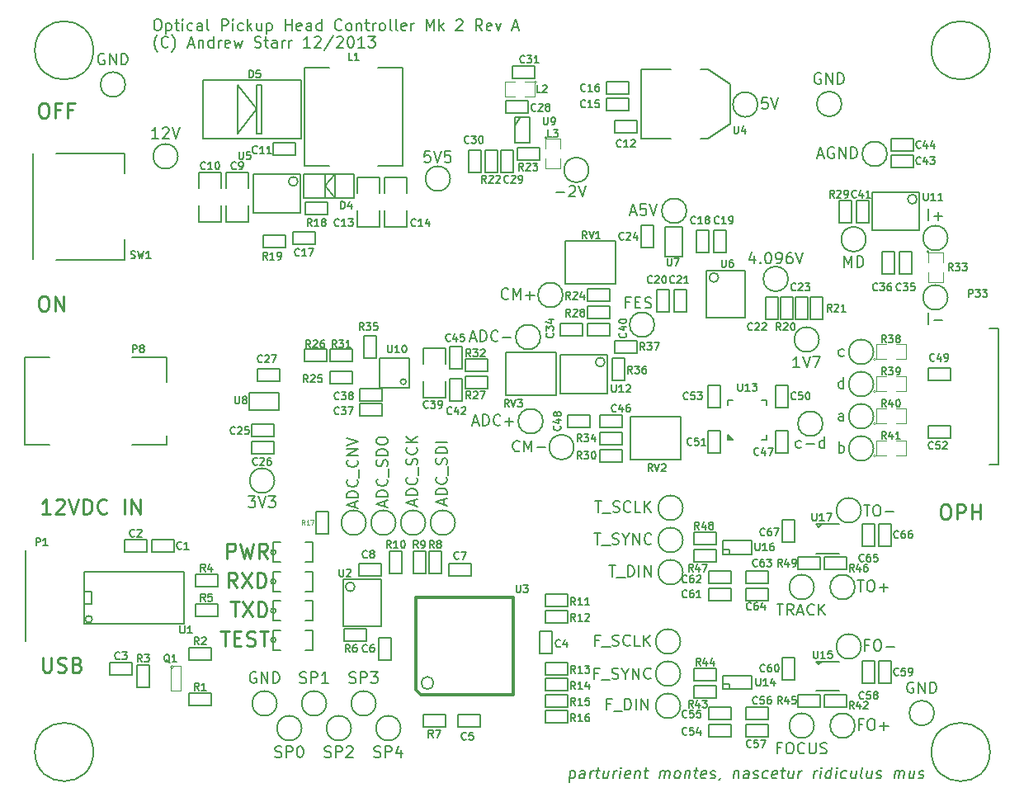
<source format=gto>
G04 (created by PCBNEW (2013-07-07 BZR 4022)-stable) date Tue 14 Jan 2014 20:28:33 NZDT*
%MOIN*%
G04 Gerber Fmt 3.4, Leading zero omitted, Abs format*
%FSLAX34Y34*%
G01*
G70*
G90*
G04 APERTURE LIST*
%ADD10C,0.00590551*%
%ADD11C,0.01*%
%ADD12C,0.006*%
%ADD13C,0.00787402*%
%ADD14C,0.005*%
%ADD15C,0.008*%
%ADD16C,0.012*%
%ADD17C,0.0039*%
%ADD18C,0.0031*%
%ADD19C,0.0045*%
G04 APERTURE END LIST*
G54D10*
G54D11*
X91454Y-73461D02*
X91568Y-73461D01*
X91625Y-73490D01*
X91683Y-73547D01*
X91711Y-73661D01*
X91711Y-73861D01*
X91683Y-73976D01*
X91625Y-74033D01*
X91568Y-74061D01*
X91454Y-74061D01*
X91397Y-74033D01*
X91340Y-73976D01*
X91311Y-73861D01*
X91311Y-73661D01*
X91340Y-73547D01*
X91397Y-73490D01*
X91454Y-73461D01*
X91968Y-74061D02*
X91968Y-73461D01*
X92197Y-73461D01*
X92254Y-73490D01*
X92283Y-73518D01*
X92311Y-73576D01*
X92311Y-73661D01*
X92283Y-73718D01*
X92254Y-73747D01*
X92197Y-73776D01*
X91968Y-73776D01*
X92568Y-74061D02*
X92568Y-73461D01*
X92568Y-73747D02*
X92911Y-73747D01*
X92911Y-74061D02*
X92911Y-73461D01*
G54D12*
X59641Y-53866D02*
X59727Y-53866D01*
X59770Y-53887D01*
X59813Y-53930D01*
X59834Y-54016D01*
X59834Y-54166D01*
X59813Y-54251D01*
X59770Y-54294D01*
X59727Y-54316D01*
X59641Y-54316D01*
X59598Y-54294D01*
X59555Y-54251D01*
X59534Y-54166D01*
X59534Y-54016D01*
X59555Y-53930D01*
X59598Y-53887D01*
X59641Y-53866D01*
X60027Y-54016D02*
X60027Y-54466D01*
X60027Y-54037D02*
X60070Y-54016D01*
X60155Y-54016D01*
X60198Y-54037D01*
X60220Y-54058D01*
X60241Y-54101D01*
X60241Y-54230D01*
X60220Y-54273D01*
X60198Y-54294D01*
X60155Y-54316D01*
X60070Y-54316D01*
X60027Y-54294D01*
X60370Y-54016D02*
X60541Y-54016D01*
X60434Y-53866D02*
X60434Y-54251D01*
X60455Y-54294D01*
X60498Y-54316D01*
X60541Y-54316D01*
X60691Y-54316D02*
X60691Y-54016D01*
X60691Y-53866D02*
X60670Y-53887D01*
X60691Y-53908D01*
X60713Y-53887D01*
X60691Y-53866D01*
X60691Y-53908D01*
X61098Y-54294D02*
X61055Y-54316D01*
X60970Y-54316D01*
X60927Y-54294D01*
X60905Y-54273D01*
X60884Y-54230D01*
X60884Y-54101D01*
X60905Y-54058D01*
X60927Y-54037D01*
X60970Y-54016D01*
X61055Y-54016D01*
X61098Y-54037D01*
X61484Y-54316D02*
X61484Y-54080D01*
X61463Y-54037D01*
X61420Y-54016D01*
X61334Y-54016D01*
X61291Y-54037D01*
X61484Y-54294D02*
X61441Y-54316D01*
X61334Y-54316D01*
X61291Y-54294D01*
X61270Y-54251D01*
X61270Y-54208D01*
X61291Y-54166D01*
X61334Y-54144D01*
X61441Y-54144D01*
X61484Y-54123D01*
X61763Y-54316D02*
X61720Y-54294D01*
X61698Y-54251D01*
X61698Y-53866D01*
X62277Y-54316D02*
X62277Y-53866D01*
X62448Y-53866D01*
X62491Y-53887D01*
X62513Y-53908D01*
X62534Y-53951D01*
X62534Y-54016D01*
X62513Y-54058D01*
X62491Y-54080D01*
X62448Y-54101D01*
X62277Y-54101D01*
X62727Y-54316D02*
X62727Y-54016D01*
X62727Y-53866D02*
X62705Y-53887D01*
X62727Y-53908D01*
X62748Y-53887D01*
X62727Y-53866D01*
X62727Y-53908D01*
X63134Y-54294D02*
X63091Y-54316D01*
X63005Y-54316D01*
X62963Y-54294D01*
X62941Y-54273D01*
X62920Y-54230D01*
X62920Y-54101D01*
X62941Y-54058D01*
X62963Y-54037D01*
X63005Y-54016D01*
X63091Y-54016D01*
X63134Y-54037D01*
X63327Y-54316D02*
X63327Y-53866D01*
X63370Y-54144D02*
X63498Y-54316D01*
X63498Y-54016D02*
X63327Y-54187D01*
X63884Y-54016D02*
X63884Y-54316D01*
X63691Y-54016D02*
X63691Y-54251D01*
X63713Y-54294D01*
X63755Y-54316D01*
X63820Y-54316D01*
X63863Y-54294D01*
X63884Y-54273D01*
X64098Y-54016D02*
X64098Y-54466D01*
X64098Y-54037D02*
X64141Y-54016D01*
X64227Y-54016D01*
X64270Y-54037D01*
X64291Y-54058D01*
X64313Y-54101D01*
X64313Y-54230D01*
X64291Y-54273D01*
X64270Y-54294D01*
X64227Y-54316D01*
X64141Y-54316D01*
X64098Y-54294D01*
X64848Y-54316D02*
X64848Y-53866D01*
X64848Y-54080D02*
X65105Y-54080D01*
X65105Y-54316D02*
X65105Y-53866D01*
X65491Y-54294D02*
X65448Y-54316D01*
X65363Y-54316D01*
X65320Y-54294D01*
X65298Y-54251D01*
X65298Y-54080D01*
X65320Y-54037D01*
X65363Y-54016D01*
X65448Y-54016D01*
X65491Y-54037D01*
X65513Y-54080D01*
X65513Y-54123D01*
X65298Y-54166D01*
X65898Y-54316D02*
X65898Y-54080D01*
X65877Y-54037D01*
X65834Y-54016D01*
X65748Y-54016D01*
X65705Y-54037D01*
X65898Y-54294D02*
X65855Y-54316D01*
X65748Y-54316D01*
X65705Y-54294D01*
X65684Y-54251D01*
X65684Y-54208D01*
X65705Y-54166D01*
X65748Y-54144D01*
X65855Y-54144D01*
X65898Y-54123D01*
X66305Y-54316D02*
X66305Y-53866D01*
X66305Y-54294D02*
X66263Y-54316D01*
X66177Y-54316D01*
X66134Y-54294D01*
X66113Y-54273D01*
X66091Y-54230D01*
X66091Y-54101D01*
X66113Y-54058D01*
X66134Y-54037D01*
X66177Y-54016D01*
X66263Y-54016D01*
X66305Y-54037D01*
X67120Y-54273D02*
X67098Y-54294D01*
X67034Y-54316D01*
X66991Y-54316D01*
X66927Y-54294D01*
X66884Y-54251D01*
X66863Y-54208D01*
X66841Y-54123D01*
X66841Y-54058D01*
X66863Y-53973D01*
X66884Y-53930D01*
X66927Y-53887D01*
X66991Y-53866D01*
X67034Y-53866D01*
X67098Y-53887D01*
X67120Y-53908D01*
X67377Y-54316D02*
X67334Y-54294D01*
X67313Y-54273D01*
X67291Y-54230D01*
X67291Y-54101D01*
X67313Y-54058D01*
X67334Y-54037D01*
X67377Y-54016D01*
X67441Y-54016D01*
X67484Y-54037D01*
X67505Y-54058D01*
X67527Y-54101D01*
X67527Y-54230D01*
X67505Y-54273D01*
X67484Y-54294D01*
X67441Y-54316D01*
X67377Y-54316D01*
X67720Y-54016D02*
X67720Y-54316D01*
X67720Y-54058D02*
X67741Y-54037D01*
X67784Y-54016D01*
X67848Y-54016D01*
X67891Y-54037D01*
X67913Y-54080D01*
X67913Y-54316D01*
X68063Y-54016D02*
X68234Y-54016D01*
X68127Y-53866D02*
X68127Y-54251D01*
X68148Y-54294D01*
X68191Y-54316D01*
X68234Y-54316D01*
X68384Y-54316D02*
X68384Y-54016D01*
X68384Y-54101D02*
X68405Y-54058D01*
X68427Y-54037D01*
X68470Y-54016D01*
X68513Y-54016D01*
X68727Y-54316D02*
X68684Y-54294D01*
X68663Y-54273D01*
X68641Y-54230D01*
X68641Y-54101D01*
X68663Y-54058D01*
X68684Y-54037D01*
X68727Y-54016D01*
X68791Y-54016D01*
X68834Y-54037D01*
X68855Y-54058D01*
X68877Y-54101D01*
X68877Y-54230D01*
X68855Y-54273D01*
X68834Y-54294D01*
X68791Y-54316D01*
X68727Y-54316D01*
X69134Y-54316D02*
X69091Y-54294D01*
X69070Y-54251D01*
X69070Y-53866D01*
X69370Y-54316D02*
X69327Y-54294D01*
X69305Y-54251D01*
X69305Y-53866D01*
X69713Y-54294D02*
X69670Y-54316D01*
X69584Y-54316D01*
X69541Y-54294D01*
X69520Y-54251D01*
X69520Y-54080D01*
X69541Y-54037D01*
X69584Y-54016D01*
X69670Y-54016D01*
X69713Y-54037D01*
X69734Y-54080D01*
X69734Y-54123D01*
X69520Y-54166D01*
X69927Y-54316D02*
X69927Y-54016D01*
X69927Y-54101D02*
X69948Y-54058D01*
X69970Y-54037D01*
X70013Y-54016D01*
X70055Y-54016D01*
X70548Y-54316D02*
X70548Y-53866D01*
X70698Y-54187D01*
X70848Y-53866D01*
X70848Y-54316D01*
X71063Y-54316D02*
X71063Y-53866D01*
X71105Y-54144D02*
X71234Y-54316D01*
X71234Y-54016D02*
X71063Y-54187D01*
X71748Y-53908D02*
X71770Y-53887D01*
X71813Y-53866D01*
X71920Y-53866D01*
X71963Y-53887D01*
X71984Y-53908D01*
X72005Y-53951D01*
X72005Y-53994D01*
X71984Y-54058D01*
X71727Y-54316D01*
X72005Y-54316D01*
X72798Y-54316D02*
X72648Y-54101D01*
X72541Y-54316D02*
X72541Y-53866D01*
X72713Y-53866D01*
X72755Y-53887D01*
X72777Y-53908D01*
X72798Y-53951D01*
X72798Y-54016D01*
X72777Y-54058D01*
X72755Y-54080D01*
X72713Y-54101D01*
X72541Y-54101D01*
X73163Y-54294D02*
X73120Y-54316D01*
X73034Y-54316D01*
X72991Y-54294D01*
X72970Y-54251D01*
X72970Y-54080D01*
X72991Y-54037D01*
X73034Y-54016D01*
X73120Y-54016D01*
X73163Y-54037D01*
X73184Y-54080D01*
X73184Y-54123D01*
X72970Y-54166D01*
X73334Y-54016D02*
X73441Y-54316D01*
X73548Y-54016D01*
X74041Y-54187D02*
X74255Y-54187D01*
X73998Y-54316D02*
X74148Y-53866D01*
X74298Y-54316D01*
X59684Y-55177D02*
X59663Y-55156D01*
X59620Y-55091D01*
X59598Y-55048D01*
X59577Y-54984D01*
X59555Y-54877D01*
X59555Y-54791D01*
X59577Y-54684D01*
X59598Y-54620D01*
X59620Y-54577D01*
X59663Y-54513D01*
X59684Y-54491D01*
X60113Y-54963D02*
X60091Y-54984D01*
X60027Y-55006D01*
X59984Y-55006D01*
X59920Y-54984D01*
X59877Y-54941D01*
X59855Y-54898D01*
X59834Y-54813D01*
X59834Y-54748D01*
X59855Y-54663D01*
X59877Y-54620D01*
X59920Y-54577D01*
X59984Y-54556D01*
X60027Y-54556D01*
X60091Y-54577D01*
X60113Y-54598D01*
X60263Y-55177D02*
X60284Y-55156D01*
X60327Y-55091D01*
X60348Y-55048D01*
X60370Y-54984D01*
X60391Y-54877D01*
X60391Y-54791D01*
X60370Y-54684D01*
X60348Y-54620D01*
X60327Y-54577D01*
X60284Y-54513D01*
X60263Y-54491D01*
X60927Y-54877D02*
X61141Y-54877D01*
X60884Y-55006D02*
X61034Y-54556D01*
X61184Y-55006D01*
X61334Y-54706D02*
X61334Y-55006D01*
X61334Y-54748D02*
X61355Y-54727D01*
X61398Y-54706D01*
X61463Y-54706D01*
X61505Y-54727D01*
X61527Y-54770D01*
X61527Y-55006D01*
X61934Y-55006D02*
X61934Y-54556D01*
X61934Y-54984D02*
X61891Y-55006D01*
X61805Y-55006D01*
X61763Y-54984D01*
X61741Y-54963D01*
X61720Y-54920D01*
X61720Y-54791D01*
X61741Y-54748D01*
X61763Y-54727D01*
X61805Y-54706D01*
X61891Y-54706D01*
X61934Y-54727D01*
X62148Y-55006D02*
X62148Y-54706D01*
X62148Y-54791D02*
X62170Y-54748D01*
X62191Y-54727D01*
X62234Y-54706D01*
X62277Y-54706D01*
X62598Y-54984D02*
X62555Y-55006D01*
X62470Y-55006D01*
X62427Y-54984D01*
X62405Y-54941D01*
X62405Y-54770D01*
X62427Y-54727D01*
X62470Y-54706D01*
X62555Y-54706D01*
X62598Y-54727D01*
X62620Y-54770D01*
X62620Y-54813D01*
X62405Y-54856D01*
X62770Y-54706D02*
X62855Y-55006D01*
X62941Y-54791D01*
X63027Y-55006D01*
X63113Y-54706D01*
X63605Y-54984D02*
X63670Y-55006D01*
X63777Y-55006D01*
X63820Y-54984D01*
X63841Y-54963D01*
X63863Y-54920D01*
X63863Y-54877D01*
X63841Y-54834D01*
X63820Y-54813D01*
X63777Y-54791D01*
X63691Y-54770D01*
X63648Y-54748D01*
X63627Y-54727D01*
X63605Y-54684D01*
X63605Y-54641D01*
X63627Y-54598D01*
X63648Y-54577D01*
X63691Y-54556D01*
X63798Y-54556D01*
X63863Y-54577D01*
X63991Y-54706D02*
X64163Y-54706D01*
X64055Y-54556D02*
X64055Y-54941D01*
X64077Y-54984D01*
X64120Y-55006D01*
X64163Y-55006D01*
X64505Y-55006D02*
X64505Y-54770D01*
X64484Y-54727D01*
X64441Y-54706D01*
X64355Y-54706D01*
X64313Y-54727D01*
X64505Y-54984D02*
X64463Y-55006D01*
X64355Y-55006D01*
X64313Y-54984D01*
X64291Y-54941D01*
X64291Y-54898D01*
X64313Y-54856D01*
X64355Y-54834D01*
X64463Y-54834D01*
X64505Y-54813D01*
X64720Y-55006D02*
X64720Y-54706D01*
X64720Y-54791D02*
X64741Y-54748D01*
X64763Y-54727D01*
X64805Y-54706D01*
X64848Y-54706D01*
X64998Y-55006D02*
X64998Y-54706D01*
X64998Y-54791D02*
X65020Y-54748D01*
X65041Y-54727D01*
X65084Y-54706D01*
X65127Y-54706D01*
X65855Y-55006D02*
X65598Y-55006D01*
X65727Y-55006D02*
X65727Y-54556D01*
X65684Y-54620D01*
X65641Y-54663D01*
X65598Y-54684D01*
X66027Y-54598D02*
X66048Y-54577D01*
X66091Y-54556D01*
X66198Y-54556D01*
X66241Y-54577D01*
X66263Y-54598D01*
X66284Y-54641D01*
X66284Y-54684D01*
X66263Y-54748D01*
X66005Y-55006D01*
X66284Y-55006D01*
X66798Y-54534D02*
X66413Y-55113D01*
X66927Y-54598D02*
X66948Y-54577D01*
X66991Y-54556D01*
X67098Y-54556D01*
X67141Y-54577D01*
X67163Y-54598D01*
X67184Y-54641D01*
X67184Y-54684D01*
X67163Y-54748D01*
X66905Y-55006D01*
X67184Y-55006D01*
X67463Y-54556D02*
X67505Y-54556D01*
X67548Y-54577D01*
X67570Y-54598D01*
X67591Y-54641D01*
X67613Y-54727D01*
X67613Y-54834D01*
X67591Y-54920D01*
X67570Y-54963D01*
X67548Y-54984D01*
X67505Y-55006D01*
X67463Y-55006D01*
X67420Y-54984D01*
X67398Y-54963D01*
X67377Y-54920D01*
X67355Y-54834D01*
X67355Y-54727D01*
X67377Y-54641D01*
X67398Y-54598D01*
X67420Y-54577D01*
X67463Y-54556D01*
X68041Y-55006D02*
X67784Y-55006D01*
X67913Y-55006D02*
X67913Y-54556D01*
X67870Y-54620D01*
X67827Y-54663D01*
X67784Y-54684D01*
X68191Y-54556D02*
X68470Y-54556D01*
X68320Y-54727D01*
X68384Y-54727D01*
X68427Y-54748D01*
X68448Y-54770D01*
X68470Y-54813D01*
X68470Y-54920D01*
X68448Y-54963D01*
X68427Y-54984D01*
X68384Y-55006D01*
X68255Y-55006D01*
X68213Y-54984D01*
X68191Y-54963D01*
X76357Y-84232D02*
X76301Y-84682D01*
X76354Y-84253D02*
X76400Y-84232D01*
X76486Y-84232D01*
X76526Y-84253D01*
X76545Y-84275D01*
X76561Y-84317D01*
X76545Y-84446D01*
X76518Y-84489D01*
X76494Y-84510D01*
X76448Y-84532D01*
X76362Y-84532D01*
X76322Y-84510D01*
X76920Y-84532D02*
X76949Y-84296D01*
X76933Y-84253D01*
X76893Y-84232D01*
X76807Y-84232D01*
X76762Y-84253D01*
X76922Y-84510D02*
X76877Y-84532D01*
X76770Y-84532D01*
X76729Y-84510D01*
X76713Y-84467D01*
X76719Y-84425D01*
X76745Y-84382D01*
X76791Y-84360D01*
X76898Y-84360D01*
X76944Y-84339D01*
X77134Y-84532D02*
X77171Y-84232D01*
X77161Y-84317D02*
X77187Y-84275D01*
X77212Y-84253D01*
X77257Y-84232D01*
X77300Y-84232D01*
X77386Y-84232D02*
X77557Y-84232D01*
X77469Y-84082D02*
X77420Y-84467D01*
X77437Y-84510D01*
X77477Y-84532D01*
X77520Y-84532D01*
X77900Y-84232D02*
X77862Y-84532D01*
X77707Y-84232D02*
X77678Y-84467D01*
X77694Y-84510D01*
X77734Y-84532D01*
X77798Y-84532D01*
X77844Y-84510D01*
X77868Y-84489D01*
X78077Y-84532D02*
X78114Y-84232D01*
X78104Y-84317D02*
X78130Y-84275D01*
X78154Y-84253D01*
X78200Y-84232D01*
X78243Y-84232D01*
X78355Y-84532D02*
X78393Y-84232D01*
X78412Y-84082D02*
X78387Y-84103D01*
X78406Y-84125D01*
X78430Y-84103D01*
X78412Y-84082D01*
X78406Y-84125D01*
X78744Y-84510D02*
X78698Y-84532D01*
X78612Y-84532D01*
X78572Y-84510D01*
X78556Y-84467D01*
X78578Y-84296D01*
X78604Y-84253D01*
X78650Y-84232D01*
X78736Y-84232D01*
X78776Y-84253D01*
X78792Y-84296D01*
X78787Y-84339D01*
X78567Y-84382D01*
X78993Y-84232D02*
X78955Y-84532D01*
X78987Y-84275D02*
X79012Y-84253D01*
X79057Y-84232D01*
X79121Y-84232D01*
X79162Y-84253D01*
X79178Y-84296D01*
X79148Y-84532D01*
X79336Y-84232D02*
X79507Y-84232D01*
X79419Y-84082D02*
X79370Y-84467D01*
X79387Y-84510D01*
X79427Y-84532D01*
X79470Y-84532D01*
X79962Y-84532D02*
X80000Y-84232D01*
X79995Y-84275D02*
X80019Y-84253D01*
X80064Y-84232D01*
X80129Y-84232D01*
X80169Y-84253D01*
X80185Y-84296D01*
X80155Y-84532D01*
X80185Y-84296D02*
X80212Y-84253D01*
X80257Y-84232D01*
X80321Y-84232D01*
X80362Y-84253D01*
X80378Y-84296D01*
X80348Y-84532D01*
X80627Y-84532D02*
X80587Y-84510D01*
X80568Y-84489D01*
X80552Y-84446D01*
X80568Y-84317D01*
X80595Y-84275D01*
X80619Y-84253D01*
X80664Y-84232D01*
X80729Y-84232D01*
X80769Y-84253D01*
X80787Y-84275D01*
X80804Y-84317D01*
X80787Y-84446D01*
X80761Y-84489D01*
X80737Y-84510D01*
X80691Y-84532D01*
X80627Y-84532D01*
X81007Y-84232D02*
X80970Y-84532D01*
X81002Y-84275D02*
X81026Y-84253D01*
X81071Y-84232D01*
X81136Y-84232D01*
X81176Y-84253D01*
X81192Y-84296D01*
X81162Y-84532D01*
X81350Y-84232D02*
X81521Y-84232D01*
X81433Y-84082D02*
X81385Y-84467D01*
X81401Y-84510D01*
X81441Y-84532D01*
X81484Y-84532D01*
X81808Y-84510D02*
X81762Y-84532D01*
X81677Y-84532D01*
X81637Y-84510D01*
X81620Y-84467D01*
X81642Y-84296D01*
X81669Y-84253D01*
X81714Y-84232D01*
X81800Y-84232D01*
X81840Y-84253D01*
X81856Y-84296D01*
X81851Y-84339D01*
X81631Y-84382D01*
X82001Y-84510D02*
X82041Y-84532D01*
X82127Y-84532D01*
X82172Y-84510D01*
X82199Y-84467D01*
X82202Y-84446D01*
X82186Y-84403D01*
X82145Y-84382D01*
X82081Y-84382D01*
X82041Y-84360D01*
X82025Y-84317D01*
X82028Y-84296D01*
X82054Y-84253D01*
X82100Y-84232D01*
X82164Y-84232D01*
X82204Y-84253D01*
X82408Y-84510D02*
X82405Y-84532D01*
X82379Y-84575D01*
X82354Y-84596D01*
X82979Y-84232D02*
X82941Y-84532D01*
X82973Y-84275D02*
X82997Y-84253D01*
X83043Y-84232D01*
X83107Y-84232D01*
X83147Y-84253D01*
X83163Y-84296D01*
X83134Y-84532D01*
X83541Y-84532D02*
X83570Y-84296D01*
X83554Y-84253D01*
X83514Y-84232D01*
X83429Y-84232D01*
X83383Y-84253D01*
X83544Y-84510D02*
X83498Y-84532D01*
X83391Y-84532D01*
X83351Y-84510D01*
X83335Y-84467D01*
X83340Y-84425D01*
X83367Y-84382D01*
X83412Y-84360D01*
X83520Y-84360D01*
X83565Y-84339D01*
X83737Y-84510D02*
X83777Y-84532D01*
X83862Y-84532D01*
X83908Y-84510D01*
X83935Y-84467D01*
X83937Y-84446D01*
X83921Y-84403D01*
X83881Y-84382D01*
X83817Y-84382D01*
X83777Y-84360D01*
X83761Y-84317D01*
X83763Y-84296D01*
X83790Y-84253D01*
X83836Y-84232D01*
X83900Y-84232D01*
X83940Y-84253D01*
X84315Y-84510D02*
X84270Y-84532D01*
X84184Y-84532D01*
X84144Y-84510D01*
X84125Y-84489D01*
X84109Y-84446D01*
X84125Y-84317D01*
X84152Y-84275D01*
X84176Y-84253D01*
X84221Y-84232D01*
X84307Y-84232D01*
X84347Y-84253D01*
X84679Y-84510D02*
X84634Y-84532D01*
X84548Y-84532D01*
X84508Y-84510D01*
X84492Y-84467D01*
X84513Y-84296D01*
X84540Y-84253D01*
X84586Y-84232D01*
X84671Y-84232D01*
X84712Y-84253D01*
X84728Y-84296D01*
X84722Y-84339D01*
X84503Y-84382D01*
X84864Y-84232D02*
X85036Y-84232D01*
X84947Y-84082D02*
X84899Y-84467D01*
X84915Y-84510D01*
X84955Y-84532D01*
X84998Y-84532D01*
X85379Y-84232D02*
X85341Y-84532D01*
X85186Y-84232D02*
X85156Y-84467D01*
X85172Y-84510D01*
X85212Y-84532D01*
X85277Y-84532D01*
X85322Y-84510D01*
X85346Y-84489D01*
X85555Y-84532D02*
X85593Y-84232D01*
X85582Y-84317D02*
X85609Y-84275D01*
X85633Y-84253D01*
X85679Y-84232D01*
X85721Y-84232D01*
X86177Y-84532D02*
X86214Y-84232D01*
X86204Y-84317D02*
X86230Y-84275D01*
X86254Y-84253D01*
X86300Y-84232D01*
X86343Y-84232D01*
X86455Y-84532D02*
X86493Y-84232D01*
X86512Y-84082D02*
X86487Y-84103D01*
X86506Y-84125D01*
X86530Y-84103D01*
X86512Y-84082D01*
X86506Y-84125D01*
X86862Y-84532D02*
X86919Y-84082D01*
X86865Y-84510D02*
X86820Y-84532D01*
X86734Y-84532D01*
X86694Y-84510D01*
X86675Y-84489D01*
X86659Y-84446D01*
X86675Y-84317D01*
X86702Y-84275D01*
X86726Y-84253D01*
X86771Y-84232D01*
X86857Y-84232D01*
X86897Y-84253D01*
X87077Y-84532D02*
X87114Y-84232D01*
X87133Y-84082D02*
X87109Y-84103D01*
X87128Y-84125D01*
X87152Y-84103D01*
X87133Y-84082D01*
X87128Y-84125D01*
X87487Y-84510D02*
X87441Y-84532D01*
X87355Y-84532D01*
X87315Y-84510D01*
X87296Y-84489D01*
X87280Y-84446D01*
X87296Y-84317D01*
X87323Y-84275D01*
X87347Y-84253D01*
X87393Y-84232D01*
X87479Y-84232D01*
X87519Y-84253D01*
X87907Y-84232D02*
X87870Y-84532D01*
X87714Y-84232D02*
X87685Y-84467D01*
X87701Y-84510D01*
X87741Y-84532D01*
X87805Y-84532D01*
X87851Y-84510D01*
X87875Y-84489D01*
X88148Y-84532D02*
X88108Y-84510D01*
X88092Y-84467D01*
X88140Y-84082D01*
X88550Y-84232D02*
X88512Y-84532D01*
X88357Y-84232D02*
X88328Y-84467D01*
X88344Y-84510D01*
X88384Y-84532D01*
X88448Y-84532D01*
X88494Y-84510D01*
X88518Y-84489D01*
X88708Y-84510D02*
X88748Y-84532D01*
X88834Y-84532D01*
X88879Y-84510D01*
X88906Y-84467D01*
X88909Y-84446D01*
X88893Y-84403D01*
X88853Y-84382D01*
X88788Y-84382D01*
X88748Y-84360D01*
X88732Y-84317D01*
X88735Y-84296D01*
X88762Y-84253D01*
X88807Y-84232D01*
X88871Y-84232D01*
X88912Y-84253D01*
X89434Y-84532D02*
X89471Y-84232D01*
X89466Y-84275D02*
X89490Y-84253D01*
X89536Y-84232D01*
X89600Y-84232D01*
X89640Y-84253D01*
X89656Y-84296D01*
X89627Y-84532D01*
X89656Y-84296D02*
X89683Y-84253D01*
X89729Y-84232D01*
X89793Y-84232D01*
X89833Y-84253D01*
X89849Y-84296D01*
X89820Y-84532D01*
X90264Y-84232D02*
X90227Y-84532D01*
X90071Y-84232D02*
X90042Y-84467D01*
X90058Y-84510D01*
X90098Y-84532D01*
X90162Y-84532D01*
X90208Y-84510D01*
X90232Y-84489D01*
X90422Y-84510D02*
X90462Y-84532D01*
X90548Y-84532D01*
X90594Y-84510D01*
X90620Y-84467D01*
X90623Y-84446D01*
X90607Y-84403D01*
X90567Y-84382D01*
X90503Y-84382D01*
X90462Y-84360D01*
X90446Y-84317D01*
X90449Y-84296D01*
X90476Y-84253D01*
X90521Y-84232D01*
X90586Y-84232D01*
X90626Y-84253D01*
G54D11*
X62231Y-78579D02*
X62574Y-78579D01*
X62403Y-79179D02*
X62403Y-78579D01*
X62774Y-78865D02*
X62974Y-78865D01*
X63060Y-79179D02*
X62774Y-79179D01*
X62774Y-78579D01*
X63060Y-78579D01*
X63288Y-79151D02*
X63374Y-79179D01*
X63517Y-79179D01*
X63574Y-79151D01*
X63603Y-79122D01*
X63631Y-79065D01*
X63631Y-79008D01*
X63603Y-78951D01*
X63574Y-78922D01*
X63517Y-78894D01*
X63403Y-78865D01*
X63346Y-78837D01*
X63317Y-78808D01*
X63288Y-78751D01*
X63288Y-78694D01*
X63317Y-78637D01*
X63346Y-78608D01*
X63403Y-78579D01*
X63546Y-78579D01*
X63631Y-78608D01*
X63803Y-78579D02*
X64146Y-78579D01*
X63974Y-79179D02*
X63974Y-78579D01*
X62487Y-75636D02*
X62487Y-75036D01*
X62715Y-75036D01*
X62773Y-75065D01*
X62801Y-75093D01*
X62830Y-75150D01*
X62830Y-75236D01*
X62801Y-75293D01*
X62773Y-75322D01*
X62715Y-75350D01*
X62487Y-75350D01*
X63030Y-75036D02*
X63173Y-75636D01*
X63287Y-75207D01*
X63401Y-75636D01*
X63544Y-75036D01*
X64115Y-75636D02*
X63915Y-75350D01*
X63773Y-75636D02*
X63773Y-75036D01*
X64001Y-75036D01*
X64058Y-75065D01*
X64087Y-75093D01*
X64115Y-75150D01*
X64115Y-75236D01*
X64087Y-75293D01*
X64058Y-75322D01*
X64001Y-75350D01*
X63773Y-75350D01*
X55042Y-79642D02*
X55042Y-80128D01*
X55071Y-80185D01*
X55100Y-80214D01*
X55157Y-80242D01*
X55271Y-80242D01*
X55328Y-80214D01*
X55357Y-80185D01*
X55385Y-80128D01*
X55385Y-79642D01*
X55642Y-80214D02*
X55728Y-80242D01*
X55871Y-80242D01*
X55928Y-80214D01*
X55957Y-80185D01*
X55985Y-80128D01*
X55985Y-80071D01*
X55957Y-80014D01*
X55928Y-79985D01*
X55871Y-79957D01*
X55757Y-79928D01*
X55700Y-79900D01*
X55671Y-79871D01*
X55642Y-79814D01*
X55642Y-79757D01*
X55671Y-79700D01*
X55700Y-79671D01*
X55757Y-79642D01*
X55900Y-79642D01*
X55985Y-79671D01*
X56442Y-79928D02*
X56528Y-79957D01*
X56557Y-79985D01*
X56585Y-80042D01*
X56585Y-80128D01*
X56557Y-80185D01*
X56528Y-80214D01*
X56471Y-80242D01*
X56242Y-80242D01*
X56242Y-79642D01*
X56442Y-79642D01*
X56500Y-79671D01*
X56528Y-79700D01*
X56557Y-79757D01*
X56557Y-79814D01*
X56528Y-79871D01*
X56500Y-79900D01*
X56442Y-79928D01*
X56242Y-79928D01*
X55342Y-73842D02*
X55000Y-73842D01*
X55171Y-73842D02*
X55171Y-73242D01*
X55114Y-73328D01*
X55057Y-73385D01*
X55000Y-73414D01*
X55571Y-73300D02*
X55600Y-73271D01*
X55657Y-73242D01*
X55800Y-73242D01*
X55857Y-73271D01*
X55885Y-73300D01*
X55914Y-73357D01*
X55914Y-73414D01*
X55885Y-73500D01*
X55542Y-73842D01*
X55914Y-73842D01*
X56085Y-73242D02*
X56285Y-73842D01*
X56485Y-73242D01*
X56685Y-73842D02*
X56685Y-73242D01*
X56828Y-73242D01*
X56914Y-73271D01*
X56971Y-73328D01*
X57000Y-73385D01*
X57028Y-73500D01*
X57028Y-73585D01*
X57000Y-73700D01*
X56971Y-73757D01*
X56914Y-73814D01*
X56828Y-73842D01*
X56685Y-73842D01*
X57628Y-73785D02*
X57600Y-73814D01*
X57514Y-73842D01*
X57457Y-73842D01*
X57371Y-73814D01*
X57314Y-73757D01*
X57285Y-73700D01*
X57257Y-73585D01*
X57257Y-73500D01*
X57285Y-73385D01*
X57314Y-73328D01*
X57371Y-73271D01*
X57457Y-73242D01*
X57514Y-73242D01*
X57600Y-73271D01*
X57628Y-73300D01*
X58342Y-73842D02*
X58342Y-73242D01*
X58628Y-73842D02*
X58628Y-73242D01*
X58971Y-73842D01*
X58971Y-73242D01*
X55028Y-65042D02*
X55142Y-65042D01*
X55200Y-65071D01*
X55257Y-65128D01*
X55285Y-65242D01*
X55285Y-65442D01*
X55257Y-65557D01*
X55200Y-65614D01*
X55142Y-65642D01*
X55028Y-65642D01*
X54971Y-65614D01*
X54914Y-65557D01*
X54885Y-65442D01*
X54885Y-65242D01*
X54914Y-65128D01*
X54971Y-65071D01*
X55028Y-65042D01*
X55542Y-65642D02*
X55542Y-65042D01*
X55885Y-65642D01*
X55885Y-65042D01*
X55028Y-57242D02*
X55142Y-57242D01*
X55200Y-57271D01*
X55257Y-57328D01*
X55285Y-57442D01*
X55285Y-57642D01*
X55257Y-57757D01*
X55200Y-57814D01*
X55142Y-57842D01*
X55028Y-57842D01*
X54971Y-57814D01*
X54914Y-57757D01*
X54885Y-57642D01*
X54885Y-57442D01*
X54914Y-57328D01*
X54971Y-57271D01*
X55028Y-57242D01*
X55742Y-57528D02*
X55542Y-57528D01*
X55542Y-57842D02*
X55542Y-57242D01*
X55828Y-57242D01*
X56257Y-57528D02*
X56057Y-57528D01*
X56057Y-57842D02*
X56057Y-57242D01*
X56342Y-57242D01*
G54D13*
X93307Y-83464D02*
G75*
G03X93307Y-83464I-1181J0D01*
G74*
G01*
X93307Y-55118D02*
G75*
G03X93307Y-55118I-1181J0D01*
G74*
G01*
X57086Y-55118D02*
G75*
G03X57086Y-55118I-1181J0D01*
G74*
G01*
X57086Y-83464D02*
G75*
G03X57086Y-83464I-1181J0D01*
G74*
G01*
G54D10*
X54330Y-67519D02*
X54330Y-71062D01*
X58661Y-71062D02*
X60039Y-71062D01*
X60039Y-71062D02*
X60039Y-70669D01*
X58661Y-67519D02*
X60039Y-67519D01*
X60039Y-67519D02*
X60039Y-68503D01*
X54330Y-71062D02*
X55314Y-71062D01*
X54330Y-67519D02*
X55314Y-67519D01*
G54D14*
X69716Y-68504D02*
G75*
G03X69716Y-68504I-111J0D01*
G74*
G01*
X68659Y-67559D02*
X68659Y-68741D01*
X68659Y-68741D02*
X69841Y-68741D01*
X69841Y-68741D02*
X69841Y-67559D01*
X69841Y-67559D02*
X68659Y-67559D01*
X68730Y-76500D02*
X67170Y-76500D01*
X67170Y-76500D02*
X67170Y-78400D01*
X67170Y-78400D02*
X68730Y-78400D01*
X68730Y-78400D02*
X68730Y-76500D01*
X67646Y-76790D02*
G75*
G03X67646Y-76790I-186J0D01*
G74*
G01*
X77850Y-68980D02*
X77850Y-67420D01*
X77850Y-67420D02*
X75950Y-67420D01*
X75950Y-67420D02*
X75950Y-68980D01*
X75950Y-68980D02*
X77850Y-68980D01*
X77746Y-67710D02*
G75*
G03X77746Y-67710I-186J0D01*
G74*
G01*
X83423Y-64002D02*
X81863Y-64002D01*
X81863Y-64002D02*
X81863Y-65902D01*
X81863Y-65902D02*
X83423Y-65902D01*
X83423Y-65902D02*
X83423Y-64002D01*
X82339Y-64292D02*
G75*
G03X82339Y-64292I-186J0D01*
G74*
G01*
X90461Y-62400D02*
X90461Y-60840D01*
X90461Y-60840D02*
X88561Y-60840D01*
X88561Y-60840D02*
X88561Y-62400D01*
X88561Y-62400D02*
X90461Y-62400D01*
X90357Y-61130D02*
G75*
G03X90357Y-61130I-186J0D01*
G74*
G01*
X65450Y-61680D02*
X65450Y-60120D01*
X65450Y-60120D02*
X63550Y-60120D01*
X63550Y-60120D02*
X63550Y-61680D01*
X63550Y-61680D02*
X65450Y-61680D01*
X65346Y-60410D02*
G75*
G03X65346Y-60410I-186J0D01*
G74*
G01*
G54D10*
X64457Y-77755D02*
G75*
G03X64457Y-77755I-100J0D01*
G74*
G01*
X64657Y-78155D02*
X64357Y-78155D01*
X64357Y-78155D02*
X64357Y-77355D01*
X64357Y-77355D02*
X64657Y-77355D01*
X65657Y-78155D02*
X65957Y-78155D01*
X65957Y-78155D02*
X65957Y-77355D01*
X65957Y-77355D02*
X65657Y-77355D01*
G54D15*
X80400Y-55900D02*
X79200Y-55900D01*
X79200Y-55900D02*
X79200Y-58700D01*
X79200Y-58700D02*
X80400Y-58700D01*
X81600Y-55900D02*
X81900Y-55900D01*
X81900Y-55900D02*
X82800Y-56500D01*
X82800Y-56500D02*
X82800Y-58100D01*
X82800Y-58100D02*
X81900Y-58700D01*
X81900Y-58700D02*
X81600Y-58700D01*
G54D10*
X93267Y-71850D02*
X93661Y-71850D01*
X93661Y-71850D02*
X93661Y-66338D01*
X93661Y-66338D02*
X93267Y-66338D01*
X54350Y-75334D02*
X54350Y-78996D01*
G54D16*
X70112Y-77205D02*
X74052Y-77205D01*
X74052Y-77205D02*
X74052Y-81145D01*
X70302Y-81145D02*
X74052Y-81145D01*
X70112Y-80955D02*
X70112Y-77205D01*
X70302Y-81145D02*
X70112Y-80955D01*
G54D15*
X70832Y-80675D02*
G75*
G03X70832Y-80675I-250J0D01*
G74*
G01*
G54D13*
X87850Y-76800D02*
G75*
G03X87850Y-76800I-500J0D01*
G74*
G01*
X87311Y-57283D02*
G75*
G03X87311Y-57283I-500J0D01*
G74*
G01*
X58374Y-56496D02*
G75*
G03X58374Y-56496I-500J0D01*
G74*
G01*
X89150Y-59300D02*
G75*
G03X89150Y-59300I-500J0D01*
G74*
G01*
X88300Y-62750D02*
G75*
G03X88300Y-62750I-500J0D01*
G74*
G01*
X91600Y-62700D02*
G75*
G03X91600Y-62700I-500J0D01*
G74*
G01*
X88600Y-71200D02*
G75*
G03X88600Y-71200I-500J0D01*
G74*
G01*
X88600Y-69900D02*
G75*
G03X88600Y-69900I-500J0D01*
G74*
G01*
X88600Y-68600D02*
G75*
G03X88600Y-68600I-500J0D01*
G74*
G01*
X88600Y-67300D02*
G75*
G03X88600Y-67300I-500J0D01*
G74*
G01*
X88100Y-73700D02*
G75*
G03X88100Y-73700I-500J0D01*
G74*
G01*
X83923Y-57305D02*
G75*
G03X83923Y-57305I-500J0D01*
G74*
G01*
X87850Y-82400D02*
G75*
G03X87850Y-82400I-500J0D01*
G74*
G01*
X88100Y-79200D02*
G75*
G03X88100Y-79200I-500J0D01*
G74*
G01*
X86400Y-66800D02*
G75*
G03X86400Y-66800I-500J0D01*
G74*
G01*
X77100Y-59950D02*
G75*
G03X77100Y-59950I-500J0D01*
G74*
G01*
X60500Y-59400D02*
G75*
G03X60500Y-59400I-500J0D01*
G74*
G01*
X64400Y-72500D02*
G75*
G03X64400Y-72500I-500J0D01*
G74*
G01*
X81050Y-61600D02*
G75*
G03X81050Y-61600I-500J0D01*
G74*
G01*
X85150Y-64350D02*
G75*
G03X85150Y-64350I-500J0D01*
G74*
G01*
X68100Y-74200D02*
G75*
G03X68100Y-74200I-500J0D01*
G74*
G01*
X64500Y-81500D02*
G75*
G03X64500Y-81500I-500J0D01*
G74*
G01*
X69300Y-74200D02*
G75*
G03X69300Y-74200I-500J0D01*
G74*
G01*
X70500Y-74200D02*
G75*
G03X70500Y-74200I-500J0D01*
G74*
G01*
X71700Y-74200D02*
G75*
G03X71700Y-74200I-500J0D01*
G74*
G01*
X80800Y-80300D02*
G75*
G03X80800Y-80300I-500J0D01*
G74*
G01*
X80800Y-81600D02*
G75*
G03X80800Y-81600I-500J0D01*
G74*
G01*
X80800Y-79000D02*
G75*
G03X80800Y-79000I-500J0D01*
G74*
G01*
X80900Y-74900D02*
G75*
G03X80900Y-74900I-500J0D01*
G74*
G01*
X80900Y-76200D02*
G75*
G03X80900Y-76200I-500J0D01*
G74*
G01*
X80900Y-73600D02*
G75*
G03X80900Y-73600I-500J0D01*
G74*
G01*
X91051Y-81889D02*
G75*
G03X91051Y-81889I-500J0D01*
G74*
G01*
X86550Y-70200D02*
G75*
G03X86550Y-70200I-500J0D01*
G74*
G01*
X76500Y-71150D02*
G75*
G03X76500Y-71150I-500J0D01*
G74*
G01*
X79750Y-66200D02*
G75*
G03X79750Y-66200I-500J0D01*
G74*
G01*
X76050Y-65000D02*
G75*
G03X76050Y-65000I-500J0D01*
G74*
G01*
X75150Y-66700D02*
G75*
G03X75150Y-66700I-500J0D01*
G74*
G01*
X75250Y-70100D02*
G75*
G03X75250Y-70100I-500J0D01*
G74*
G01*
X86200Y-76800D02*
G75*
G03X86200Y-76800I-500J0D01*
G74*
G01*
X86200Y-82400D02*
G75*
G03X86200Y-82400I-500J0D01*
G74*
G01*
X91600Y-65100D02*
G75*
G03X91600Y-65100I-500J0D01*
G74*
G01*
X71500Y-60300D02*
G75*
G03X71500Y-60300I-500J0D01*
G74*
G01*
X68500Y-81500D02*
G75*
G03X68500Y-81500I-500J0D01*
G74*
G01*
X69500Y-82500D02*
G75*
G03X69500Y-82500I-500J0D01*
G74*
G01*
X65500Y-82500D02*
G75*
G03X65500Y-82500I-500J0D01*
G74*
G01*
X67500Y-82500D02*
G75*
G03X67500Y-82500I-500J0D01*
G74*
G01*
X66500Y-81500D02*
G75*
G03X66500Y-81500I-500J0D01*
G74*
G01*
G54D14*
X57041Y-78100D02*
G75*
G03X57041Y-78100I-141J0D01*
G74*
G01*
X56700Y-77000D02*
X57000Y-77000D01*
X57000Y-77000D02*
X57000Y-77500D01*
X57000Y-77500D02*
X56700Y-77500D01*
X60750Y-78300D02*
X56700Y-78300D01*
X56700Y-76200D02*
X60750Y-76200D01*
X56700Y-76200D02*
X56700Y-78300D01*
X60750Y-76200D02*
X60750Y-78300D01*
X74100Y-58150D02*
X74300Y-57850D01*
X74100Y-58850D02*
X74100Y-57825D01*
X74100Y-57825D02*
X74700Y-57825D01*
X74700Y-57825D02*
X74700Y-58850D01*
X74700Y-58850D02*
X74100Y-58850D01*
X80896Y-63457D02*
X80196Y-63457D01*
X80196Y-63457D02*
X80196Y-62257D01*
X80196Y-62257D02*
X80896Y-62257D01*
X80896Y-62257D02*
X80896Y-63457D01*
X63373Y-69657D02*
X63373Y-68957D01*
X63373Y-68957D02*
X64573Y-68957D01*
X64573Y-68957D02*
X64573Y-69657D01*
X64573Y-69657D02*
X63373Y-69657D01*
G54D10*
X82785Y-75475D02*
X82785Y-75278D01*
X82785Y-75278D02*
X82509Y-75278D01*
X82509Y-74924D02*
X82509Y-75475D01*
X82509Y-75475D02*
X83690Y-75475D01*
X83690Y-75475D02*
X83690Y-74924D01*
X83690Y-74924D02*
X82509Y-74924D01*
X82785Y-80925D02*
X82785Y-80728D01*
X82785Y-80728D02*
X82509Y-80728D01*
X82509Y-80374D02*
X82509Y-80925D01*
X82509Y-80925D02*
X83690Y-80925D01*
X83690Y-80925D02*
X83690Y-80374D01*
X83690Y-80374D02*
X82509Y-80374D01*
X66442Y-61072D02*
X66442Y-60127D01*
X66836Y-61072D02*
X66836Y-60127D01*
X66836Y-60127D02*
X66442Y-60600D01*
X66442Y-60600D02*
X66836Y-61072D01*
X67623Y-61072D02*
X67623Y-60127D01*
X67623Y-60127D02*
X65576Y-60127D01*
X65576Y-60127D02*
X65576Y-61072D01*
X65576Y-61072D02*
X67623Y-61072D01*
X61531Y-56318D02*
X61531Y-58681D01*
X65468Y-56318D02*
X65468Y-58681D01*
X63696Y-56515D02*
X63696Y-58484D01*
X63696Y-58484D02*
X63893Y-58484D01*
X63893Y-58484D02*
X63893Y-56515D01*
X63893Y-56515D02*
X63696Y-56515D01*
X62909Y-58484D02*
X63696Y-57500D01*
X63696Y-57500D02*
X62909Y-56515D01*
X62909Y-56515D02*
X62909Y-58484D01*
X61531Y-58681D02*
X65468Y-58681D01*
X65468Y-56318D02*
X61531Y-56318D01*
G54D14*
X62256Y-60037D02*
X61356Y-60037D01*
X61356Y-60037D02*
X61356Y-60687D01*
X62256Y-61387D02*
X62256Y-62037D01*
X62256Y-62037D02*
X61356Y-62037D01*
X61356Y-62037D02*
X61356Y-61387D01*
X62256Y-60687D02*
X62256Y-60037D01*
X69756Y-60237D02*
X68856Y-60237D01*
X68856Y-60237D02*
X68856Y-60887D01*
X69756Y-61587D02*
X69756Y-62237D01*
X69756Y-62237D02*
X68856Y-62237D01*
X68856Y-62237D02*
X68856Y-61587D01*
X69756Y-60887D02*
X69756Y-60237D01*
X68656Y-60237D02*
X67756Y-60237D01*
X67756Y-60237D02*
X67756Y-60887D01*
X68656Y-61587D02*
X68656Y-62237D01*
X68656Y-62237D02*
X67756Y-62237D01*
X67756Y-62237D02*
X67756Y-61587D01*
X68656Y-60887D02*
X68656Y-60237D01*
X63356Y-60037D02*
X62456Y-60037D01*
X62456Y-60037D02*
X62456Y-60687D01*
X63356Y-61387D02*
X63356Y-62037D01*
X63356Y-62037D02*
X62456Y-62037D01*
X62456Y-62037D02*
X62456Y-61387D01*
X63356Y-60687D02*
X63356Y-60037D01*
G54D17*
X90850Y-63250D02*
G75*
G03X90850Y-63250I-50J0D01*
G74*
G01*
X90800Y-63700D02*
X90800Y-63300D01*
X90800Y-63300D02*
X91400Y-63300D01*
X91400Y-63300D02*
X91400Y-63700D01*
X91400Y-64100D02*
X91400Y-64500D01*
X91400Y-64500D02*
X90800Y-64500D01*
X90800Y-64500D02*
X90800Y-64100D01*
X75400Y-58650D02*
G75*
G03X75400Y-58650I-50J0D01*
G74*
G01*
X75350Y-59100D02*
X75350Y-58700D01*
X75350Y-58700D02*
X75950Y-58700D01*
X75950Y-58700D02*
X75950Y-59100D01*
X75950Y-59500D02*
X75950Y-59900D01*
X75950Y-59900D02*
X75350Y-59900D01*
X75350Y-59900D02*
X75350Y-59500D01*
X88700Y-68900D02*
G75*
G03X88700Y-68900I-50J0D01*
G74*
G01*
X89100Y-68900D02*
X88700Y-68900D01*
X88700Y-68900D02*
X88700Y-68300D01*
X88700Y-68300D02*
X89100Y-68300D01*
X89500Y-68300D02*
X89900Y-68300D01*
X89900Y-68300D02*
X89900Y-68900D01*
X89900Y-68900D02*
X89500Y-68900D01*
X75000Y-56400D02*
G75*
G03X75000Y-56400I-50J0D01*
G74*
G01*
X74500Y-56400D02*
X74900Y-56400D01*
X74900Y-56400D02*
X74900Y-57000D01*
X74900Y-57000D02*
X74500Y-57000D01*
X74100Y-57000D02*
X73700Y-57000D01*
X73700Y-57000D02*
X73700Y-56400D01*
X73700Y-56400D02*
X74100Y-56400D01*
X88700Y-67600D02*
G75*
G03X88700Y-67600I-50J0D01*
G74*
G01*
X89100Y-67600D02*
X88700Y-67600D01*
X88700Y-67600D02*
X88700Y-67000D01*
X88700Y-67000D02*
X89100Y-67000D01*
X89500Y-67000D02*
X89900Y-67000D01*
X89900Y-67000D02*
X89900Y-67600D01*
X89900Y-67600D02*
X89500Y-67600D01*
X88700Y-70200D02*
G75*
G03X88700Y-70200I-50J0D01*
G74*
G01*
X89100Y-70200D02*
X88700Y-70200D01*
X88700Y-70200D02*
X88700Y-69600D01*
X88700Y-69600D02*
X89100Y-69600D01*
X89500Y-69600D02*
X89900Y-69600D01*
X89900Y-69600D02*
X89900Y-70200D01*
X89900Y-70200D02*
X89500Y-70200D01*
X88700Y-71500D02*
G75*
G03X88700Y-71500I-50J0D01*
G74*
G01*
X89100Y-71500D02*
X88700Y-71500D01*
X88700Y-71500D02*
X88700Y-70900D01*
X88700Y-70900D02*
X89100Y-70900D01*
X89500Y-70900D02*
X89900Y-70900D01*
X89900Y-70900D02*
X89900Y-71500D01*
X89900Y-71500D02*
X89500Y-71500D01*
G54D14*
X77550Y-70550D02*
X78450Y-70550D01*
X78450Y-70550D02*
X78450Y-71050D01*
X78450Y-71050D02*
X77550Y-71050D01*
X77550Y-71050D02*
X77550Y-70550D01*
X71975Y-68375D02*
X71975Y-69275D01*
X71975Y-69275D02*
X71475Y-69275D01*
X71475Y-69275D02*
X71475Y-68375D01*
X71475Y-68375D02*
X71975Y-68375D01*
X77950Y-65250D02*
X77050Y-65250D01*
X77050Y-65250D02*
X77050Y-64750D01*
X77050Y-64750D02*
X77950Y-64750D01*
X77950Y-64750D02*
X77950Y-65250D01*
X77550Y-71250D02*
X78450Y-71250D01*
X78450Y-71250D02*
X78450Y-71750D01*
X78450Y-71750D02*
X77550Y-71750D01*
X77550Y-71750D02*
X77550Y-71250D01*
X77950Y-65950D02*
X77050Y-65950D01*
X77050Y-65950D02*
X77050Y-65450D01*
X77050Y-65450D02*
X77950Y-65450D01*
X77950Y-65450D02*
X77950Y-65950D01*
X78050Y-68450D02*
X78050Y-67550D01*
X78050Y-67550D02*
X78550Y-67550D01*
X78550Y-67550D02*
X78550Y-68450D01*
X78550Y-68450D02*
X78050Y-68450D01*
X77950Y-66650D02*
X77050Y-66650D01*
X77050Y-66650D02*
X77050Y-66150D01*
X77050Y-66150D02*
X77950Y-66150D01*
X77950Y-66150D02*
X77950Y-66650D01*
X78450Y-70350D02*
X77550Y-70350D01*
X77550Y-70350D02*
X77550Y-69850D01*
X77550Y-69850D02*
X78450Y-69850D01*
X78450Y-69850D02*
X78450Y-70350D01*
X78150Y-66850D02*
X79050Y-66850D01*
X79050Y-66850D02*
X79050Y-67350D01*
X79050Y-67350D02*
X78150Y-67350D01*
X78150Y-67350D02*
X78150Y-66850D01*
X81900Y-71400D02*
X81900Y-70500D01*
X81900Y-70500D02*
X82400Y-70500D01*
X82400Y-70500D02*
X82400Y-71400D01*
X82400Y-71400D02*
X81900Y-71400D01*
X71975Y-67075D02*
X71975Y-67975D01*
X71975Y-67975D02*
X71475Y-67975D01*
X71475Y-67975D02*
X71475Y-67075D01*
X71475Y-67075D02*
X71975Y-67075D01*
X72125Y-67575D02*
X73025Y-67575D01*
X73025Y-67575D02*
X73025Y-68075D01*
X73025Y-68075D02*
X72125Y-68075D01*
X72125Y-68075D02*
X72125Y-67575D01*
X72125Y-68275D02*
X73025Y-68275D01*
X73025Y-68275D02*
X73025Y-68775D01*
X73025Y-68775D02*
X72125Y-68775D01*
X72125Y-68775D02*
X72125Y-68275D01*
X82850Y-77350D02*
X81950Y-77350D01*
X81950Y-77350D02*
X81950Y-76850D01*
X81950Y-76850D02*
X82850Y-76850D01*
X82850Y-76850D02*
X82850Y-77350D01*
X82850Y-76650D02*
X81950Y-76650D01*
X81950Y-76650D02*
X81950Y-76150D01*
X81950Y-76150D02*
X82850Y-76150D01*
X82850Y-76150D02*
X82850Y-76650D01*
X83450Y-76850D02*
X84350Y-76850D01*
X84350Y-76850D02*
X84350Y-77350D01*
X84350Y-77350D02*
X83450Y-77350D01*
X83450Y-77350D02*
X83450Y-76850D01*
X83450Y-76150D02*
X84350Y-76150D01*
X84350Y-76150D02*
X84350Y-76650D01*
X84350Y-76650D02*
X83450Y-76650D01*
X83450Y-76650D02*
X83450Y-76150D01*
X84900Y-75000D02*
X84900Y-74100D01*
X84900Y-74100D02*
X85400Y-74100D01*
X85400Y-74100D02*
X85400Y-75000D01*
X85400Y-75000D02*
X84900Y-75000D01*
X88800Y-75150D02*
X88800Y-74250D01*
X88800Y-74250D02*
X89300Y-74250D01*
X89300Y-74250D02*
X89300Y-75150D01*
X89300Y-75150D02*
X88800Y-75150D01*
X88150Y-75150D02*
X88150Y-74250D01*
X88150Y-74250D02*
X88650Y-74250D01*
X88650Y-74250D02*
X88650Y-75150D01*
X88650Y-75150D02*
X88150Y-75150D01*
X85550Y-75600D02*
X86450Y-75600D01*
X86450Y-75600D02*
X86450Y-76100D01*
X86450Y-76100D02*
X85550Y-76100D01*
X85550Y-76100D02*
X85550Y-75600D01*
X86600Y-75600D02*
X87500Y-75600D01*
X87500Y-75600D02*
X87500Y-76100D01*
X87500Y-76100D02*
X86600Y-76100D01*
X86600Y-76100D02*
X86600Y-75600D01*
X67200Y-78500D02*
X68100Y-78500D01*
X68100Y-78500D02*
X68100Y-79000D01*
X68100Y-79000D02*
X67200Y-79000D01*
X67200Y-79000D02*
X67200Y-78500D01*
X67800Y-75850D02*
X68700Y-75850D01*
X68700Y-75850D02*
X68700Y-76350D01*
X68700Y-76350D02*
X67800Y-76350D01*
X67800Y-76350D02*
X67800Y-75850D01*
X75600Y-78600D02*
X75600Y-79500D01*
X75600Y-79500D02*
X75100Y-79500D01*
X75100Y-79500D02*
X75100Y-78600D01*
X75100Y-78600D02*
X75600Y-78600D01*
X72700Y-82450D02*
X71800Y-82450D01*
X71800Y-82450D02*
X71800Y-81950D01*
X71800Y-81950D02*
X72700Y-81950D01*
X72700Y-81950D02*
X72700Y-82450D01*
X68600Y-79750D02*
X68600Y-78850D01*
X68600Y-78850D02*
X69100Y-78850D01*
X69100Y-78850D02*
X69100Y-79750D01*
X69100Y-79750D02*
X68600Y-79750D01*
X71450Y-75850D02*
X72350Y-75850D01*
X72350Y-75850D02*
X72350Y-76350D01*
X72350Y-76350D02*
X71450Y-76350D01*
X71450Y-76350D02*
X71450Y-75850D01*
X82250Y-75800D02*
X81350Y-75800D01*
X81350Y-75800D02*
X81350Y-75300D01*
X81350Y-75300D02*
X82250Y-75300D01*
X82250Y-75300D02*
X82250Y-75800D01*
X82250Y-75100D02*
X81350Y-75100D01*
X81350Y-75100D02*
X81350Y-74600D01*
X81350Y-74600D02*
X82250Y-74600D01*
X82250Y-74600D02*
X82250Y-75100D01*
X82250Y-81300D02*
X81350Y-81300D01*
X81350Y-81300D02*
X81350Y-80800D01*
X81350Y-80800D02*
X82250Y-80800D01*
X82250Y-80800D02*
X82250Y-81300D01*
X82250Y-80600D02*
X81350Y-80600D01*
X81350Y-80600D02*
X81350Y-80100D01*
X81350Y-80100D02*
X82250Y-80100D01*
X82250Y-80100D02*
X82250Y-80600D01*
X68000Y-67550D02*
X68000Y-66650D01*
X68000Y-66650D02*
X68500Y-66650D01*
X68500Y-66650D02*
X68500Y-67550D01*
X68500Y-67550D02*
X68000Y-67550D01*
X66650Y-68100D02*
X67550Y-68100D01*
X67550Y-68100D02*
X67550Y-68600D01*
X67550Y-68600D02*
X66650Y-68600D01*
X66650Y-68600D02*
X66650Y-68100D01*
X66650Y-67200D02*
X67550Y-67200D01*
X67550Y-67200D02*
X67550Y-67700D01*
X67550Y-67700D02*
X66650Y-67700D01*
X66650Y-67700D02*
X66650Y-67200D01*
X65600Y-67200D02*
X66500Y-67200D01*
X66500Y-67200D02*
X66500Y-67700D01*
X66500Y-67700D02*
X65600Y-67700D01*
X65600Y-67700D02*
X65600Y-67200D01*
X67850Y-69400D02*
X68750Y-69400D01*
X68750Y-69400D02*
X68750Y-69900D01*
X68750Y-69900D02*
X67850Y-69900D01*
X67850Y-69900D02*
X67850Y-69400D01*
X76850Y-66650D02*
X75950Y-66650D01*
X75950Y-66650D02*
X75950Y-66150D01*
X75950Y-66150D02*
X76850Y-66150D01*
X76850Y-66150D02*
X76850Y-66650D01*
X67850Y-68800D02*
X68750Y-68800D01*
X68750Y-68800D02*
X68750Y-69300D01*
X68750Y-69300D02*
X67850Y-69300D01*
X67850Y-69300D02*
X67850Y-68800D01*
X61200Y-76300D02*
X62100Y-76300D01*
X62100Y-76300D02*
X62100Y-76800D01*
X62100Y-76800D02*
X61200Y-76800D01*
X61200Y-76800D02*
X61200Y-76300D01*
X61200Y-77500D02*
X62100Y-77500D01*
X62100Y-77500D02*
X62100Y-78000D01*
X62100Y-78000D02*
X61200Y-78000D01*
X61200Y-78000D02*
X61200Y-77500D01*
X82400Y-68650D02*
X82400Y-69550D01*
X82400Y-69550D02*
X81900Y-69550D01*
X81900Y-69550D02*
X81900Y-68650D01*
X81900Y-68650D02*
X82400Y-68650D01*
X88800Y-80700D02*
X88800Y-79800D01*
X88800Y-79800D02*
X89300Y-79800D01*
X89300Y-79800D02*
X89300Y-80700D01*
X89300Y-80700D02*
X88800Y-80700D01*
X57750Y-79850D02*
X58650Y-79850D01*
X58650Y-79850D02*
X58650Y-80350D01*
X58650Y-80350D02*
X57750Y-80350D01*
X57750Y-80350D02*
X57750Y-79850D01*
X59350Y-79950D02*
X59350Y-80850D01*
X59350Y-80850D02*
X58850Y-80850D01*
X58850Y-80850D02*
X58850Y-79950D01*
X58850Y-79950D02*
X59350Y-79950D01*
X59250Y-75400D02*
X58350Y-75400D01*
X58350Y-75400D02*
X58350Y-74900D01*
X58350Y-74900D02*
X59250Y-74900D01*
X59250Y-74900D02*
X59250Y-75400D01*
X60350Y-75400D02*
X59450Y-75400D01*
X59450Y-75400D02*
X59450Y-74900D01*
X59450Y-74900D02*
X60350Y-74900D01*
X60350Y-74900D02*
X60350Y-75400D01*
X85150Y-68650D02*
X85150Y-69550D01*
X85150Y-69550D02*
X84650Y-69550D01*
X84650Y-69550D02*
X84650Y-68650D01*
X84650Y-68650D02*
X85150Y-68650D01*
X84650Y-71400D02*
X84650Y-70500D01*
X84650Y-70500D02*
X85150Y-70500D01*
X85150Y-70500D02*
X85150Y-71400D01*
X85150Y-71400D02*
X84650Y-71400D01*
X76250Y-69850D02*
X77150Y-69850D01*
X77150Y-69850D02*
X77150Y-70350D01*
X77150Y-70350D02*
X76250Y-70350D01*
X76250Y-70350D02*
X76250Y-69850D01*
X73750Y-57150D02*
X74650Y-57150D01*
X74650Y-57150D02*
X74650Y-57650D01*
X74650Y-57650D02*
X73750Y-57650D01*
X73750Y-57650D02*
X73750Y-57150D01*
X87900Y-62100D02*
X87900Y-61200D01*
X87900Y-61200D02*
X88400Y-61200D01*
X88400Y-61200D02*
X88400Y-62100D01*
X88400Y-62100D02*
X87900Y-62100D01*
X90150Y-63250D02*
X90150Y-64150D01*
X90150Y-64150D02*
X89650Y-64150D01*
X89650Y-64150D02*
X89650Y-63250D01*
X89650Y-63250D02*
X90150Y-63250D01*
X89450Y-63250D02*
X89450Y-64150D01*
X89450Y-64150D02*
X88950Y-64150D01*
X88950Y-64150D02*
X88950Y-63250D01*
X88950Y-63250D02*
X89450Y-63250D01*
X90200Y-59850D02*
X89300Y-59850D01*
X89300Y-59850D02*
X89300Y-59350D01*
X89300Y-59350D02*
X90200Y-59350D01*
X90200Y-59350D02*
X90200Y-59850D01*
X64850Y-63100D02*
X63950Y-63100D01*
X63950Y-63100D02*
X63950Y-62600D01*
X63950Y-62600D02*
X64850Y-62600D01*
X64850Y-62600D02*
X64850Y-63100D01*
X76250Y-82300D02*
X75350Y-82300D01*
X75350Y-82300D02*
X75350Y-81800D01*
X75350Y-81800D02*
X76250Y-81800D01*
X76250Y-81800D02*
X76250Y-82300D01*
X86050Y-66000D02*
X86050Y-65100D01*
X86050Y-65100D02*
X86550Y-65100D01*
X86550Y-65100D02*
X86550Y-66000D01*
X86550Y-66000D02*
X86050Y-66000D01*
X85350Y-65100D02*
X85350Y-66000D01*
X85350Y-66000D02*
X84850Y-66000D01*
X84850Y-66000D02*
X84850Y-65100D01*
X84850Y-65100D02*
X85350Y-65100D01*
X72250Y-60050D02*
X72250Y-59150D01*
X72250Y-59150D02*
X72750Y-59150D01*
X72750Y-59150D02*
X72750Y-60050D01*
X72750Y-60050D02*
X72250Y-60050D01*
X74900Y-56250D02*
X74000Y-56250D01*
X74000Y-56250D02*
X74000Y-55750D01*
X74000Y-55750D02*
X74900Y-55750D01*
X74900Y-55750D02*
X74900Y-56250D01*
X73550Y-60050D02*
X73550Y-59150D01*
X73550Y-59150D02*
X74050Y-59150D01*
X74050Y-59150D02*
X74050Y-60050D01*
X74050Y-60050D02*
X73550Y-60050D01*
X72900Y-60050D02*
X72900Y-59150D01*
X72900Y-59150D02*
X73400Y-59150D01*
X73400Y-59150D02*
X73400Y-60050D01*
X73400Y-60050D02*
X72900Y-60050D01*
X74200Y-59050D02*
X75100Y-59050D01*
X75100Y-59050D02*
X75100Y-59550D01*
X75100Y-59550D02*
X74200Y-59550D01*
X74200Y-59550D02*
X74200Y-59050D01*
X87200Y-62100D02*
X87200Y-61200D01*
X87200Y-61200D02*
X87700Y-61200D01*
X87700Y-61200D02*
X87700Y-62100D01*
X87700Y-62100D02*
X87200Y-62100D01*
X78700Y-57550D02*
X77800Y-57550D01*
X77800Y-57550D02*
X77800Y-57050D01*
X77800Y-57050D02*
X78700Y-57050D01*
X78700Y-57050D02*
X78700Y-57550D01*
X85450Y-66000D02*
X85450Y-65100D01*
X85450Y-65100D02*
X85950Y-65100D01*
X85950Y-65100D02*
X85950Y-66000D01*
X85950Y-66000D02*
X85450Y-66000D01*
X80350Y-64800D02*
X80350Y-65700D01*
X80350Y-65700D02*
X79850Y-65700D01*
X79850Y-65700D02*
X79850Y-64800D01*
X79850Y-64800D02*
X80350Y-64800D01*
X84750Y-65100D02*
X84750Y-66000D01*
X84750Y-66000D02*
X84250Y-66000D01*
X84250Y-66000D02*
X84250Y-65100D01*
X84250Y-65100D02*
X84750Y-65100D01*
X64393Y-70725D02*
X63493Y-70725D01*
X63493Y-70725D02*
X63493Y-70225D01*
X63493Y-70225D02*
X64393Y-70225D01*
X64393Y-70225D02*
X64393Y-70725D01*
X81050Y-64800D02*
X81050Y-65700D01*
X81050Y-65700D02*
X80550Y-65700D01*
X80550Y-65700D02*
X80550Y-64800D01*
X80550Y-64800D02*
X81050Y-64800D01*
X82650Y-62400D02*
X82650Y-63300D01*
X82650Y-63300D02*
X82150Y-63300D01*
X82150Y-63300D02*
X82150Y-62400D01*
X82150Y-62400D02*
X82650Y-62400D01*
X79050Y-58450D02*
X78150Y-58450D01*
X78150Y-58450D02*
X78150Y-57950D01*
X78150Y-57950D02*
X79050Y-57950D01*
X79050Y-57950D02*
X79050Y-58450D01*
X64600Y-68500D02*
X63700Y-68500D01*
X63700Y-68500D02*
X63700Y-68000D01*
X63700Y-68000D02*
X64600Y-68000D01*
X64600Y-68000D02*
X64600Y-68500D01*
X79700Y-62200D02*
X79700Y-63100D01*
X79700Y-63100D02*
X79200Y-63100D01*
X79200Y-63100D02*
X79200Y-62200D01*
X79200Y-62200D02*
X79700Y-62200D01*
X65250Y-59350D02*
X64350Y-59350D01*
X64350Y-59350D02*
X64350Y-58850D01*
X64350Y-58850D02*
X65250Y-58850D01*
X65250Y-58850D02*
X65250Y-59350D01*
X81950Y-62400D02*
X81950Y-63300D01*
X81950Y-63300D02*
X81450Y-63300D01*
X81450Y-63300D02*
X81450Y-62400D01*
X81450Y-62400D02*
X81950Y-62400D01*
X64393Y-71425D02*
X63493Y-71425D01*
X63493Y-71425D02*
X63493Y-70925D01*
X63493Y-70925D02*
X64393Y-70925D01*
X64393Y-70925D02*
X64393Y-71425D01*
X66550Y-61750D02*
X65650Y-61750D01*
X65650Y-61750D02*
X65650Y-61250D01*
X65650Y-61250D02*
X66550Y-61250D01*
X66550Y-61250D02*
X66550Y-61750D01*
X60950Y-79250D02*
X61850Y-79250D01*
X61850Y-79250D02*
X61850Y-79750D01*
X61850Y-79750D02*
X60950Y-79750D01*
X60950Y-79750D02*
X60950Y-79250D01*
X82850Y-82850D02*
X81950Y-82850D01*
X81950Y-82850D02*
X81950Y-82350D01*
X81950Y-82350D02*
X82850Y-82350D01*
X82850Y-82350D02*
X82850Y-82850D01*
X82850Y-82150D02*
X81950Y-82150D01*
X81950Y-82150D02*
X81950Y-81650D01*
X81950Y-81650D02*
X82850Y-81650D01*
X82850Y-81650D02*
X82850Y-82150D01*
X83450Y-82350D02*
X84350Y-82350D01*
X84350Y-82350D02*
X84350Y-82850D01*
X84350Y-82850D02*
X83450Y-82850D01*
X83450Y-82850D02*
X83450Y-82350D01*
X83450Y-81650D02*
X84350Y-81650D01*
X84350Y-81650D02*
X84350Y-82150D01*
X84350Y-82150D02*
X83450Y-82150D01*
X83450Y-82150D02*
X83450Y-81650D01*
X84900Y-80550D02*
X84900Y-79650D01*
X84900Y-79650D02*
X85400Y-79650D01*
X85400Y-79650D02*
X85400Y-80550D01*
X85400Y-80550D02*
X84900Y-80550D01*
X88150Y-80700D02*
X88150Y-79800D01*
X88150Y-79800D02*
X88650Y-79800D01*
X88650Y-79800D02*
X88650Y-80700D01*
X88650Y-80700D02*
X88150Y-80700D01*
X85550Y-81150D02*
X86450Y-81150D01*
X86450Y-81150D02*
X86450Y-81650D01*
X86450Y-81650D02*
X85550Y-81650D01*
X85550Y-81650D02*
X85550Y-81150D01*
X86600Y-81150D02*
X87500Y-81150D01*
X87500Y-81150D02*
X87500Y-81650D01*
X87500Y-81650D02*
X86600Y-81650D01*
X86600Y-81650D02*
X86600Y-81150D01*
X66588Y-73762D02*
X66588Y-74662D01*
X66588Y-74662D02*
X66088Y-74662D01*
X66088Y-74662D02*
X66088Y-73762D01*
X66088Y-73762D02*
X66588Y-73762D01*
X78700Y-56900D02*
X77800Y-56900D01*
X77800Y-56900D02*
X77800Y-56400D01*
X77800Y-56400D02*
X78700Y-56400D01*
X78700Y-56400D02*
X78700Y-56900D01*
X60950Y-81100D02*
X61850Y-81100D01*
X61850Y-81100D02*
X61850Y-81600D01*
X61850Y-81600D02*
X60950Y-81600D01*
X60950Y-81600D02*
X60950Y-81100D01*
X65150Y-62450D02*
X66050Y-62450D01*
X66050Y-62450D02*
X66050Y-62950D01*
X66050Y-62950D02*
X65150Y-62950D01*
X65150Y-62950D02*
X65150Y-62450D01*
X70400Y-81950D02*
X71300Y-81950D01*
X71300Y-81950D02*
X71300Y-82450D01*
X71300Y-82450D02*
X70400Y-82450D01*
X70400Y-82450D02*
X70400Y-81950D01*
X71150Y-75350D02*
X71150Y-76250D01*
X71150Y-76250D02*
X70650Y-76250D01*
X70650Y-76250D02*
X70650Y-75350D01*
X70650Y-75350D02*
X71150Y-75350D01*
X69550Y-75350D02*
X69550Y-76250D01*
X69550Y-76250D02*
X69050Y-76250D01*
X69050Y-76250D02*
X69050Y-75350D01*
X69050Y-75350D02*
X69550Y-75350D01*
X70500Y-75350D02*
X70500Y-76250D01*
X70500Y-76250D02*
X70000Y-76250D01*
X70000Y-76250D02*
X70000Y-75350D01*
X70000Y-75350D02*
X70500Y-75350D01*
X76250Y-77600D02*
X75350Y-77600D01*
X75350Y-77600D02*
X75350Y-77100D01*
X75350Y-77100D02*
X76250Y-77100D01*
X76250Y-77100D02*
X76250Y-77600D01*
X76250Y-78250D02*
X75350Y-78250D01*
X75350Y-78250D02*
X75350Y-77750D01*
X75350Y-77750D02*
X76250Y-77750D01*
X76250Y-77750D02*
X76250Y-78250D01*
X76250Y-80350D02*
X75350Y-80350D01*
X75350Y-80350D02*
X75350Y-79850D01*
X75350Y-79850D02*
X76250Y-79850D01*
X76250Y-79850D02*
X76250Y-80350D01*
X76250Y-81000D02*
X75350Y-81000D01*
X75350Y-81000D02*
X75350Y-80500D01*
X75350Y-80500D02*
X76250Y-80500D01*
X76250Y-80500D02*
X76250Y-81000D01*
X76250Y-81650D02*
X75350Y-81650D01*
X75350Y-81650D02*
X75350Y-81150D01*
X75350Y-81150D02*
X76250Y-81150D01*
X76250Y-81150D02*
X76250Y-81650D01*
X91700Y-70800D02*
X90800Y-70800D01*
X90800Y-70800D02*
X90800Y-70300D01*
X90800Y-70300D02*
X91700Y-70300D01*
X91700Y-70300D02*
X91700Y-70800D01*
X91700Y-68450D02*
X90800Y-68450D01*
X90800Y-68450D02*
X90800Y-67950D01*
X90800Y-67950D02*
X91700Y-67950D01*
X91700Y-67950D02*
X91700Y-68450D01*
X90200Y-59200D02*
X89300Y-59200D01*
X89300Y-59200D02*
X89300Y-58700D01*
X89300Y-58700D02*
X90200Y-58700D01*
X90200Y-58700D02*
X90200Y-59200D01*
G54D10*
X82712Y-70679D02*
X82830Y-70798D01*
X82811Y-70837D02*
X82712Y-70738D01*
X82712Y-70640D02*
X82909Y-70837D01*
X84090Y-69262D02*
X84287Y-69262D01*
X84287Y-69262D02*
X84287Y-69459D01*
X84090Y-70837D02*
X84287Y-70837D01*
X84287Y-70837D02*
X84287Y-70640D01*
X82712Y-69459D02*
X82712Y-69262D01*
X82712Y-69262D02*
X82909Y-69262D01*
X82909Y-70837D02*
X82712Y-70837D01*
X82712Y-70837D02*
X82712Y-70640D01*
X55590Y-59291D02*
X58346Y-59291D01*
X58346Y-59291D02*
X58346Y-60078D01*
X55590Y-63582D02*
X58346Y-63582D01*
X58346Y-63582D02*
X58346Y-62755D01*
X54645Y-63543D02*
X54645Y-59291D01*
X86277Y-79809D02*
X86395Y-79927D01*
X86395Y-79927D02*
X86513Y-79809D01*
X87222Y-80990D02*
X86277Y-80990D01*
X87222Y-79809D02*
X86277Y-79809D01*
X86277Y-74259D02*
X86395Y-74377D01*
X86395Y-74377D02*
X86513Y-74259D01*
X87222Y-75440D02*
X86277Y-75440D01*
X87222Y-74259D02*
X86277Y-74259D01*
X68584Y-55831D02*
X69568Y-55831D01*
X66615Y-59768D02*
X65631Y-59768D01*
X65631Y-59768D02*
X65631Y-55831D01*
X65631Y-55831D02*
X66615Y-55831D01*
X69568Y-55831D02*
X69568Y-59768D01*
X69568Y-59768D02*
X68584Y-59768D01*
G54D18*
X60324Y-80037D02*
G75*
G03X60324Y-80037I-62J0D01*
G74*
G01*
X60600Y-81000D02*
X60200Y-81000D01*
X60600Y-79975D02*
X60200Y-79975D01*
X60200Y-81000D02*
X60200Y-79975D01*
X60600Y-79975D02*
X60600Y-81000D01*
G54D14*
X70400Y-69150D02*
X71300Y-69150D01*
X71300Y-69150D02*
X71300Y-68500D01*
X70400Y-67800D02*
X70400Y-67150D01*
X70400Y-67150D02*
X71300Y-67150D01*
X71300Y-67150D02*
X71300Y-67800D01*
X70400Y-68500D02*
X70400Y-69150D01*
G54D10*
X73733Y-67333D02*
X73733Y-69066D01*
X73733Y-69066D02*
X75781Y-69066D01*
X75781Y-69066D02*
X75781Y-67333D01*
X75781Y-67333D02*
X73733Y-67333D01*
X78783Y-69933D02*
X78783Y-71666D01*
X78783Y-71666D02*
X80831Y-71666D01*
X80831Y-71666D02*
X80831Y-69933D01*
X80831Y-69933D02*
X78783Y-69933D01*
X76133Y-62833D02*
X76133Y-64566D01*
X76133Y-64566D02*
X78181Y-64566D01*
X78181Y-64566D02*
X78181Y-62833D01*
X78181Y-62833D02*
X76133Y-62833D01*
X64457Y-76574D02*
G75*
G03X64457Y-76574I-100J0D01*
G74*
G01*
X64657Y-76974D02*
X64357Y-76974D01*
X64357Y-76974D02*
X64357Y-76174D01*
X64357Y-76174D02*
X64657Y-76174D01*
X65657Y-76974D02*
X65957Y-76974D01*
X65957Y-76974D02*
X65957Y-76174D01*
X65957Y-76174D02*
X65657Y-76174D01*
X64457Y-78937D02*
G75*
G03X64457Y-78937I-100J0D01*
G74*
G01*
X64657Y-79337D02*
X64357Y-79337D01*
X64357Y-79337D02*
X64357Y-78537D01*
X64357Y-78537D02*
X64657Y-78537D01*
X65657Y-79337D02*
X65957Y-79337D01*
X65957Y-79337D02*
X65957Y-78537D01*
X65957Y-78537D02*
X65657Y-78537D01*
X64457Y-75393D02*
G75*
G03X64457Y-75393I-100J0D01*
G74*
G01*
X64657Y-75793D02*
X64357Y-75793D01*
X64357Y-75793D02*
X64357Y-74993D01*
X64357Y-74993D02*
X64657Y-74993D01*
X65657Y-75793D02*
X65957Y-75793D01*
X65957Y-75793D02*
X65957Y-74993D01*
X65957Y-74993D02*
X65657Y-74993D01*
G54D14*
X58678Y-67321D02*
X58678Y-67021D01*
X58792Y-67021D01*
X58821Y-67035D01*
X58835Y-67050D01*
X58850Y-67078D01*
X58850Y-67121D01*
X58835Y-67150D01*
X58821Y-67164D01*
X58792Y-67178D01*
X58678Y-67178D01*
X59021Y-67150D02*
X58992Y-67135D01*
X58978Y-67121D01*
X58964Y-67092D01*
X58964Y-67078D01*
X58978Y-67050D01*
X58992Y-67035D01*
X59021Y-67021D01*
X59078Y-67021D01*
X59107Y-67035D01*
X59121Y-67050D01*
X59135Y-67078D01*
X59135Y-67092D01*
X59121Y-67121D01*
X59107Y-67135D01*
X59078Y-67150D01*
X59021Y-67150D01*
X58992Y-67164D01*
X58978Y-67178D01*
X58964Y-67207D01*
X58964Y-67264D01*
X58978Y-67292D01*
X58992Y-67307D01*
X59021Y-67321D01*
X59078Y-67321D01*
X59107Y-67307D01*
X59121Y-67292D01*
X59135Y-67264D01*
X59135Y-67207D01*
X59121Y-67178D01*
X59107Y-67164D01*
X59078Y-67150D01*
X68978Y-67021D02*
X68978Y-67264D01*
X68992Y-67292D01*
X69007Y-67307D01*
X69035Y-67321D01*
X69092Y-67321D01*
X69121Y-67307D01*
X69135Y-67292D01*
X69150Y-67264D01*
X69150Y-67021D01*
X69450Y-67321D02*
X69278Y-67321D01*
X69364Y-67321D02*
X69364Y-67021D01*
X69335Y-67064D01*
X69307Y-67092D01*
X69278Y-67107D01*
X69635Y-67021D02*
X69664Y-67021D01*
X69692Y-67035D01*
X69707Y-67050D01*
X69721Y-67078D01*
X69735Y-67135D01*
X69735Y-67207D01*
X69721Y-67264D01*
X69707Y-67292D01*
X69692Y-67307D01*
X69664Y-67321D01*
X69635Y-67321D01*
X69607Y-67307D01*
X69592Y-67292D01*
X69578Y-67264D01*
X69564Y-67207D01*
X69564Y-67135D01*
X69578Y-67078D01*
X69592Y-67050D01*
X69607Y-67035D01*
X69635Y-67021D01*
X67021Y-76071D02*
X67021Y-76314D01*
X67035Y-76342D01*
X67050Y-76357D01*
X67078Y-76371D01*
X67135Y-76371D01*
X67164Y-76357D01*
X67178Y-76342D01*
X67192Y-76314D01*
X67192Y-76071D01*
X67321Y-76100D02*
X67335Y-76085D01*
X67364Y-76071D01*
X67435Y-76071D01*
X67464Y-76085D01*
X67478Y-76100D01*
X67492Y-76128D01*
X67492Y-76157D01*
X67478Y-76200D01*
X67307Y-76371D01*
X67492Y-76371D01*
X78028Y-68621D02*
X78028Y-68864D01*
X78042Y-68892D01*
X78057Y-68907D01*
X78085Y-68921D01*
X78142Y-68921D01*
X78171Y-68907D01*
X78185Y-68892D01*
X78200Y-68864D01*
X78200Y-68621D01*
X78500Y-68921D02*
X78328Y-68921D01*
X78414Y-68921D02*
X78414Y-68621D01*
X78385Y-68664D01*
X78357Y-68692D01*
X78328Y-68707D01*
X78614Y-68650D02*
X78628Y-68635D01*
X78657Y-68621D01*
X78728Y-68621D01*
X78757Y-68635D01*
X78771Y-68650D01*
X78785Y-68678D01*
X78785Y-68707D01*
X78771Y-68750D01*
X78600Y-68921D01*
X78785Y-68921D01*
X82471Y-63571D02*
X82471Y-63814D01*
X82485Y-63842D01*
X82500Y-63857D01*
X82528Y-63871D01*
X82585Y-63871D01*
X82614Y-63857D01*
X82628Y-63842D01*
X82642Y-63814D01*
X82642Y-63571D01*
X82914Y-63571D02*
X82857Y-63571D01*
X82828Y-63585D01*
X82814Y-63600D01*
X82785Y-63642D01*
X82771Y-63700D01*
X82771Y-63814D01*
X82785Y-63842D01*
X82800Y-63857D01*
X82828Y-63871D01*
X82885Y-63871D01*
X82914Y-63857D01*
X82928Y-63842D01*
X82942Y-63814D01*
X82942Y-63742D01*
X82928Y-63714D01*
X82914Y-63700D01*
X82885Y-63685D01*
X82828Y-63685D01*
X82800Y-63700D01*
X82785Y-63714D01*
X82771Y-63742D01*
X90628Y-60871D02*
X90628Y-61114D01*
X90642Y-61142D01*
X90657Y-61157D01*
X90685Y-61171D01*
X90742Y-61171D01*
X90771Y-61157D01*
X90785Y-61142D01*
X90800Y-61114D01*
X90800Y-60871D01*
X91100Y-61171D02*
X90928Y-61171D01*
X91014Y-61171D02*
X91014Y-60871D01*
X90985Y-60914D01*
X90957Y-60942D01*
X90928Y-60957D01*
X91385Y-61171D02*
X91214Y-61171D01*
X91300Y-61171D02*
X91300Y-60871D01*
X91271Y-60914D01*
X91242Y-60942D01*
X91214Y-60957D01*
X62971Y-59221D02*
X62971Y-59464D01*
X62985Y-59492D01*
X63000Y-59507D01*
X63028Y-59521D01*
X63085Y-59521D01*
X63114Y-59507D01*
X63128Y-59492D01*
X63142Y-59464D01*
X63142Y-59221D01*
X63428Y-59221D02*
X63285Y-59221D01*
X63271Y-59364D01*
X63285Y-59350D01*
X63314Y-59335D01*
X63385Y-59335D01*
X63414Y-59350D01*
X63428Y-59364D01*
X63442Y-59392D01*
X63442Y-59464D01*
X63428Y-59492D01*
X63414Y-59507D01*
X63385Y-59521D01*
X63314Y-59521D01*
X63285Y-59507D01*
X63271Y-59492D01*
G54D11*
X62628Y-77398D02*
X62971Y-77398D01*
X62800Y-77998D02*
X62800Y-77398D01*
X63114Y-77398D02*
X63514Y-77998D01*
X63514Y-77398D02*
X63114Y-77998D01*
X63742Y-77998D02*
X63742Y-77398D01*
X63885Y-77398D01*
X63971Y-77427D01*
X64028Y-77484D01*
X64057Y-77541D01*
X64085Y-77655D01*
X64085Y-77741D01*
X64057Y-77855D01*
X64028Y-77913D01*
X63971Y-77970D01*
X63885Y-77998D01*
X63742Y-77998D01*
G54D14*
X82971Y-58171D02*
X82971Y-58414D01*
X82985Y-58442D01*
X83000Y-58457D01*
X83028Y-58471D01*
X83085Y-58471D01*
X83114Y-58457D01*
X83128Y-58442D01*
X83142Y-58414D01*
X83142Y-58171D01*
X83414Y-58271D02*
X83414Y-58471D01*
X83342Y-58157D02*
X83271Y-58371D01*
X83457Y-58371D01*
X92450Y-65082D02*
X92450Y-64782D01*
X92564Y-64782D01*
X92593Y-64796D01*
X92607Y-64810D01*
X92622Y-64839D01*
X92622Y-64882D01*
X92607Y-64910D01*
X92593Y-64924D01*
X92564Y-64939D01*
X92450Y-64939D01*
X92722Y-64782D02*
X92907Y-64782D01*
X92807Y-64896D01*
X92850Y-64896D01*
X92879Y-64910D01*
X92893Y-64924D01*
X92907Y-64953D01*
X92907Y-65024D01*
X92893Y-65053D01*
X92879Y-65067D01*
X92850Y-65082D01*
X92764Y-65082D01*
X92736Y-65067D01*
X92722Y-65053D01*
X93007Y-64782D02*
X93193Y-64782D01*
X93093Y-64896D01*
X93136Y-64896D01*
X93164Y-64910D01*
X93179Y-64924D01*
X93193Y-64953D01*
X93193Y-65024D01*
X93179Y-65053D01*
X93164Y-65067D01*
X93136Y-65082D01*
X93050Y-65082D01*
X93022Y-65067D01*
X93007Y-65053D01*
X54778Y-75121D02*
X54778Y-74821D01*
X54892Y-74821D01*
X54921Y-74835D01*
X54935Y-74850D01*
X54950Y-74878D01*
X54950Y-74921D01*
X54935Y-74950D01*
X54921Y-74964D01*
X54892Y-74978D01*
X54778Y-74978D01*
X55235Y-75121D02*
X55064Y-75121D01*
X55150Y-75121D02*
X55150Y-74821D01*
X55121Y-74864D01*
X55092Y-74892D01*
X55064Y-74907D01*
X74171Y-76721D02*
X74171Y-76964D01*
X74185Y-76992D01*
X74200Y-77007D01*
X74228Y-77021D01*
X74285Y-77021D01*
X74314Y-77007D01*
X74328Y-76992D01*
X74342Y-76964D01*
X74342Y-76721D01*
X74457Y-76721D02*
X74642Y-76721D01*
X74542Y-76835D01*
X74585Y-76835D01*
X74614Y-76850D01*
X74628Y-76864D01*
X74642Y-76892D01*
X74642Y-76964D01*
X74628Y-76992D01*
X74614Y-77007D01*
X74585Y-77021D01*
X74500Y-77021D01*
X74471Y-77007D01*
X74457Y-76992D01*
G54D12*
X87957Y-76532D02*
X88214Y-76532D01*
X88085Y-76982D02*
X88085Y-76532D01*
X88450Y-76532D02*
X88535Y-76532D01*
X88578Y-76553D01*
X88621Y-76596D01*
X88642Y-76682D01*
X88642Y-76832D01*
X88621Y-76917D01*
X88578Y-76960D01*
X88535Y-76982D01*
X88450Y-76982D01*
X88407Y-76960D01*
X88364Y-76917D01*
X88342Y-76832D01*
X88342Y-76682D01*
X88364Y-76596D01*
X88407Y-76553D01*
X88450Y-76532D01*
X88835Y-76810D02*
X89178Y-76810D01*
X89007Y-76982D02*
X89007Y-76639D01*
X86468Y-56052D02*
X86425Y-56031D01*
X86361Y-56031D01*
X86296Y-56052D01*
X86253Y-56095D01*
X86232Y-56138D01*
X86211Y-56224D01*
X86211Y-56288D01*
X86232Y-56374D01*
X86253Y-56417D01*
X86296Y-56459D01*
X86361Y-56481D01*
X86403Y-56481D01*
X86468Y-56459D01*
X86489Y-56438D01*
X86489Y-56288D01*
X86403Y-56288D01*
X86682Y-56481D02*
X86682Y-56031D01*
X86939Y-56481D01*
X86939Y-56031D01*
X87153Y-56481D02*
X87153Y-56031D01*
X87261Y-56031D01*
X87325Y-56052D01*
X87368Y-56095D01*
X87389Y-56138D01*
X87411Y-56224D01*
X87411Y-56288D01*
X87389Y-56374D01*
X87368Y-56417D01*
X87325Y-56459D01*
X87261Y-56481D01*
X87153Y-56481D01*
X57531Y-55265D02*
X57488Y-55243D01*
X57424Y-55243D01*
X57359Y-55265D01*
X57316Y-55308D01*
X57295Y-55351D01*
X57274Y-55436D01*
X57274Y-55501D01*
X57295Y-55586D01*
X57316Y-55629D01*
X57359Y-55672D01*
X57424Y-55693D01*
X57466Y-55693D01*
X57531Y-55672D01*
X57552Y-55651D01*
X57552Y-55501D01*
X57466Y-55501D01*
X57745Y-55693D02*
X57745Y-55243D01*
X58002Y-55693D01*
X58002Y-55243D01*
X58216Y-55693D02*
X58216Y-55243D01*
X58324Y-55243D01*
X58388Y-55265D01*
X58431Y-55308D01*
X58452Y-55351D01*
X58474Y-55436D01*
X58474Y-55501D01*
X58452Y-55586D01*
X58431Y-55629D01*
X58388Y-55672D01*
X58324Y-55693D01*
X58216Y-55693D01*
X86357Y-59353D02*
X86571Y-59353D01*
X86314Y-59482D02*
X86464Y-59032D01*
X86614Y-59482D01*
X87000Y-59053D02*
X86957Y-59032D01*
X86892Y-59032D01*
X86828Y-59053D01*
X86785Y-59096D01*
X86764Y-59139D01*
X86742Y-59225D01*
X86742Y-59289D01*
X86764Y-59375D01*
X86785Y-59417D01*
X86828Y-59460D01*
X86892Y-59482D01*
X86935Y-59482D01*
X87000Y-59460D01*
X87021Y-59439D01*
X87021Y-59289D01*
X86935Y-59289D01*
X87214Y-59482D02*
X87214Y-59032D01*
X87471Y-59482D01*
X87471Y-59032D01*
X87685Y-59482D02*
X87685Y-59032D01*
X87792Y-59032D01*
X87857Y-59053D01*
X87900Y-59096D01*
X87921Y-59139D01*
X87942Y-59225D01*
X87942Y-59289D01*
X87921Y-59375D01*
X87900Y-59417D01*
X87857Y-59460D01*
X87792Y-59482D01*
X87685Y-59482D01*
X87425Y-63882D02*
X87425Y-63432D01*
X87575Y-63753D01*
X87725Y-63432D01*
X87725Y-63882D01*
X87939Y-63882D02*
X87939Y-63432D01*
X88046Y-63432D01*
X88110Y-63453D01*
X88153Y-63496D01*
X88175Y-63539D01*
X88196Y-63625D01*
X88196Y-63689D01*
X88175Y-63775D01*
X88153Y-63817D01*
X88110Y-63860D01*
X88046Y-63882D01*
X87939Y-63882D01*
X90821Y-61982D02*
X90821Y-61532D01*
X91035Y-61810D02*
X91378Y-61810D01*
X91207Y-61982D02*
X91207Y-61639D01*
X87203Y-71382D02*
X87203Y-70932D01*
X87203Y-71103D02*
X87246Y-71082D01*
X87332Y-71082D01*
X87375Y-71103D01*
X87396Y-71125D01*
X87417Y-71167D01*
X87417Y-71296D01*
X87396Y-71339D01*
X87375Y-71360D01*
X87332Y-71382D01*
X87246Y-71382D01*
X87203Y-71360D01*
X87396Y-70082D02*
X87396Y-69846D01*
X87375Y-69803D01*
X87332Y-69782D01*
X87246Y-69782D01*
X87203Y-69803D01*
X87396Y-70060D02*
X87353Y-70082D01*
X87246Y-70082D01*
X87203Y-70060D01*
X87182Y-70017D01*
X87182Y-69975D01*
X87203Y-69932D01*
X87246Y-69910D01*
X87353Y-69910D01*
X87396Y-69889D01*
X87396Y-68782D02*
X87396Y-68332D01*
X87396Y-68760D02*
X87353Y-68782D01*
X87267Y-68782D01*
X87225Y-68760D01*
X87203Y-68739D01*
X87182Y-68696D01*
X87182Y-68567D01*
X87203Y-68525D01*
X87225Y-68503D01*
X87267Y-68482D01*
X87353Y-68482D01*
X87396Y-68503D01*
X87407Y-67460D02*
X87364Y-67482D01*
X87278Y-67482D01*
X87235Y-67460D01*
X87214Y-67439D01*
X87192Y-67396D01*
X87192Y-67267D01*
X87214Y-67225D01*
X87235Y-67203D01*
X87278Y-67182D01*
X87364Y-67182D01*
X87407Y-67203D01*
X88207Y-73482D02*
X88464Y-73482D01*
X88335Y-73932D02*
X88335Y-73482D01*
X88700Y-73482D02*
X88785Y-73482D01*
X88828Y-73503D01*
X88871Y-73546D01*
X88892Y-73632D01*
X88892Y-73782D01*
X88871Y-73867D01*
X88828Y-73910D01*
X88785Y-73932D01*
X88700Y-73932D01*
X88657Y-73910D01*
X88614Y-73867D01*
X88592Y-73782D01*
X88592Y-73632D01*
X88614Y-73546D01*
X88657Y-73503D01*
X88700Y-73482D01*
X89085Y-73760D02*
X89428Y-73760D01*
X84314Y-57032D02*
X84100Y-57032D01*
X84078Y-57246D01*
X84100Y-57225D01*
X84142Y-57203D01*
X84250Y-57203D01*
X84292Y-57225D01*
X84314Y-57246D01*
X84335Y-57289D01*
X84335Y-57396D01*
X84314Y-57439D01*
X84292Y-57460D01*
X84250Y-57482D01*
X84142Y-57482D01*
X84100Y-57460D01*
X84078Y-57439D01*
X84464Y-57032D02*
X84614Y-57482D01*
X84764Y-57032D01*
X88150Y-82346D02*
X88000Y-82346D01*
X88000Y-82582D02*
X88000Y-82132D01*
X88214Y-82132D01*
X88471Y-82132D02*
X88557Y-82132D01*
X88600Y-82153D01*
X88642Y-82196D01*
X88664Y-82282D01*
X88664Y-82432D01*
X88642Y-82517D01*
X88600Y-82560D01*
X88557Y-82582D01*
X88471Y-82582D01*
X88428Y-82560D01*
X88385Y-82517D01*
X88364Y-82432D01*
X88364Y-82282D01*
X88385Y-82196D01*
X88428Y-82153D01*
X88471Y-82132D01*
X88857Y-82410D02*
X89200Y-82410D01*
X89028Y-82582D02*
X89028Y-82239D01*
X88400Y-79146D02*
X88250Y-79146D01*
X88250Y-79382D02*
X88250Y-78932D01*
X88464Y-78932D01*
X88721Y-78932D02*
X88807Y-78932D01*
X88850Y-78953D01*
X88892Y-78996D01*
X88914Y-79082D01*
X88914Y-79232D01*
X88892Y-79317D01*
X88850Y-79360D01*
X88807Y-79382D01*
X88721Y-79382D01*
X88678Y-79360D01*
X88635Y-79317D01*
X88614Y-79232D01*
X88614Y-79082D01*
X88635Y-78996D01*
X88678Y-78953D01*
X88721Y-78932D01*
X89107Y-79210D02*
X89450Y-79210D01*
X85621Y-67932D02*
X85364Y-67932D01*
X85492Y-67932D02*
X85492Y-67482D01*
X85450Y-67546D01*
X85407Y-67589D01*
X85364Y-67610D01*
X85750Y-67482D02*
X85900Y-67932D01*
X86050Y-67482D01*
X86157Y-67482D02*
X86457Y-67482D01*
X86264Y-67932D01*
X75771Y-60860D02*
X76114Y-60860D01*
X76307Y-60625D02*
X76328Y-60603D01*
X76371Y-60582D01*
X76478Y-60582D01*
X76521Y-60603D01*
X76542Y-60625D01*
X76564Y-60667D01*
X76564Y-60710D01*
X76542Y-60775D01*
X76285Y-61032D01*
X76564Y-61032D01*
X76692Y-60582D02*
X76842Y-61032D01*
X76992Y-60582D01*
X59721Y-58682D02*
X59464Y-58682D01*
X59592Y-58682D02*
X59592Y-58232D01*
X59550Y-58296D01*
X59507Y-58339D01*
X59464Y-58360D01*
X59892Y-58275D02*
X59914Y-58253D01*
X59957Y-58232D01*
X60064Y-58232D01*
X60107Y-58253D01*
X60128Y-58275D01*
X60150Y-58317D01*
X60150Y-58360D01*
X60128Y-58425D01*
X59871Y-58682D01*
X60150Y-58682D01*
X60278Y-58232D02*
X60428Y-58682D01*
X60578Y-58232D01*
X63342Y-73132D02*
X63621Y-73132D01*
X63471Y-73303D01*
X63535Y-73303D01*
X63578Y-73325D01*
X63600Y-73346D01*
X63621Y-73389D01*
X63621Y-73496D01*
X63600Y-73539D01*
X63578Y-73560D01*
X63535Y-73582D01*
X63407Y-73582D01*
X63364Y-73560D01*
X63342Y-73539D01*
X63750Y-73132D02*
X63900Y-73582D01*
X64050Y-73132D01*
X64157Y-73132D02*
X64435Y-73132D01*
X64285Y-73303D01*
X64350Y-73303D01*
X64392Y-73325D01*
X64414Y-73346D01*
X64435Y-73389D01*
X64435Y-73496D01*
X64414Y-73539D01*
X64392Y-73560D01*
X64350Y-73582D01*
X64221Y-73582D01*
X64178Y-73560D01*
X64157Y-73539D01*
X78785Y-61653D02*
X79000Y-61653D01*
X78742Y-61782D02*
X78892Y-61332D01*
X79042Y-61782D01*
X79407Y-61332D02*
X79192Y-61332D01*
X79171Y-61546D01*
X79192Y-61525D01*
X79235Y-61503D01*
X79342Y-61503D01*
X79385Y-61525D01*
X79407Y-61546D01*
X79428Y-61589D01*
X79428Y-61696D01*
X79407Y-61739D01*
X79385Y-61760D01*
X79342Y-61782D01*
X79235Y-61782D01*
X79192Y-61760D01*
X79171Y-61739D01*
X79557Y-61332D02*
X79707Y-61782D01*
X79857Y-61332D01*
X83792Y-63432D02*
X83792Y-63732D01*
X83685Y-63260D02*
X83578Y-63582D01*
X83857Y-63582D01*
X84028Y-63689D02*
X84050Y-63710D01*
X84028Y-63732D01*
X84007Y-63710D01*
X84028Y-63689D01*
X84028Y-63732D01*
X84328Y-63282D02*
X84371Y-63282D01*
X84414Y-63303D01*
X84435Y-63325D01*
X84457Y-63367D01*
X84478Y-63453D01*
X84478Y-63560D01*
X84457Y-63646D01*
X84435Y-63689D01*
X84414Y-63710D01*
X84371Y-63732D01*
X84328Y-63732D01*
X84285Y-63710D01*
X84264Y-63689D01*
X84242Y-63646D01*
X84221Y-63560D01*
X84221Y-63453D01*
X84242Y-63367D01*
X84264Y-63325D01*
X84285Y-63303D01*
X84328Y-63282D01*
X84692Y-63732D02*
X84778Y-63732D01*
X84821Y-63710D01*
X84842Y-63689D01*
X84885Y-63625D01*
X84907Y-63539D01*
X84907Y-63367D01*
X84885Y-63325D01*
X84864Y-63303D01*
X84821Y-63282D01*
X84735Y-63282D01*
X84692Y-63303D01*
X84671Y-63325D01*
X84650Y-63367D01*
X84650Y-63475D01*
X84671Y-63517D01*
X84692Y-63539D01*
X84735Y-63560D01*
X84821Y-63560D01*
X84864Y-63539D01*
X84885Y-63517D01*
X84907Y-63475D01*
X85292Y-63282D02*
X85207Y-63282D01*
X85164Y-63303D01*
X85142Y-63325D01*
X85100Y-63389D01*
X85078Y-63475D01*
X85078Y-63646D01*
X85100Y-63689D01*
X85121Y-63710D01*
X85164Y-63732D01*
X85250Y-63732D01*
X85292Y-63710D01*
X85314Y-63689D01*
X85335Y-63646D01*
X85335Y-63539D01*
X85314Y-63496D01*
X85292Y-63475D01*
X85250Y-63453D01*
X85164Y-63453D01*
X85121Y-63475D01*
X85100Y-63496D01*
X85078Y-63539D01*
X85464Y-63282D02*
X85614Y-63732D01*
X85764Y-63282D01*
X67653Y-73582D02*
X67653Y-73367D01*
X67782Y-73625D02*
X67332Y-73475D01*
X67782Y-73325D01*
X67782Y-73175D02*
X67332Y-73175D01*
X67332Y-73067D01*
X67353Y-73003D01*
X67396Y-72960D01*
X67439Y-72939D01*
X67525Y-72917D01*
X67589Y-72917D01*
X67675Y-72939D01*
X67717Y-72960D01*
X67760Y-73003D01*
X67782Y-73067D01*
X67782Y-73175D01*
X67739Y-72467D02*
X67760Y-72489D01*
X67782Y-72553D01*
X67782Y-72596D01*
X67760Y-72660D01*
X67717Y-72703D01*
X67675Y-72725D01*
X67589Y-72746D01*
X67525Y-72746D01*
X67439Y-72725D01*
X67396Y-72703D01*
X67353Y-72660D01*
X67332Y-72596D01*
X67332Y-72553D01*
X67353Y-72489D01*
X67375Y-72467D01*
X67825Y-72382D02*
X67825Y-72039D01*
X67739Y-71675D02*
X67760Y-71696D01*
X67782Y-71760D01*
X67782Y-71803D01*
X67760Y-71867D01*
X67717Y-71910D01*
X67675Y-71932D01*
X67589Y-71953D01*
X67525Y-71953D01*
X67439Y-71932D01*
X67396Y-71910D01*
X67353Y-71867D01*
X67332Y-71803D01*
X67332Y-71760D01*
X67353Y-71696D01*
X67375Y-71675D01*
X67782Y-71482D02*
X67332Y-71482D01*
X67782Y-71225D01*
X67332Y-71225D01*
X67332Y-71075D02*
X67782Y-70925D01*
X67332Y-70775D01*
X63657Y-80253D02*
X63614Y-80232D01*
X63550Y-80232D01*
X63485Y-80253D01*
X63442Y-80296D01*
X63421Y-80339D01*
X63400Y-80425D01*
X63400Y-80489D01*
X63421Y-80575D01*
X63442Y-80617D01*
X63485Y-80660D01*
X63550Y-80682D01*
X63592Y-80682D01*
X63657Y-80660D01*
X63678Y-80639D01*
X63678Y-80489D01*
X63592Y-80489D01*
X63871Y-80682D02*
X63871Y-80232D01*
X64128Y-80682D01*
X64128Y-80232D01*
X64342Y-80682D02*
X64342Y-80232D01*
X64450Y-80232D01*
X64514Y-80253D01*
X64557Y-80296D01*
X64578Y-80339D01*
X64600Y-80425D01*
X64600Y-80489D01*
X64578Y-80575D01*
X64557Y-80617D01*
X64514Y-80660D01*
X64450Y-80682D01*
X64342Y-80682D01*
X68853Y-73553D02*
X68853Y-73339D01*
X68982Y-73596D02*
X68532Y-73446D01*
X68982Y-73296D01*
X68982Y-73146D02*
X68532Y-73146D01*
X68532Y-73039D01*
X68553Y-72975D01*
X68596Y-72932D01*
X68639Y-72910D01*
X68725Y-72889D01*
X68789Y-72889D01*
X68875Y-72910D01*
X68917Y-72932D01*
X68960Y-72975D01*
X68982Y-73039D01*
X68982Y-73146D01*
X68939Y-72439D02*
X68960Y-72460D01*
X68982Y-72525D01*
X68982Y-72567D01*
X68960Y-72632D01*
X68917Y-72675D01*
X68875Y-72696D01*
X68789Y-72717D01*
X68725Y-72717D01*
X68639Y-72696D01*
X68596Y-72675D01*
X68553Y-72632D01*
X68532Y-72567D01*
X68532Y-72525D01*
X68553Y-72460D01*
X68575Y-72439D01*
X69025Y-72353D02*
X69025Y-72010D01*
X68960Y-71925D02*
X68982Y-71860D01*
X68982Y-71753D01*
X68960Y-71710D01*
X68939Y-71689D01*
X68896Y-71667D01*
X68853Y-71667D01*
X68810Y-71689D01*
X68789Y-71710D01*
X68767Y-71753D01*
X68746Y-71839D01*
X68725Y-71882D01*
X68703Y-71903D01*
X68660Y-71925D01*
X68617Y-71925D01*
X68575Y-71903D01*
X68553Y-71882D01*
X68532Y-71839D01*
X68532Y-71732D01*
X68553Y-71667D01*
X68982Y-71475D02*
X68532Y-71475D01*
X68532Y-71367D01*
X68553Y-71303D01*
X68596Y-71260D01*
X68639Y-71239D01*
X68725Y-71217D01*
X68789Y-71217D01*
X68875Y-71239D01*
X68917Y-71260D01*
X68960Y-71303D01*
X68982Y-71367D01*
X68982Y-71475D01*
X68532Y-70939D02*
X68532Y-70853D01*
X68553Y-70810D01*
X68596Y-70767D01*
X68682Y-70746D01*
X68832Y-70746D01*
X68917Y-70767D01*
X68960Y-70810D01*
X68982Y-70853D01*
X68982Y-70939D01*
X68960Y-70982D01*
X68917Y-71025D01*
X68832Y-71046D01*
X68682Y-71046D01*
X68596Y-71025D01*
X68553Y-70982D01*
X68532Y-70939D01*
X70053Y-73492D02*
X70053Y-73278D01*
X70182Y-73535D02*
X69732Y-73385D01*
X70182Y-73235D01*
X70182Y-73085D02*
X69732Y-73085D01*
X69732Y-72978D01*
X69753Y-72914D01*
X69796Y-72871D01*
X69839Y-72850D01*
X69925Y-72828D01*
X69989Y-72828D01*
X70075Y-72850D01*
X70117Y-72871D01*
X70160Y-72914D01*
X70182Y-72978D01*
X70182Y-73085D01*
X70139Y-72378D02*
X70160Y-72400D01*
X70182Y-72464D01*
X70182Y-72507D01*
X70160Y-72571D01*
X70117Y-72614D01*
X70075Y-72635D01*
X69989Y-72657D01*
X69925Y-72657D01*
X69839Y-72635D01*
X69796Y-72614D01*
X69753Y-72571D01*
X69732Y-72507D01*
X69732Y-72464D01*
X69753Y-72400D01*
X69775Y-72378D01*
X70225Y-72292D02*
X70225Y-71950D01*
X70160Y-71864D02*
X70182Y-71800D01*
X70182Y-71692D01*
X70160Y-71650D01*
X70139Y-71628D01*
X70096Y-71607D01*
X70053Y-71607D01*
X70010Y-71628D01*
X69989Y-71650D01*
X69967Y-71692D01*
X69946Y-71778D01*
X69925Y-71821D01*
X69903Y-71842D01*
X69860Y-71864D01*
X69817Y-71864D01*
X69775Y-71842D01*
X69753Y-71821D01*
X69732Y-71778D01*
X69732Y-71671D01*
X69753Y-71607D01*
X70139Y-71157D02*
X70160Y-71178D01*
X70182Y-71242D01*
X70182Y-71285D01*
X70160Y-71350D01*
X70117Y-71392D01*
X70075Y-71414D01*
X69989Y-71435D01*
X69925Y-71435D01*
X69839Y-71414D01*
X69796Y-71392D01*
X69753Y-71350D01*
X69732Y-71285D01*
X69732Y-71242D01*
X69753Y-71178D01*
X69775Y-71157D01*
X70182Y-70964D02*
X69732Y-70964D01*
X70182Y-70707D02*
X69925Y-70900D01*
X69732Y-70707D02*
X69989Y-70964D01*
X71253Y-73475D02*
X71253Y-73260D01*
X71382Y-73517D02*
X70932Y-73367D01*
X71382Y-73217D01*
X71382Y-73067D02*
X70932Y-73067D01*
X70932Y-72960D01*
X70953Y-72896D01*
X70996Y-72853D01*
X71039Y-72832D01*
X71125Y-72810D01*
X71189Y-72810D01*
X71275Y-72832D01*
X71317Y-72853D01*
X71360Y-72896D01*
X71382Y-72960D01*
X71382Y-73067D01*
X71339Y-72360D02*
X71360Y-72382D01*
X71382Y-72446D01*
X71382Y-72489D01*
X71360Y-72553D01*
X71317Y-72596D01*
X71275Y-72617D01*
X71189Y-72639D01*
X71125Y-72639D01*
X71039Y-72617D01*
X70996Y-72596D01*
X70953Y-72553D01*
X70932Y-72489D01*
X70932Y-72446D01*
X70953Y-72382D01*
X70975Y-72360D01*
X71425Y-72275D02*
X71425Y-71932D01*
X71360Y-71846D02*
X71382Y-71782D01*
X71382Y-71675D01*
X71360Y-71632D01*
X71339Y-71610D01*
X71296Y-71589D01*
X71253Y-71589D01*
X71210Y-71610D01*
X71189Y-71632D01*
X71167Y-71675D01*
X71146Y-71760D01*
X71125Y-71803D01*
X71103Y-71825D01*
X71060Y-71846D01*
X71017Y-71846D01*
X70975Y-71825D01*
X70953Y-71803D01*
X70932Y-71760D01*
X70932Y-71653D01*
X70953Y-71589D01*
X71382Y-71396D02*
X70932Y-71396D01*
X70932Y-71289D01*
X70953Y-71225D01*
X70996Y-71182D01*
X71039Y-71160D01*
X71125Y-71139D01*
X71189Y-71139D01*
X71275Y-71160D01*
X71317Y-71182D01*
X71360Y-71225D01*
X71382Y-71289D01*
X71382Y-71396D01*
X71382Y-70946D02*
X70932Y-70946D01*
X77481Y-80284D02*
X77331Y-80284D01*
X77331Y-80519D02*
X77331Y-80069D01*
X77545Y-80069D01*
X77610Y-80562D02*
X77953Y-80562D01*
X78038Y-80498D02*
X78103Y-80519D01*
X78210Y-80519D01*
X78253Y-80498D01*
X78274Y-80477D01*
X78295Y-80434D01*
X78295Y-80391D01*
X78274Y-80348D01*
X78253Y-80327D01*
X78210Y-80305D01*
X78124Y-80284D01*
X78081Y-80262D01*
X78060Y-80241D01*
X78038Y-80198D01*
X78038Y-80155D01*
X78060Y-80112D01*
X78081Y-80091D01*
X78124Y-80069D01*
X78231Y-80069D01*
X78295Y-80091D01*
X78574Y-80305D02*
X78574Y-80519D01*
X78424Y-80069D02*
X78574Y-80305D01*
X78724Y-80069D01*
X78874Y-80519D02*
X78874Y-80069D01*
X79131Y-80519D01*
X79131Y-80069D01*
X79603Y-80477D02*
X79581Y-80498D01*
X79517Y-80519D01*
X79474Y-80519D01*
X79410Y-80498D01*
X79367Y-80455D01*
X79345Y-80412D01*
X79324Y-80327D01*
X79324Y-80262D01*
X79345Y-80177D01*
X79367Y-80134D01*
X79410Y-80091D01*
X79474Y-80069D01*
X79517Y-80069D01*
X79581Y-80091D01*
X79603Y-80112D01*
X77981Y-81527D02*
X77831Y-81527D01*
X77831Y-81763D02*
X77831Y-81313D01*
X78045Y-81313D01*
X78110Y-81806D02*
X78453Y-81806D01*
X78560Y-81763D02*
X78560Y-81313D01*
X78667Y-81313D01*
X78731Y-81334D01*
X78774Y-81377D01*
X78795Y-81420D01*
X78817Y-81506D01*
X78817Y-81570D01*
X78795Y-81656D01*
X78774Y-81698D01*
X78731Y-81741D01*
X78667Y-81763D01*
X78560Y-81763D01*
X79010Y-81763D02*
X79010Y-81313D01*
X79224Y-81763D02*
X79224Y-81313D01*
X79481Y-81763D01*
X79481Y-81313D01*
X77503Y-78949D02*
X77353Y-78949D01*
X77353Y-79185D02*
X77353Y-78735D01*
X77567Y-78735D01*
X77631Y-79228D02*
X77974Y-79228D01*
X78060Y-79163D02*
X78124Y-79185D01*
X78231Y-79185D01*
X78274Y-79163D01*
X78295Y-79142D01*
X78317Y-79099D01*
X78317Y-79056D01*
X78295Y-79013D01*
X78274Y-78992D01*
X78231Y-78971D01*
X78145Y-78949D01*
X78103Y-78928D01*
X78081Y-78906D01*
X78060Y-78863D01*
X78060Y-78821D01*
X78081Y-78778D01*
X78103Y-78756D01*
X78145Y-78735D01*
X78253Y-78735D01*
X78317Y-78756D01*
X78767Y-79142D02*
X78745Y-79163D01*
X78681Y-79185D01*
X78638Y-79185D01*
X78574Y-79163D01*
X78531Y-79121D01*
X78510Y-79078D01*
X78488Y-78992D01*
X78488Y-78928D01*
X78510Y-78842D01*
X78531Y-78799D01*
X78574Y-78756D01*
X78638Y-78735D01*
X78681Y-78735D01*
X78745Y-78756D01*
X78767Y-78778D01*
X79174Y-79185D02*
X78960Y-79185D01*
X78960Y-78735D01*
X79324Y-79185D02*
X79324Y-78735D01*
X79581Y-79185D02*
X79388Y-78928D01*
X79581Y-78735D02*
X79324Y-78992D01*
X77332Y-74632D02*
X77589Y-74632D01*
X77460Y-75082D02*
X77460Y-74632D01*
X77632Y-75125D02*
X77975Y-75125D01*
X78060Y-75060D02*
X78125Y-75082D01*
X78232Y-75082D01*
X78275Y-75060D01*
X78296Y-75039D01*
X78317Y-74996D01*
X78317Y-74953D01*
X78296Y-74910D01*
X78275Y-74889D01*
X78232Y-74867D01*
X78146Y-74846D01*
X78103Y-74825D01*
X78082Y-74803D01*
X78060Y-74760D01*
X78060Y-74717D01*
X78082Y-74675D01*
X78103Y-74653D01*
X78146Y-74632D01*
X78253Y-74632D01*
X78317Y-74653D01*
X78596Y-74867D02*
X78596Y-75082D01*
X78446Y-74632D02*
X78596Y-74867D01*
X78746Y-74632D01*
X78896Y-75082D02*
X78896Y-74632D01*
X79153Y-75082D01*
X79153Y-74632D01*
X79625Y-75039D02*
X79603Y-75060D01*
X79539Y-75082D01*
X79496Y-75082D01*
X79432Y-75060D01*
X79389Y-75017D01*
X79367Y-74975D01*
X79346Y-74889D01*
X79346Y-74825D01*
X79367Y-74739D01*
X79389Y-74696D01*
X79432Y-74653D01*
X79496Y-74632D01*
X79539Y-74632D01*
X79603Y-74653D01*
X79625Y-74675D01*
X77932Y-75932D02*
X78189Y-75932D01*
X78060Y-76382D02*
X78060Y-75932D01*
X78232Y-76425D02*
X78575Y-76425D01*
X78682Y-76382D02*
X78682Y-75932D01*
X78789Y-75932D01*
X78853Y-75953D01*
X78896Y-75996D01*
X78917Y-76039D01*
X78939Y-76125D01*
X78939Y-76189D01*
X78917Y-76275D01*
X78896Y-76317D01*
X78853Y-76360D01*
X78789Y-76382D01*
X78682Y-76382D01*
X79132Y-76382D02*
X79132Y-75932D01*
X79346Y-76382D02*
X79346Y-75932D01*
X79603Y-76382D01*
X79603Y-75932D01*
X77353Y-73332D02*
X77610Y-73332D01*
X77482Y-73782D02*
X77482Y-73332D01*
X77653Y-73825D02*
X77996Y-73825D01*
X78082Y-73760D02*
X78146Y-73782D01*
X78253Y-73782D01*
X78296Y-73760D01*
X78317Y-73739D01*
X78339Y-73696D01*
X78339Y-73653D01*
X78317Y-73610D01*
X78296Y-73589D01*
X78253Y-73567D01*
X78167Y-73546D01*
X78125Y-73525D01*
X78103Y-73503D01*
X78082Y-73460D01*
X78082Y-73417D01*
X78103Y-73375D01*
X78125Y-73353D01*
X78167Y-73332D01*
X78275Y-73332D01*
X78339Y-73353D01*
X78789Y-73739D02*
X78767Y-73760D01*
X78703Y-73782D01*
X78660Y-73782D01*
X78596Y-73760D01*
X78553Y-73717D01*
X78532Y-73675D01*
X78510Y-73589D01*
X78510Y-73525D01*
X78532Y-73439D01*
X78553Y-73396D01*
X78596Y-73353D01*
X78660Y-73332D01*
X78703Y-73332D01*
X78767Y-73353D01*
X78789Y-73375D01*
X79196Y-73782D02*
X78982Y-73782D01*
X78982Y-73332D01*
X79346Y-73782D02*
X79346Y-73332D01*
X79603Y-73782D02*
X79410Y-73525D01*
X79603Y-73332D02*
X79346Y-73589D01*
X90208Y-80659D02*
X90165Y-80637D01*
X90101Y-80637D01*
X90036Y-80659D01*
X89994Y-80701D01*
X89972Y-80744D01*
X89951Y-80830D01*
X89951Y-80894D01*
X89972Y-80980D01*
X89994Y-81023D01*
X90036Y-81066D01*
X90101Y-81087D01*
X90144Y-81087D01*
X90208Y-81066D01*
X90229Y-81044D01*
X90229Y-80894D01*
X90144Y-80894D01*
X90422Y-81087D02*
X90422Y-80637D01*
X90679Y-81087D01*
X90679Y-80637D01*
X90894Y-81087D02*
X90894Y-80637D01*
X91001Y-80637D01*
X91065Y-80659D01*
X91108Y-80701D01*
X91129Y-80744D01*
X91151Y-80830D01*
X91151Y-80894D01*
X91129Y-80980D01*
X91108Y-81023D01*
X91065Y-81066D01*
X91001Y-81087D01*
X90894Y-81087D01*
X85675Y-71160D02*
X85632Y-71182D01*
X85546Y-71182D01*
X85503Y-71160D01*
X85482Y-71139D01*
X85460Y-71096D01*
X85460Y-70967D01*
X85482Y-70925D01*
X85503Y-70903D01*
X85546Y-70882D01*
X85632Y-70882D01*
X85675Y-70903D01*
X85867Y-71010D02*
X86210Y-71010D01*
X86617Y-71182D02*
X86617Y-70732D01*
X86617Y-71160D02*
X86575Y-71182D01*
X86489Y-71182D01*
X86446Y-71160D01*
X86425Y-71139D01*
X86403Y-71096D01*
X86403Y-70967D01*
X86425Y-70925D01*
X86446Y-70903D01*
X86489Y-70882D01*
X86575Y-70882D01*
X86617Y-70903D01*
X74303Y-71289D02*
X74282Y-71310D01*
X74217Y-71332D01*
X74175Y-71332D01*
X74110Y-71310D01*
X74067Y-71267D01*
X74046Y-71225D01*
X74025Y-71139D01*
X74025Y-71075D01*
X74046Y-70989D01*
X74067Y-70946D01*
X74110Y-70903D01*
X74175Y-70882D01*
X74217Y-70882D01*
X74282Y-70903D01*
X74303Y-70925D01*
X74496Y-71332D02*
X74496Y-70882D01*
X74646Y-71203D01*
X74796Y-70882D01*
X74796Y-71332D01*
X75010Y-71160D02*
X75353Y-71160D01*
X78746Y-65296D02*
X78596Y-65296D01*
X78596Y-65532D02*
X78596Y-65082D01*
X78810Y-65082D01*
X78982Y-65296D02*
X79132Y-65296D01*
X79196Y-65532D02*
X78982Y-65532D01*
X78982Y-65082D01*
X79196Y-65082D01*
X79367Y-65510D02*
X79432Y-65532D01*
X79539Y-65532D01*
X79582Y-65510D01*
X79603Y-65489D01*
X79625Y-65446D01*
X79625Y-65403D01*
X79603Y-65360D01*
X79582Y-65339D01*
X79539Y-65317D01*
X79453Y-65296D01*
X79410Y-65275D01*
X79389Y-65253D01*
X79367Y-65210D01*
X79367Y-65167D01*
X79389Y-65125D01*
X79410Y-65103D01*
X79453Y-65082D01*
X79560Y-65082D01*
X79625Y-65103D01*
X73853Y-65139D02*
X73832Y-65160D01*
X73767Y-65182D01*
X73725Y-65182D01*
X73660Y-65160D01*
X73617Y-65117D01*
X73596Y-65075D01*
X73575Y-64989D01*
X73575Y-64925D01*
X73596Y-64839D01*
X73617Y-64796D01*
X73660Y-64753D01*
X73725Y-64732D01*
X73767Y-64732D01*
X73832Y-64753D01*
X73853Y-64775D01*
X74046Y-65182D02*
X74046Y-64732D01*
X74196Y-65053D01*
X74346Y-64732D01*
X74346Y-65182D01*
X74560Y-65010D02*
X74903Y-65010D01*
X74732Y-65182D02*
X74732Y-64839D01*
X72314Y-66753D02*
X72528Y-66753D01*
X72271Y-66882D02*
X72421Y-66432D01*
X72571Y-66882D01*
X72721Y-66882D02*
X72721Y-66432D01*
X72828Y-66432D01*
X72892Y-66453D01*
X72935Y-66496D01*
X72957Y-66539D01*
X72978Y-66625D01*
X72978Y-66689D01*
X72957Y-66775D01*
X72935Y-66817D01*
X72892Y-66860D01*
X72828Y-66882D01*
X72721Y-66882D01*
X73428Y-66839D02*
X73407Y-66860D01*
X73342Y-66882D01*
X73300Y-66882D01*
X73235Y-66860D01*
X73192Y-66817D01*
X73171Y-66775D01*
X73150Y-66689D01*
X73150Y-66625D01*
X73171Y-66539D01*
X73192Y-66496D01*
X73235Y-66453D01*
X73300Y-66432D01*
X73342Y-66432D01*
X73407Y-66453D01*
X73428Y-66475D01*
X73621Y-66710D02*
X73964Y-66710D01*
X72414Y-70153D02*
X72628Y-70153D01*
X72371Y-70282D02*
X72521Y-69832D01*
X72671Y-70282D01*
X72821Y-70282D02*
X72821Y-69832D01*
X72928Y-69832D01*
X72992Y-69853D01*
X73035Y-69896D01*
X73057Y-69939D01*
X73078Y-70025D01*
X73078Y-70089D01*
X73057Y-70175D01*
X73035Y-70217D01*
X72992Y-70260D01*
X72928Y-70282D01*
X72821Y-70282D01*
X73528Y-70239D02*
X73507Y-70260D01*
X73442Y-70282D01*
X73400Y-70282D01*
X73335Y-70260D01*
X73292Y-70217D01*
X73271Y-70175D01*
X73250Y-70089D01*
X73250Y-70025D01*
X73271Y-69939D01*
X73292Y-69896D01*
X73335Y-69853D01*
X73400Y-69832D01*
X73442Y-69832D01*
X73507Y-69853D01*
X73528Y-69875D01*
X73721Y-70110D02*
X74064Y-70110D01*
X73892Y-70282D02*
X73892Y-69939D01*
G54D10*
X84703Y-77482D02*
X84960Y-77482D01*
X84832Y-77932D02*
X84832Y-77482D01*
X85367Y-77932D02*
X85217Y-77717D01*
X85110Y-77932D02*
X85110Y-77482D01*
X85282Y-77482D01*
X85325Y-77503D01*
X85346Y-77525D01*
X85367Y-77567D01*
X85367Y-77632D01*
X85346Y-77675D01*
X85325Y-77696D01*
X85282Y-77717D01*
X85110Y-77717D01*
X85539Y-77803D02*
X85753Y-77803D01*
X85496Y-77932D02*
X85646Y-77482D01*
X85796Y-77932D01*
X86203Y-77889D02*
X86182Y-77910D01*
X86117Y-77932D01*
X86075Y-77932D01*
X86010Y-77910D01*
X85967Y-77867D01*
X85946Y-77825D01*
X85925Y-77739D01*
X85925Y-77675D01*
X85946Y-77589D01*
X85967Y-77546D01*
X86010Y-77503D01*
X86075Y-77482D01*
X86117Y-77482D01*
X86182Y-77503D01*
X86203Y-77525D01*
X86396Y-77932D02*
X86396Y-77482D01*
X86653Y-77932D02*
X86460Y-77675D01*
X86653Y-77482D02*
X86396Y-77739D01*
G54D12*
X84853Y-83296D02*
X84703Y-83296D01*
X84703Y-83532D02*
X84703Y-83082D01*
X84917Y-83082D01*
X85175Y-83082D02*
X85260Y-83082D01*
X85303Y-83103D01*
X85346Y-83146D01*
X85367Y-83232D01*
X85367Y-83382D01*
X85346Y-83467D01*
X85303Y-83510D01*
X85260Y-83532D01*
X85175Y-83532D01*
X85132Y-83510D01*
X85089Y-83467D01*
X85067Y-83382D01*
X85067Y-83232D01*
X85089Y-83146D01*
X85132Y-83103D01*
X85175Y-83082D01*
X85817Y-83489D02*
X85796Y-83510D01*
X85732Y-83532D01*
X85689Y-83532D01*
X85625Y-83510D01*
X85582Y-83467D01*
X85560Y-83425D01*
X85539Y-83339D01*
X85539Y-83275D01*
X85560Y-83189D01*
X85582Y-83146D01*
X85625Y-83103D01*
X85689Y-83082D01*
X85732Y-83082D01*
X85796Y-83103D01*
X85817Y-83125D01*
X86010Y-83082D02*
X86010Y-83446D01*
X86032Y-83489D01*
X86053Y-83510D01*
X86096Y-83532D01*
X86182Y-83532D01*
X86225Y-83510D01*
X86246Y-83489D01*
X86267Y-83446D01*
X86267Y-83082D01*
X86460Y-83510D02*
X86525Y-83532D01*
X86632Y-83532D01*
X86675Y-83510D01*
X86696Y-83489D01*
X86717Y-83446D01*
X86717Y-83403D01*
X86696Y-83360D01*
X86675Y-83339D01*
X86632Y-83317D01*
X86546Y-83296D01*
X86503Y-83275D01*
X86482Y-83253D01*
X86460Y-83210D01*
X86460Y-83167D01*
X86482Y-83125D01*
X86503Y-83103D01*
X86546Y-83082D01*
X86653Y-83082D01*
X86717Y-83103D01*
X90821Y-66182D02*
X90821Y-65732D01*
X91035Y-66010D02*
X91378Y-66010D01*
X70693Y-59194D02*
X70479Y-59194D01*
X70457Y-59408D01*
X70479Y-59387D01*
X70522Y-59365D01*
X70629Y-59365D01*
X70672Y-59387D01*
X70693Y-59408D01*
X70715Y-59451D01*
X70715Y-59558D01*
X70693Y-59601D01*
X70672Y-59622D01*
X70629Y-59644D01*
X70522Y-59644D01*
X70479Y-59622D01*
X70457Y-59601D01*
X70843Y-59194D02*
X70993Y-59644D01*
X71143Y-59194D01*
X71507Y-59194D02*
X71293Y-59194D01*
X71272Y-59408D01*
X71293Y-59387D01*
X71336Y-59365D01*
X71443Y-59365D01*
X71486Y-59387D01*
X71507Y-59408D01*
X71529Y-59451D01*
X71529Y-59558D01*
X71507Y-59601D01*
X71486Y-59622D01*
X71443Y-59644D01*
X71336Y-59644D01*
X71293Y-59622D01*
X71272Y-59601D01*
X67432Y-80660D02*
X67496Y-80682D01*
X67603Y-80682D01*
X67646Y-80660D01*
X67667Y-80639D01*
X67689Y-80596D01*
X67689Y-80553D01*
X67667Y-80510D01*
X67646Y-80489D01*
X67603Y-80467D01*
X67517Y-80446D01*
X67475Y-80425D01*
X67453Y-80403D01*
X67432Y-80360D01*
X67432Y-80317D01*
X67453Y-80275D01*
X67475Y-80253D01*
X67517Y-80232D01*
X67625Y-80232D01*
X67689Y-80253D01*
X67882Y-80682D02*
X67882Y-80232D01*
X68053Y-80232D01*
X68096Y-80253D01*
X68117Y-80275D01*
X68139Y-80317D01*
X68139Y-80382D01*
X68117Y-80425D01*
X68096Y-80446D01*
X68053Y-80467D01*
X67882Y-80467D01*
X68289Y-80232D02*
X68567Y-80232D01*
X68417Y-80403D01*
X68482Y-80403D01*
X68525Y-80425D01*
X68546Y-80446D01*
X68567Y-80489D01*
X68567Y-80596D01*
X68546Y-80639D01*
X68525Y-80660D01*
X68482Y-80682D01*
X68353Y-80682D01*
X68310Y-80660D01*
X68289Y-80639D01*
X68432Y-83660D02*
X68496Y-83682D01*
X68603Y-83682D01*
X68646Y-83660D01*
X68667Y-83639D01*
X68689Y-83596D01*
X68689Y-83553D01*
X68667Y-83510D01*
X68646Y-83489D01*
X68603Y-83467D01*
X68517Y-83446D01*
X68475Y-83425D01*
X68453Y-83403D01*
X68432Y-83360D01*
X68432Y-83317D01*
X68453Y-83275D01*
X68475Y-83253D01*
X68517Y-83232D01*
X68625Y-83232D01*
X68689Y-83253D01*
X68882Y-83682D02*
X68882Y-83232D01*
X69053Y-83232D01*
X69096Y-83253D01*
X69117Y-83275D01*
X69139Y-83317D01*
X69139Y-83382D01*
X69117Y-83425D01*
X69096Y-83446D01*
X69053Y-83467D01*
X68882Y-83467D01*
X69525Y-83382D02*
X69525Y-83682D01*
X69417Y-83210D02*
X69310Y-83532D01*
X69589Y-83532D01*
X64432Y-83660D02*
X64496Y-83682D01*
X64603Y-83682D01*
X64646Y-83660D01*
X64667Y-83639D01*
X64689Y-83596D01*
X64689Y-83553D01*
X64667Y-83510D01*
X64646Y-83489D01*
X64603Y-83467D01*
X64517Y-83446D01*
X64475Y-83425D01*
X64453Y-83403D01*
X64432Y-83360D01*
X64432Y-83317D01*
X64453Y-83275D01*
X64475Y-83253D01*
X64517Y-83232D01*
X64625Y-83232D01*
X64689Y-83253D01*
X64882Y-83682D02*
X64882Y-83232D01*
X65053Y-83232D01*
X65096Y-83253D01*
X65117Y-83275D01*
X65139Y-83317D01*
X65139Y-83382D01*
X65117Y-83425D01*
X65096Y-83446D01*
X65053Y-83467D01*
X64882Y-83467D01*
X65417Y-83232D02*
X65460Y-83232D01*
X65503Y-83253D01*
X65525Y-83275D01*
X65546Y-83317D01*
X65567Y-83403D01*
X65567Y-83510D01*
X65546Y-83596D01*
X65525Y-83639D01*
X65503Y-83660D01*
X65460Y-83682D01*
X65417Y-83682D01*
X65375Y-83660D01*
X65353Y-83639D01*
X65332Y-83596D01*
X65310Y-83510D01*
X65310Y-83403D01*
X65332Y-83317D01*
X65353Y-83275D01*
X65375Y-83253D01*
X65417Y-83232D01*
X66432Y-83660D02*
X66496Y-83682D01*
X66603Y-83682D01*
X66646Y-83660D01*
X66667Y-83639D01*
X66689Y-83596D01*
X66689Y-83553D01*
X66667Y-83510D01*
X66646Y-83489D01*
X66603Y-83467D01*
X66517Y-83446D01*
X66475Y-83425D01*
X66453Y-83403D01*
X66432Y-83360D01*
X66432Y-83317D01*
X66453Y-83275D01*
X66475Y-83253D01*
X66517Y-83232D01*
X66625Y-83232D01*
X66689Y-83253D01*
X66882Y-83682D02*
X66882Y-83232D01*
X67053Y-83232D01*
X67096Y-83253D01*
X67117Y-83275D01*
X67139Y-83317D01*
X67139Y-83382D01*
X67117Y-83425D01*
X67096Y-83446D01*
X67053Y-83467D01*
X66882Y-83467D01*
X67310Y-83275D02*
X67332Y-83253D01*
X67375Y-83232D01*
X67482Y-83232D01*
X67525Y-83253D01*
X67546Y-83275D01*
X67567Y-83317D01*
X67567Y-83360D01*
X67546Y-83425D01*
X67289Y-83682D01*
X67567Y-83682D01*
X65432Y-80660D02*
X65496Y-80682D01*
X65603Y-80682D01*
X65646Y-80660D01*
X65667Y-80639D01*
X65689Y-80596D01*
X65689Y-80553D01*
X65667Y-80510D01*
X65646Y-80489D01*
X65603Y-80467D01*
X65517Y-80446D01*
X65475Y-80425D01*
X65453Y-80403D01*
X65432Y-80360D01*
X65432Y-80317D01*
X65453Y-80275D01*
X65475Y-80253D01*
X65517Y-80232D01*
X65625Y-80232D01*
X65689Y-80253D01*
X65882Y-80682D02*
X65882Y-80232D01*
X66053Y-80232D01*
X66096Y-80253D01*
X66117Y-80275D01*
X66139Y-80317D01*
X66139Y-80382D01*
X66117Y-80425D01*
X66096Y-80446D01*
X66053Y-80467D01*
X65882Y-80467D01*
X66567Y-80682D02*
X66310Y-80682D01*
X66439Y-80682D02*
X66439Y-80232D01*
X66396Y-80296D01*
X66353Y-80339D01*
X66310Y-80360D01*
G54D14*
X60598Y-78364D02*
X60598Y-78607D01*
X60612Y-78636D01*
X60626Y-78650D01*
X60655Y-78664D01*
X60712Y-78664D01*
X60741Y-78650D01*
X60755Y-78636D01*
X60769Y-78607D01*
X60769Y-78364D01*
X61069Y-78664D02*
X60898Y-78664D01*
X60983Y-78664D02*
X60983Y-78364D01*
X60955Y-78407D01*
X60926Y-78436D01*
X60898Y-78450D01*
X75271Y-57821D02*
X75271Y-58064D01*
X75285Y-58092D01*
X75300Y-58107D01*
X75328Y-58121D01*
X75385Y-58121D01*
X75414Y-58107D01*
X75428Y-58092D01*
X75442Y-58064D01*
X75442Y-57821D01*
X75600Y-58121D02*
X75657Y-58121D01*
X75685Y-58107D01*
X75700Y-58092D01*
X75728Y-58050D01*
X75742Y-57992D01*
X75742Y-57878D01*
X75728Y-57850D01*
X75714Y-57835D01*
X75685Y-57821D01*
X75628Y-57821D01*
X75600Y-57835D01*
X75585Y-57850D01*
X75571Y-57878D01*
X75571Y-57950D01*
X75585Y-57978D01*
X75600Y-57992D01*
X75628Y-58007D01*
X75685Y-58007D01*
X75714Y-57992D01*
X75728Y-57978D01*
X75742Y-57950D01*
X80271Y-63521D02*
X80271Y-63764D01*
X80285Y-63792D01*
X80300Y-63807D01*
X80328Y-63821D01*
X80385Y-63821D01*
X80414Y-63807D01*
X80428Y-63792D01*
X80442Y-63764D01*
X80442Y-63521D01*
X80557Y-63521D02*
X80757Y-63521D01*
X80628Y-63821D01*
X62814Y-69096D02*
X62814Y-69339D01*
X62829Y-69367D01*
X62843Y-69382D01*
X62872Y-69396D01*
X62929Y-69396D01*
X62957Y-69382D01*
X62972Y-69367D01*
X62986Y-69339D01*
X62986Y-69096D01*
X63172Y-69225D02*
X63143Y-69210D01*
X63129Y-69196D01*
X63114Y-69167D01*
X63114Y-69153D01*
X63129Y-69125D01*
X63143Y-69110D01*
X63172Y-69096D01*
X63229Y-69096D01*
X63257Y-69110D01*
X63272Y-69125D01*
X63286Y-69153D01*
X63286Y-69167D01*
X63272Y-69196D01*
X63257Y-69210D01*
X63229Y-69225D01*
X63172Y-69225D01*
X63143Y-69239D01*
X63129Y-69253D01*
X63114Y-69282D01*
X63114Y-69339D01*
X63129Y-69367D01*
X63143Y-69382D01*
X63172Y-69396D01*
X63229Y-69396D01*
X63257Y-69382D01*
X63272Y-69367D01*
X63286Y-69339D01*
X63286Y-69282D01*
X63272Y-69253D01*
X63257Y-69239D01*
X63229Y-69225D01*
X83828Y-75021D02*
X83828Y-75264D01*
X83842Y-75292D01*
X83857Y-75307D01*
X83885Y-75321D01*
X83942Y-75321D01*
X83971Y-75307D01*
X83985Y-75292D01*
X84000Y-75264D01*
X84000Y-75021D01*
X84300Y-75321D02*
X84128Y-75321D01*
X84214Y-75321D02*
X84214Y-75021D01*
X84185Y-75064D01*
X84157Y-75092D01*
X84128Y-75107D01*
X84557Y-75021D02*
X84500Y-75021D01*
X84471Y-75035D01*
X84457Y-75050D01*
X84428Y-75092D01*
X84414Y-75150D01*
X84414Y-75264D01*
X84428Y-75292D01*
X84442Y-75307D01*
X84471Y-75321D01*
X84528Y-75321D01*
X84557Y-75307D01*
X84571Y-75292D01*
X84585Y-75264D01*
X84585Y-75192D01*
X84571Y-75164D01*
X84557Y-75150D01*
X84528Y-75135D01*
X84471Y-75135D01*
X84442Y-75150D01*
X84428Y-75164D01*
X84414Y-75192D01*
X83865Y-80482D02*
X83865Y-80725D01*
X83879Y-80753D01*
X83894Y-80768D01*
X83922Y-80782D01*
X83979Y-80782D01*
X84008Y-80768D01*
X84022Y-80753D01*
X84037Y-80725D01*
X84037Y-80482D01*
X84337Y-80782D02*
X84165Y-80782D01*
X84251Y-80782D02*
X84251Y-80482D01*
X84222Y-80525D01*
X84194Y-80553D01*
X84165Y-80568D01*
X84594Y-80582D02*
X84594Y-80782D01*
X84522Y-80468D02*
X84451Y-80682D01*
X84637Y-80682D01*
X67078Y-61521D02*
X67078Y-61221D01*
X67150Y-61221D01*
X67192Y-61235D01*
X67221Y-61264D01*
X67235Y-61292D01*
X67250Y-61350D01*
X67250Y-61392D01*
X67235Y-61450D01*
X67221Y-61478D01*
X67192Y-61507D01*
X67150Y-61521D01*
X67078Y-61521D01*
X67507Y-61321D02*
X67507Y-61521D01*
X67435Y-61207D02*
X67364Y-61421D01*
X67550Y-61421D01*
X63378Y-56221D02*
X63378Y-55921D01*
X63450Y-55921D01*
X63492Y-55935D01*
X63521Y-55964D01*
X63535Y-55992D01*
X63550Y-56050D01*
X63550Y-56092D01*
X63535Y-56150D01*
X63521Y-56178D01*
X63492Y-56207D01*
X63450Y-56221D01*
X63378Y-56221D01*
X63821Y-55921D02*
X63678Y-55921D01*
X63664Y-56064D01*
X63678Y-56050D01*
X63707Y-56035D01*
X63778Y-56035D01*
X63807Y-56050D01*
X63821Y-56064D01*
X63835Y-56092D01*
X63835Y-56164D01*
X63821Y-56192D01*
X63807Y-56207D01*
X63778Y-56221D01*
X63707Y-56221D01*
X63678Y-56207D01*
X63664Y-56192D01*
X61607Y-59892D02*
X61592Y-59907D01*
X61550Y-59921D01*
X61521Y-59921D01*
X61478Y-59907D01*
X61450Y-59878D01*
X61435Y-59850D01*
X61421Y-59792D01*
X61421Y-59750D01*
X61435Y-59692D01*
X61450Y-59664D01*
X61478Y-59635D01*
X61521Y-59621D01*
X61550Y-59621D01*
X61592Y-59635D01*
X61607Y-59650D01*
X61892Y-59921D02*
X61721Y-59921D01*
X61807Y-59921D02*
X61807Y-59621D01*
X61778Y-59664D01*
X61750Y-59692D01*
X61721Y-59707D01*
X62078Y-59621D02*
X62107Y-59621D01*
X62135Y-59635D01*
X62150Y-59650D01*
X62164Y-59678D01*
X62178Y-59735D01*
X62178Y-59807D01*
X62164Y-59864D01*
X62150Y-59892D01*
X62135Y-59907D01*
X62107Y-59921D01*
X62078Y-59921D01*
X62050Y-59907D01*
X62035Y-59892D01*
X62021Y-59864D01*
X62007Y-59807D01*
X62007Y-59735D01*
X62021Y-59678D01*
X62035Y-59650D01*
X62050Y-59635D01*
X62078Y-59621D01*
X70107Y-62192D02*
X70092Y-62207D01*
X70050Y-62221D01*
X70021Y-62221D01*
X69978Y-62207D01*
X69950Y-62178D01*
X69935Y-62150D01*
X69921Y-62092D01*
X69921Y-62050D01*
X69935Y-61992D01*
X69950Y-61964D01*
X69978Y-61935D01*
X70021Y-61921D01*
X70050Y-61921D01*
X70092Y-61935D01*
X70107Y-61950D01*
X70392Y-62221D02*
X70221Y-62221D01*
X70307Y-62221D02*
X70307Y-61921D01*
X70278Y-61964D01*
X70250Y-61992D01*
X70221Y-62007D01*
X70650Y-62021D02*
X70650Y-62221D01*
X70578Y-61907D02*
X70507Y-62121D01*
X70692Y-62121D01*
X67007Y-62192D02*
X66992Y-62207D01*
X66950Y-62221D01*
X66921Y-62221D01*
X66878Y-62207D01*
X66850Y-62178D01*
X66835Y-62150D01*
X66821Y-62092D01*
X66821Y-62050D01*
X66835Y-61992D01*
X66850Y-61964D01*
X66878Y-61935D01*
X66921Y-61921D01*
X66950Y-61921D01*
X66992Y-61935D01*
X67007Y-61950D01*
X67292Y-62221D02*
X67121Y-62221D01*
X67207Y-62221D02*
X67207Y-61921D01*
X67178Y-61964D01*
X67150Y-61992D01*
X67121Y-62007D01*
X67392Y-61921D02*
X67578Y-61921D01*
X67478Y-62035D01*
X67521Y-62035D01*
X67550Y-62050D01*
X67564Y-62064D01*
X67578Y-62092D01*
X67578Y-62164D01*
X67564Y-62192D01*
X67550Y-62207D01*
X67521Y-62221D01*
X67435Y-62221D01*
X67407Y-62207D01*
X67392Y-62192D01*
X62850Y-59892D02*
X62835Y-59907D01*
X62792Y-59921D01*
X62764Y-59921D01*
X62721Y-59907D01*
X62692Y-59878D01*
X62678Y-59850D01*
X62664Y-59792D01*
X62664Y-59750D01*
X62678Y-59692D01*
X62692Y-59664D01*
X62721Y-59635D01*
X62764Y-59621D01*
X62792Y-59621D01*
X62835Y-59635D01*
X62850Y-59650D01*
X62992Y-59921D02*
X63050Y-59921D01*
X63078Y-59907D01*
X63092Y-59892D01*
X63121Y-59850D01*
X63135Y-59792D01*
X63135Y-59678D01*
X63121Y-59650D01*
X63107Y-59635D01*
X63078Y-59621D01*
X63021Y-59621D01*
X62992Y-59635D01*
X62978Y-59650D01*
X62964Y-59678D01*
X62964Y-59750D01*
X62978Y-59778D01*
X62992Y-59792D01*
X63021Y-59807D01*
X63078Y-59807D01*
X63107Y-59792D01*
X63121Y-59778D01*
X63135Y-59750D01*
X91807Y-64021D02*
X91707Y-63878D01*
X91635Y-64021D02*
X91635Y-63721D01*
X91750Y-63721D01*
X91778Y-63735D01*
X91792Y-63750D01*
X91807Y-63778D01*
X91807Y-63821D01*
X91792Y-63850D01*
X91778Y-63864D01*
X91750Y-63878D01*
X91635Y-63878D01*
X91907Y-63721D02*
X92092Y-63721D01*
X91992Y-63835D01*
X92035Y-63835D01*
X92064Y-63850D01*
X92078Y-63864D01*
X92092Y-63892D01*
X92092Y-63964D01*
X92078Y-63992D01*
X92064Y-64007D01*
X92035Y-64021D01*
X91950Y-64021D01*
X91921Y-64007D01*
X91907Y-63992D01*
X92192Y-63721D02*
X92378Y-63721D01*
X92278Y-63835D01*
X92321Y-63835D01*
X92350Y-63850D01*
X92364Y-63864D01*
X92378Y-63892D01*
X92378Y-63964D01*
X92364Y-63992D01*
X92350Y-64007D01*
X92321Y-64021D01*
X92235Y-64021D01*
X92207Y-64007D01*
X92192Y-63992D01*
X75600Y-58621D02*
X75457Y-58621D01*
X75457Y-58321D01*
X75671Y-58321D02*
X75857Y-58321D01*
X75757Y-58435D01*
X75800Y-58435D01*
X75828Y-58450D01*
X75842Y-58464D01*
X75857Y-58492D01*
X75857Y-58564D01*
X75842Y-58592D01*
X75828Y-58607D01*
X75800Y-58621D01*
X75714Y-58621D01*
X75685Y-58607D01*
X75671Y-58592D01*
X89107Y-68221D02*
X89007Y-68078D01*
X88935Y-68221D02*
X88935Y-67921D01*
X89050Y-67921D01*
X89078Y-67935D01*
X89092Y-67950D01*
X89107Y-67978D01*
X89107Y-68021D01*
X89092Y-68050D01*
X89078Y-68064D01*
X89050Y-68078D01*
X88935Y-68078D01*
X89207Y-67921D02*
X89392Y-67921D01*
X89292Y-68035D01*
X89335Y-68035D01*
X89364Y-68050D01*
X89378Y-68064D01*
X89392Y-68092D01*
X89392Y-68164D01*
X89378Y-68192D01*
X89364Y-68207D01*
X89335Y-68221D01*
X89250Y-68221D01*
X89221Y-68207D01*
X89207Y-68192D01*
X89535Y-68221D02*
X89592Y-68221D01*
X89621Y-68207D01*
X89635Y-68192D01*
X89664Y-68150D01*
X89678Y-68092D01*
X89678Y-67978D01*
X89664Y-67950D01*
X89650Y-67935D01*
X89621Y-67921D01*
X89564Y-67921D01*
X89535Y-67935D01*
X89521Y-67950D01*
X89507Y-67978D01*
X89507Y-68050D01*
X89521Y-68078D01*
X89535Y-68092D01*
X89564Y-68107D01*
X89621Y-68107D01*
X89650Y-68092D01*
X89664Y-68078D01*
X89678Y-68050D01*
X75150Y-56821D02*
X75007Y-56821D01*
X75007Y-56521D01*
X75235Y-56550D02*
X75250Y-56535D01*
X75278Y-56521D01*
X75350Y-56521D01*
X75378Y-56535D01*
X75392Y-56550D01*
X75407Y-56578D01*
X75407Y-56607D01*
X75392Y-56650D01*
X75221Y-56821D01*
X75407Y-56821D01*
X89107Y-66921D02*
X89007Y-66778D01*
X88935Y-66921D02*
X88935Y-66621D01*
X89050Y-66621D01*
X89078Y-66635D01*
X89092Y-66650D01*
X89107Y-66678D01*
X89107Y-66721D01*
X89092Y-66750D01*
X89078Y-66764D01*
X89050Y-66778D01*
X88935Y-66778D01*
X89207Y-66621D02*
X89392Y-66621D01*
X89292Y-66735D01*
X89335Y-66735D01*
X89364Y-66750D01*
X89378Y-66764D01*
X89392Y-66792D01*
X89392Y-66864D01*
X89378Y-66892D01*
X89364Y-66907D01*
X89335Y-66921D01*
X89250Y-66921D01*
X89221Y-66907D01*
X89207Y-66892D01*
X89564Y-66750D02*
X89535Y-66735D01*
X89521Y-66721D01*
X89507Y-66692D01*
X89507Y-66678D01*
X89521Y-66650D01*
X89535Y-66635D01*
X89564Y-66621D01*
X89621Y-66621D01*
X89650Y-66635D01*
X89664Y-66650D01*
X89678Y-66678D01*
X89678Y-66692D01*
X89664Y-66721D01*
X89650Y-66735D01*
X89621Y-66750D01*
X89564Y-66750D01*
X89535Y-66764D01*
X89521Y-66778D01*
X89507Y-66807D01*
X89507Y-66864D01*
X89521Y-66892D01*
X89535Y-66907D01*
X89564Y-66921D01*
X89621Y-66921D01*
X89650Y-66907D01*
X89664Y-66892D01*
X89678Y-66864D01*
X89678Y-66807D01*
X89664Y-66778D01*
X89650Y-66764D01*
X89621Y-66750D01*
X89107Y-69521D02*
X89007Y-69378D01*
X88935Y-69521D02*
X88935Y-69221D01*
X89050Y-69221D01*
X89078Y-69235D01*
X89092Y-69250D01*
X89107Y-69278D01*
X89107Y-69321D01*
X89092Y-69350D01*
X89078Y-69364D01*
X89050Y-69378D01*
X88935Y-69378D01*
X89364Y-69321D02*
X89364Y-69521D01*
X89292Y-69207D02*
X89221Y-69421D01*
X89407Y-69421D01*
X89578Y-69221D02*
X89607Y-69221D01*
X89635Y-69235D01*
X89650Y-69250D01*
X89664Y-69278D01*
X89678Y-69335D01*
X89678Y-69407D01*
X89664Y-69464D01*
X89650Y-69492D01*
X89635Y-69507D01*
X89607Y-69521D01*
X89578Y-69521D01*
X89550Y-69507D01*
X89535Y-69492D01*
X89521Y-69464D01*
X89507Y-69407D01*
X89507Y-69335D01*
X89521Y-69278D01*
X89535Y-69250D01*
X89550Y-69235D01*
X89578Y-69221D01*
X89107Y-70821D02*
X89007Y-70678D01*
X88935Y-70821D02*
X88935Y-70521D01*
X89050Y-70521D01*
X89078Y-70535D01*
X89092Y-70550D01*
X89107Y-70578D01*
X89107Y-70621D01*
X89092Y-70650D01*
X89078Y-70664D01*
X89050Y-70678D01*
X88935Y-70678D01*
X89364Y-70621D02*
X89364Y-70821D01*
X89292Y-70507D02*
X89221Y-70721D01*
X89407Y-70721D01*
X89678Y-70821D02*
X89507Y-70821D01*
X89592Y-70821D02*
X89592Y-70521D01*
X89564Y-70564D01*
X89535Y-70592D01*
X89507Y-70607D01*
X76807Y-70921D02*
X76707Y-70778D01*
X76635Y-70921D02*
X76635Y-70621D01*
X76750Y-70621D01*
X76778Y-70635D01*
X76792Y-70650D01*
X76807Y-70678D01*
X76807Y-70721D01*
X76792Y-70750D01*
X76778Y-70764D01*
X76750Y-70778D01*
X76635Y-70778D01*
X76907Y-70621D02*
X77092Y-70621D01*
X76992Y-70735D01*
X77035Y-70735D01*
X77064Y-70750D01*
X77078Y-70764D01*
X77092Y-70792D01*
X77092Y-70864D01*
X77078Y-70892D01*
X77064Y-70907D01*
X77035Y-70921D01*
X76950Y-70921D01*
X76921Y-70907D01*
X76907Y-70892D01*
X77350Y-70721D02*
X77350Y-70921D01*
X77278Y-70607D02*
X77207Y-70821D01*
X77392Y-70821D01*
X71557Y-69792D02*
X71542Y-69807D01*
X71500Y-69821D01*
X71471Y-69821D01*
X71428Y-69807D01*
X71400Y-69778D01*
X71385Y-69750D01*
X71371Y-69692D01*
X71371Y-69650D01*
X71385Y-69592D01*
X71400Y-69564D01*
X71428Y-69535D01*
X71471Y-69521D01*
X71500Y-69521D01*
X71542Y-69535D01*
X71557Y-69550D01*
X71814Y-69621D02*
X71814Y-69821D01*
X71742Y-69507D02*
X71671Y-69721D01*
X71857Y-69721D01*
X71957Y-69550D02*
X71971Y-69535D01*
X72000Y-69521D01*
X72071Y-69521D01*
X72100Y-69535D01*
X72114Y-69550D01*
X72128Y-69578D01*
X72128Y-69607D01*
X72114Y-69650D01*
X71942Y-69821D01*
X72128Y-69821D01*
X76357Y-65171D02*
X76257Y-65028D01*
X76185Y-65171D02*
X76185Y-64871D01*
X76300Y-64871D01*
X76328Y-64885D01*
X76342Y-64900D01*
X76357Y-64928D01*
X76357Y-64971D01*
X76342Y-65000D01*
X76328Y-65014D01*
X76300Y-65028D01*
X76185Y-65028D01*
X76471Y-64900D02*
X76485Y-64885D01*
X76514Y-64871D01*
X76585Y-64871D01*
X76614Y-64885D01*
X76628Y-64900D01*
X76642Y-64928D01*
X76642Y-64957D01*
X76628Y-65000D01*
X76457Y-65171D01*
X76642Y-65171D01*
X76900Y-64971D02*
X76900Y-65171D01*
X76828Y-64857D02*
X76757Y-65071D01*
X76942Y-65071D01*
X76807Y-71621D02*
X76707Y-71478D01*
X76635Y-71621D02*
X76635Y-71321D01*
X76750Y-71321D01*
X76778Y-71335D01*
X76792Y-71350D01*
X76807Y-71378D01*
X76807Y-71421D01*
X76792Y-71450D01*
X76778Y-71464D01*
X76750Y-71478D01*
X76635Y-71478D01*
X76907Y-71321D02*
X77092Y-71321D01*
X76992Y-71435D01*
X77035Y-71435D01*
X77064Y-71450D01*
X77078Y-71464D01*
X77092Y-71492D01*
X77092Y-71564D01*
X77078Y-71592D01*
X77064Y-71607D01*
X77035Y-71621D01*
X76950Y-71621D01*
X76921Y-71607D01*
X76907Y-71592D01*
X77278Y-71321D02*
X77307Y-71321D01*
X77335Y-71335D01*
X77350Y-71350D01*
X77364Y-71378D01*
X77378Y-71435D01*
X77378Y-71507D01*
X77364Y-71564D01*
X77350Y-71592D01*
X77335Y-71607D01*
X77307Y-71621D01*
X77278Y-71621D01*
X77250Y-71607D01*
X77235Y-71592D01*
X77221Y-71564D01*
X77207Y-71507D01*
X77207Y-71435D01*
X77221Y-71378D01*
X77235Y-71350D01*
X77250Y-71335D01*
X77278Y-71321D01*
X76357Y-65871D02*
X76257Y-65728D01*
X76185Y-65871D02*
X76185Y-65571D01*
X76300Y-65571D01*
X76328Y-65585D01*
X76342Y-65600D01*
X76357Y-65628D01*
X76357Y-65671D01*
X76342Y-65700D01*
X76328Y-65714D01*
X76300Y-65728D01*
X76185Y-65728D01*
X76471Y-65600D02*
X76485Y-65585D01*
X76514Y-65571D01*
X76585Y-65571D01*
X76614Y-65585D01*
X76628Y-65600D01*
X76642Y-65628D01*
X76642Y-65657D01*
X76628Y-65700D01*
X76457Y-65871D01*
X76642Y-65871D01*
X76814Y-65700D02*
X76785Y-65685D01*
X76771Y-65671D01*
X76757Y-65642D01*
X76757Y-65628D01*
X76771Y-65600D01*
X76785Y-65585D01*
X76814Y-65571D01*
X76871Y-65571D01*
X76900Y-65585D01*
X76914Y-65600D01*
X76928Y-65628D01*
X76928Y-65642D01*
X76914Y-65671D01*
X76900Y-65685D01*
X76871Y-65700D01*
X76814Y-65700D01*
X76785Y-65714D01*
X76771Y-65728D01*
X76757Y-65757D01*
X76757Y-65814D01*
X76771Y-65842D01*
X76785Y-65857D01*
X76814Y-65871D01*
X76871Y-65871D01*
X76900Y-65857D01*
X76914Y-65842D01*
X76928Y-65814D01*
X76928Y-65757D01*
X76914Y-65728D01*
X76900Y-65714D01*
X76871Y-65700D01*
X78857Y-68171D02*
X78757Y-68028D01*
X78685Y-68171D02*
X78685Y-67871D01*
X78800Y-67871D01*
X78828Y-67885D01*
X78842Y-67900D01*
X78857Y-67928D01*
X78857Y-67971D01*
X78842Y-68000D01*
X78828Y-68014D01*
X78800Y-68028D01*
X78685Y-68028D01*
X78957Y-67871D02*
X79142Y-67871D01*
X79042Y-67985D01*
X79085Y-67985D01*
X79114Y-68000D01*
X79128Y-68014D01*
X79142Y-68042D01*
X79142Y-68114D01*
X79128Y-68142D01*
X79114Y-68157D01*
X79085Y-68171D01*
X79000Y-68171D01*
X78971Y-68157D01*
X78957Y-68142D01*
X79400Y-67871D02*
X79342Y-67871D01*
X79314Y-67885D01*
X79300Y-67900D01*
X79271Y-67942D01*
X79257Y-68000D01*
X79257Y-68114D01*
X79271Y-68142D01*
X79285Y-68157D01*
X79314Y-68171D01*
X79371Y-68171D01*
X79400Y-68157D01*
X79414Y-68142D01*
X79428Y-68114D01*
X79428Y-68042D01*
X79414Y-68014D01*
X79400Y-68000D01*
X79371Y-67985D01*
X79314Y-67985D01*
X79285Y-68000D01*
X79271Y-68014D01*
X79257Y-68042D01*
X78592Y-66542D02*
X78607Y-66557D01*
X78621Y-66600D01*
X78621Y-66628D01*
X78607Y-66671D01*
X78578Y-66700D01*
X78550Y-66714D01*
X78492Y-66728D01*
X78450Y-66728D01*
X78392Y-66714D01*
X78364Y-66700D01*
X78335Y-66671D01*
X78321Y-66628D01*
X78321Y-66600D01*
X78335Y-66557D01*
X78350Y-66542D01*
X78421Y-66285D02*
X78621Y-66285D01*
X78307Y-66357D02*
X78521Y-66428D01*
X78521Y-66242D01*
X78321Y-66071D02*
X78321Y-66042D01*
X78335Y-66014D01*
X78350Y-66000D01*
X78378Y-65985D01*
X78435Y-65971D01*
X78507Y-65971D01*
X78564Y-65985D01*
X78592Y-66000D01*
X78607Y-66014D01*
X78621Y-66042D01*
X78621Y-66071D01*
X78607Y-66100D01*
X78592Y-66114D01*
X78564Y-66128D01*
X78507Y-66142D01*
X78435Y-66142D01*
X78378Y-66128D01*
X78350Y-66114D01*
X78335Y-66100D01*
X78321Y-66071D01*
X78207Y-69692D02*
X78192Y-69707D01*
X78150Y-69721D01*
X78121Y-69721D01*
X78078Y-69707D01*
X78050Y-69678D01*
X78035Y-69650D01*
X78021Y-69592D01*
X78021Y-69550D01*
X78035Y-69492D01*
X78050Y-69464D01*
X78078Y-69435D01*
X78121Y-69421D01*
X78150Y-69421D01*
X78192Y-69435D01*
X78207Y-69450D01*
X78464Y-69521D02*
X78464Y-69721D01*
X78392Y-69407D02*
X78321Y-69621D01*
X78507Y-69621D01*
X78750Y-69421D02*
X78692Y-69421D01*
X78664Y-69435D01*
X78650Y-69450D01*
X78621Y-69492D01*
X78607Y-69550D01*
X78607Y-69664D01*
X78621Y-69692D01*
X78635Y-69707D01*
X78664Y-69721D01*
X78721Y-69721D01*
X78750Y-69707D01*
X78764Y-69692D01*
X78778Y-69664D01*
X78778Y-69592D01*
X78764Y-69564D01*
X78750Y-69550D01*
X78721Y-69535D01*
X78664Y-69535D01*
X78635Y-69550D01*
X78621Y-69564D01*
X78607Y-69592D01*
X79357Y-67221D02*
X79257Y-67078D01*
X79185Y-67221D02*
X79185Y-66921D01*
X79300Y-66921D01*
X79328Y-66935D01*
X79342Y-66950D01*
X79357Y-66978D01*
X79357Y-67021D01*
X79342Y-67050D01*
X79328Y-67064D01*
X79300Y-67078D01*
X79185Y-67078D01*
X79457Y-66921D02*
X79642Y-66921D01*
X79542Y-67035D01*
X79585Y-67035D01*
X79614Y-67050D01*
X79628Y-67064D01*
X79642Y-67092D01*
X79642Y-67164D01*
X79628Y-67192D01*
X79614Y-67207D01*
X79585Y-67221D01*
X79500Y-67221D01*
X79471Y-67207D01*
X79457Y-67192D01*
X79742Y-66921D02*
X79942Y-66921D01*
X79814Y-67221D01*
X81257Y-71042D02*
X81242Y-71057D01*
X81200Y-71071D01*
X81171Y-71071D01*
X81128Y-71057D01*
X81100Y-71028D01*
X81085Y-71000D01*
X81071Y-70942D01*
X81071Y-70900D01*
X81085Y-70842D01*
X81100Y-70814D01*
X81128Y-70785D01*
X81171Y-70771D01*
X81200Y-70771D01*
X81242Y-70785D01*
X81257Y-70800D01*
X81528Y-70771D02*
X81385Y-70771D01*
X81371Y-70914D01*
X81385Y-70900D01*
X81414Y-70885D01*
X81485Y-70885D01*
X81514Y-70900D01*
X81528Y-70914D01*
X81542Y-70942D01*
X81542Y-71014D01*
X81528Y-71042D01*
X81514Y-71057D01*
X81485Y-71071D01*
X81414Y-71071D01*
X81385Y-71057D01*
X81371Y-71042D01*
X81828Y-71071D02*
X81657Y-71071D01*
X81742Y-71071D02*
X81742Y-70771D01*
X81714Y-70814D01*
X81685Y-70842D01*
X81657Y-70857D01*
X71507Y-66842D02*
X71492Y-66857D01*
X71450Y-66871D01*
X71421Y-66871D01*
X71378Y-66857D01*
X71350Y-66828D01*
X71335Y-66800D01*
X71321Y-66742D01*
X71321Y-66700D01*
X71335Y-66642D01*
X71350Y-66614D01*
X71378Y-66585D01*
X71421Y-66571D01*
X71450Y-66571D01*
X71492Y-66585D01*
X71507Y-66600D01*
X71764Y-66671D02*
X71764Y-66871D01*
X71692Y-66557D02*
X71621Y-66771D01*
X71807Y-66771D01*
X72064Y-66571D02*
X71921Y-66571D01*
X71907Y-66714D01*
X71921Y-66700D01*
X71950Y-66685D01*
X72021Y-66685D01*
X72050Y-66700D01*
X72064Y-66714D01*
X72078Y-66742D01*
X72078Y-66814D01*
X72064Y-66842D01*
X72050Y-66857D01*
X72021Y-66871D01*
X71950Y-66871D01*
X71921Y-66857D01*
X71907Y-66842D01*
X72332Y-67496D02*
X72232Y-67353D01*
X72160Y-67496D02*
X72160Y-67196D01*
X72275Y-67196D01*
X72303Y-67210D01*
X72317Y-67225D01*
X72332Y-67253D01*
X72332Y-67296D01*
X72317Y-67325D01*
X72303Y-67339D01*
X72275Y-67353D01*
X72160Y-67353D01*
X72432Y-67196D02*
X72617Y-67196D01*
X72517Y-67310D01*
X72560Y-67310D01*
X72589Y-67325D01*
X72603Y-67339D01*
X72617Y-67367D01*
X72617Y-67439D01*
X72603Y-67467D01*
X72589Y-67482D01*
X72560Y-67496D01*
X72475Y-67496D01*
X72446Y-67482D01*
X72432Y-67467D01*
X72732Y-67225D02*
X72746Y-67210D01*
X72775Y-67196D01*
X72846Y-67196D01*
X72875Y-67210D01*
X72889Y-67225D01*
X72903Y-67253D01*
X72903Y-67282D01*
X72889Y-67325D01*
X72717Y-67496D01*
X72903Y-67496D01*
X72332Y-69196D02*
X72232Y-69053D01*
X72160Y-69196D02*
X72160Y-68896D01*
X72275Y-68896D01*
X72303Y-68910D01*
X72317Y-68925D01*
X72332Y-68953D01*
X72332Y-68996D01*
X72317Y-69025D01*
X72303Y-69039D01*
X72275Y-69053D01*
X72160Y-69053D01*
X72446Y-68925D02*
X72460Y-68910D01*
X72489Y-68896D01*
X72560Y-68896D01*
X72589Y-68910D01*
X72603Y-68925D01*
X72617Y-68953D01*
X72617Y-68982D01*
X72603Y-69025D01*
X72432Y-69196D01*
X72617Y-69196D01*
X72717Y-68896D02*
X72917Y-68896D01*
X72789Y-69196D01*
X81057Y-77192D02*
X81042Y-77207D01*
X81000Y-77221D01*
X80971Y-77221D01*
X80928Y-77207D01*
X80900Y-77178D01*
X80885Y-77150D01*
X80871Y-77092D01*
X80871Y-77050D01*
X80885Y-76992D01*
X80900Y-76964D01*
X80928Y-76935D01*
X80971Y-76921D01*
X81000Y-76921D01*
X81042Y-76935D01*
X81057Y-76950D01*
X81314Y-76921D02*
X81257Y-76921D01*
X81228Y-76935D01*
X81214Y-76950D01*
X81185Y-76992D01*
X81171Y-77050D01*
X81171Y-77164D01*
X81185Y-77192D01*
X81200Y-77207D01*
X81228Y-77221D01*
X81285Y-77221D01*
X81314Y-77207D01*
X81328Y-77192D01*
X81342Y-77164D01*
X81342Y-77092D01*
X81328Y-77064D01*
X81314Y-77050D01*
X81285Y-77035D01*
X81228Y-77035D01*
X81200Y-77050D01*
X81185Y-77064D01*
X81171Y-77092D01*
X81628Y-77221D02*
X81457Y-77221D01*
X81542Y-77221D02*
X81542Y-76921D01*
X81514Y-76964D01*
X81485Y-76992D01*
X81457Y-77007D01*
X81057Y-76592D02*
X81042Y-76607D01*
X81000Y-76621D01*
X80971Y-76621D01*
X80928Y-76607D01*
X80900Y-76578D01*
X80885Y-76550D01*
X80871Y-76492D01*
X80871Y-76450D01*
X80885Y-76392D01*
X80900Y-76364D01*
X80928Y-76335D01*
X80971Y-76321D01*
X81000Y-76321D01*
X81042Y-76335D01*
X81057Y-76350D01*
X81314Y-76321D02*
X81257Y-76321D01*
X81228Y-76335D01*
X81214Y-76350D01*
X81185Y-76392D01*
X81171Y-76450D01*
X81171Y-76564D01*
X81185Y-76592D01*
X81200Y-76607D01*
X81228Y-76621D01*
X81285Y-76621D01*
X81314Y-76607D01*
X81328Y-76592D01*
X81342Y-76564D01*
X81342Y-76492D01*
X81328Y-76464D01*
X81314Y-76450D01*
X81285Y-76435D01*
X81228Y-76435D01*
X81200Y-76450D01*
X81185Y-76464D01*
X81171Y-76492D01*
X81457Y-76350D02*
X81471Y-76335D01*
X81500Y-76321D01*
X81571Y-76321D01*
X81600Y-76335D01*
X81614Y-76350D01*
X81628Y-76378D01*
X81628Y-76407D01*
X81614Y-76450D01*
X81442Y-76621D01*
X81628Y-76621D01*
X83657Y-77692D02*
X83642Y-77707D01*
X83600Y-77721D01*
X83571Y-77721D01*
X83528Y-77707D01*
X83500Y-77678D01*
X83485Y-77650D01*
X83471Y-77592D01*
X83471Y-77550D01*
X83485Y-77492D01*
X83500Y-77464D01*
X83528Y-77435D01*
X83571Y-77421D01*
X83600Y-77421D01*
X83642Y-77435D01*
X83657Y-77450D01*
X83914Y-77421D02*
X83857Y-77421D01*
X83828Y-77435D01*
X83814Y-77450D01*
X83785Y-77492D01*
X83771Y-77550D01*
X83771Y-77664D01*
X83785Y-77692D01*
X83800Y-77707D01*
X83828Y-77721D01*
X83885Y-77721D01*
X83914Y-77707D01*
X83928Y-77692D01*
X83942Y-77664D01*
X83942Y-77592D01*
X83928Y-77564D01*
X83914Y-77550D01*
X83885Y-77535D01*
X83828Y-77535D01*
X83800Y-77550D01*
X83785Y-77564D01*
X83771Y-77592D01*
X84200Y-77521D02*
X84200Y-77721D01*
X84128Y-77407D02*
X84057Y-77621D01*
X84242Y-77621D01*
X83907Y-75942D02*
X83892Y-75957D01*
X83850Y-75971D01*
X83821Y-75971D01*
X83778Y-75957D01*
X83750Y-75928D01*
X83735Y-75900D01*
X83721Y-75842D01*
X83721Y-75800D01*
X83735Y-75742D01*
X83750Y-75714D01*
X83778Y-75685D01*
X83821Y-75671D01*
X83850Y-75671D01*
X83892Y-75685D01*
X83907Y-75700D01*
X84164Y-75671D02*
X84107Y-75671D01*
X84078Y-75685D01*
X84064Y-75700D01*
X84035Y-75742D01*
X84021Y-75800D01*
X84021Y-75914D01*
X84035Y-75942D01*
X84050Y-75957D01*
X84078Y-75971D01*
X84135Y-75971D01*
X84164Y-75957D01*
X84178Y-75942D01*
X84192Y-75914D01*
X84192Y-75842D01*
X84178Y-75814D01*
X84164Y-75800D01*
X84135Y-75785D01*
X84078Y-75785D01*
X84050Y-75800D01*
X84035Y-75814D01*
X84021Y-75842D01*
X84292Y-75671D02*
X84478Y-75671D01*
X84378Y-75785D01*
X84421Y-75785D01*
X84450Y-75800D01*
X84464Y-75814D01*
X84478Y-75842D01*
X84478Y-75914D01*
X84464Y-75942D01*
X84450Y-75957D01*
X84421Y-75971D01*
X84335Y-75971D01*
X84307Y-75957D01*
X84292Y-75942D01*
X84207Y-74692D02*
X84192Y-74707D01*
X84150Y-74721D01*
X84121Y-74721D01*
X84078Y-74707D01*
X84050Y-74678D01*
X84035Y-74650D01*
X84021Y-74592D01*
X84021Y-74550D01*
X84035Y-74492D01*
X84050Y-74464D01*
X84078Y-74435D01*
X84121Y-74421D01*
X84150Y-74421D01*
X84192Y-74435D01*
X84207Y-74450D01*
X84464Y-74421D02*
X84407Y-74421D01*
X84378Y-74435D01*
X84364Y-74450D01*
X84335Y-74492D01*
X84321Y-74550D01*
X84321Y-74664D01*
X84335Y-74692D01*
X84350Y-74707D01*
X84378Y-74721D01*
X84435Y-74721D01*
X84464Y-74707D01*
X84478Y-74692D01*
X84492Y-74664D01*
X84492Y-74592D01*
X84478Y-74564D01*
X84464Y-74550D01*
X84435Y-74535D01*
X84378Y-74535D01*
X84350Y-74550D01*
X84335Y-74564D01*
X84321Y-74592D01*
X84592Y-74421D02*
X84792Y-74421D01*
X84664Y-74721D01*
X89607Y-74792D02*
X89592Y-74807D01*
X89550Y-74821D01*
X89521Y-74821D01*
X89478Y-74807D01*
X89450Y-74778D01*
X89435Y-74750D01*
X89421Y-74692D01*
X89421Y-74650D01*
X89435Y-74592D01*
X89450Y-74564D01*
X89478Y-74535D01*
X89521Y-74521D01*
X89550Y-74521D01*
X89592Y-74535D01*
X89607Y-74550D01*
X89864Y-74521D02*
X89807Y-74521D01*
X89778Y-74535D01*
X89764Y-74550D01*
X89735Y-74592D01*
X89721Y-74650D01*
X89721Y-74764D01*
X89735Y-74792D01*
X89750Y-74807D01*
X89778Y-74821D01*
X89835Y-74821D01*
X89864Y-74807D01*
X89878Y-74792D01*
X89892Y-74764D01*
X89892Y-74692D01*
X89878Y-74664D01*
X89864Y-74650D01*
X89835Y-74635D01*
X89778Y-74635D01*
X89750Y-74650D01*
X89735Y-74664D01*
X89721Y-74692D01*
X90150Y-74521D02*
X90092Y-74521D01*
X90064Y-74535D01*
X90050Y-74550D01*
X90021Y-74592D01*
X90007Y-74650D01*
X90007Y-74764D01*
X90021Y-74792D01*
X90035Y-74807D01*
X90064Y-74821D01*
X90121Y-74821D01*
X90150Y-74807D01*
X90164Y-74792D01*
X90178Y-74764D01*
X90178Y-74692D01*
X90164Y-74664D01*
X90150Y-74650D01*
X90121Y-74635D01*
X90064Y-74635D01*
X90035Y-74650D01*
X90021Y-74664D01*
X90007Y-74692D01*
X88207Y-75742D02*
X88192Y-75757D01*
X88150Y-75771D01*
X88121Y-75771D01*
X88078Y-75757D01*
X88050Y-75728D01*
X88035Y-75700D01*
X88021Y-75642D01*
X88021Y-75600D01*
X88035Y-75542D01*
X88050Y-75514D01*
X88078Y-75485D01*
X88121Y-75471D01*
X88150Y-75471D01*
X88192Y-75485D01*
X88207Y-75500D01*
X88464Y-75471D02*
X88407Y-75471D01*
X88378Y-75485D01*
X88364Y-75500D01*
X88335Y-75542D01*
X88321Y-75600D01*
X88321Y-75714D01*
X88335Y-75742D01*
X88350Y-75757D01*
X88378Y-75771D01*
X88435Y-75771D01*
X88464Y-75757D01*
X88478Y-75742D01*
X88492Y-75714D01*
X88492Y-75642D01*
X88478Y-75614D01*
X88464Y-75600D01*
X88435Y-75585D01*
X88378Y-75585D01*
X88350Y-75600D01*
X88335Y-75614D01*
X88321Y-75642D01*
X88764Y-75471D02*
X88621Y-75471D01*
X88607Y-75614D01*
X88621Y-75600D01*
X88650Y-75585D01*
X88721Y-75585D01*
X88750Y-75600D01*
X88764Y-75614D01*
X88778Y-75642D01*
X88778Y-75714D01*
X88764Y-75742D01*
X88750Y-75757D01*
X88721Y-75771D01*
X88650Y-75771D01*
X88621Y-75757D01*
X88607Y-75742D01*
X84907Y-75971D02*
X84807Y-75828D01*
X84735Y-75971D02*
X84735Y-75671D01*
X84850Y-75671D01*
X84878Y-75685D01*
X84892Y-75700D01*
X84907Y-75728D01*
X84907Y-75771D01*
X84892Y-75800D01*
X84878Y-75814D01*
X84850Y-75828D01*
X84735Y-75828D01*
X85164Y-75771D02*
X85164Y-75971D01*
X85092Y-75657D02*
X85021Y-75871D01*
X85207Y-75871D01*
X85335Y-75971D02*
X85392Y-75971D01*
X85421Y-75957D01*
X85435Y-75942D01*
X85464Y-75900D01*
X85478Y-75842D01*
X85478Y-75728D01*
X85464Y-75700D01*
X85450Y-75685D01*
X85421Y-75671D01*
X85364Y-75671D01*
X85335Y-75685D01*
X85321Y-75700D01*
X85307Y-75728D01*
X85307Y-75800D01*
X85321Y-75828D01*
X85335Y-75842D01*
X85364Y-75857D01*
X85421Y-75857D01*
X85450Y-75842D01*
X85464Y-75828D01*
X85478Y-75800D01*
X87807Y-76171D02*
X87707Y-76028D01*
X87635Y-76171D02*
X87635Y-75871D01*
X87750Y-75871D01*
X87778Y-75885D01*
X87792Y-75900D01*
X87807Y-75928D01*
X87807Y-75971D01*
X87792Y-76000D01*
X87778Y-76014D01*
X87750Y-76028D01*
X87635Y-76028D01*
X88064Y-75971D02*
X88064Y-76171D01*
X87992Y-75857D02*
X87921Y-76071D01*
X88107Y-76071D01*
X88350Y-75871D02*
X88292Y-75871D01*
X88264Y-75885D01*
X88250Y-75900D01*
X88221Y-75942D01*
X88207Y-76000D01*
X88207Y-76114D01*
X88221Y-76142D01*
X88235Y-76157D01*
X88264Y-76171D01*
X88321Y-76171D01*
X88350Y-76157D01*
X88364Y-76142D01*
X88378Y-76114D01*
X88378Y-76042D01*
X88364Y-76014D01*
X88350Y-76000D01*
X88321Y-75985D01*
X88264Y-75985D01*
X88235Y-76000D01*
X88221Y-76014D01*
X88207Y-76042D01*
X67450Y-79421D02*
X67350Y-79278D01*
X67278Y-79421D02*
X67278Y-79121D01*
X67392Y-79121D01*
X67421Y-79135D01*
X67435Y-79150D01*
X67450Y-79178D01*
X67450Y-79221D01*
X67435Y-79250D01*
X67421Y-79264D01*
X67392Y-79278D01*
X67278Y-79278D01*
X67707Y-79121D02*
X67650Y-79121D01*
X67621Y-79135D01*
X67607Y-79150D01*
X67578Y-79192D01*
X67564Y-79250D01*
X67564Y-79364D01*
X67578Y-79392D01*
X67592Y-79407D01*
X67621Y-79421D01*
X67678Y-79421D01*
X67707Y-79407D01*
X67721Y-79392D01*
X67735Y-79364D01*
X67735Y-79292D01*
X67721Y-79264D01*
X67707Y-79250D01*
X67678Y-79235D01*
X67621Y-79235D01*
X67592Y-79250D01*
X67578Y-79264D01*
X67564Y-79292D01*
X68150Y-75592D02*
X68135Y-75607D01*
X68092Y-75621D01*
X68064Y-75621D01*
X68021Y-75607D01*
X67992Y-75578D01*
X67978Y-75550D01*
X67964Y-75492D01*
X67964Y-75450D01*
X67978Y-75392D01*
X67992Y-75364D01*
X68021Y-75335D01*
X68064Y-75321D01*
X68092Y-75321D01*
X68135Y-75335D01*
X68150Y-75350D01*
X68321Y-75450D02*
X68292Y-75435D01*
X68278Y-75421D01*
X68264Y-75392D01*
X68264Y-75378D01*
X68278Y-75350D01*
X68292Y-75335D01*
X68321Y-75321D01*
X68378Y-75321D01*
X68407Y-75335D01*
X68421Y-75350D01*
X68435Y-75378D01*
X68435Y-75392D01*
X68421Y-75421D01*
X68407Y-75435D01*
X68378Y-75450D01*
X68321Y-75450D01*
X68292Y-75464D01*
X68278Y-75478D01*
X68264Y-75507D01*
X68264Y-75564D01*
X68278Y-75592D01*
X68292Y-75607D01*
X68321Y-75621D01*
X68378Y-75621D01*
X68407Y-75607D01*
X68421Y-75592D01*
X68435Y-75564D01*
X68435Y-75507D01*
X68421Y-75478D01*
X68407Y-75464D01*
X68378Y-75450D01*
X75950Y-79192D02*
X75935Y-79207D01*
X75892Y-79221D01*
X75864Y-79221D01*
X75821Y-79207D01*
X75792Y-79178D01*
X75778Y-79150D01*
X75764Y-79092D01*
X75764Y-79050D01*
X75778Y-78992D01*
X75792Y-78964D01*
X75821Y-78935D01*
X75864Y-78921D01*
X75892Y-78921D01*
X75935Y-78935D01*
X75950Y-78950D01*
X76207Y-79021D02*
X76207Y-79221D01*
X76135Y-78907D02*
X76064Y-79121D01*
X76250Y-79121D01*
X72150Y-82942D02*
X72135Y-82957D01*
X72092Y-82971D01*
X72064Y-82971D01*
X72021Y-82957D01*
X71992Y-82928D01*
X71978Y-82900D01*
X71964Y-82842D01*
X71964Y-82800D01*
X71978Y-82742D01*
X71992Y-82714D01*
X72021Y-82685D01*
X72064Y-82671D01*
X72092Y-82671D01*
X72135Y-82685D01*
X72150Y-82700D01*
X72421Y-82671D02*
X72278Y-82671D01*
X72264Y-82814D01*
X72278Y-82800D01*
X72307Y-82785D01*
X72378Y-82785D01*
X72407Y-82800D01*
X72421Y-82814D01*
X72435Y-82842D01*
X72435Y-82914D01*
X72421Y-82942D01*
X72407Y-82957D01*
X72378Y-82971D01*
X72307Y-82971D01*
X72278Y-82957D01*
X72264Y-82942D01*
X68150Y-79392D02*
X68135Y-79407D01*
X68092Y-79421D01*
X68064Y-79421D01*
X68021Y-79407D01*
X67992Y-79378D01*
X67978Y-79350D01*
X67964Y-79292D01*
X67964Y-79250D01*
X67978Y-79192D01*
X67992Y-79164D01*
X68021Y-79135D01*
X68064Y-79121D01*
X68092Y-79121D01*
X68135Y-79135D01*
X68150Y-79150D01*
X68407Y-79121D02*
X68350Y-79121D01*
X68321Y-79135D01*
X68307Y-79150D01*
X68278Y-79192D01*
X68264Y-79250D01*
X68264Y-79364D01*
X68278Y-79392D01*
X68292Y-79407D01*
X68321Y-79421D01*
X68378Y-79421D01*
X68407Y-79407D01*
X68421Y-79392D01*
X68435Y-79364D01*
X68435Y-79292D01*
X68421Y-79264D01*
X68407Y-79250D01*
X68378Y-79235D01*
X68321Y-79235D01*
X68292Y-79250D01*
X68278Y-79264D01*
X68264Y-79292D01*
X71850Y-75642D02*
X71835Y-75657D01*
X71792Y-75671D01*
X71764Y-75671D01*
X71721Y-75657D01*
X71692Y-75628D01*
X71678Y-75600D01*
X71664Y-75542D01*
X71664Y-75500D01*
X71678Y-75442D01*
X71692Y-75414D01*
X71721Y-75385D01*
X71764Y-75371D01*
X71792Y-75371D01*
X71835Y-75385D01*
X71850Y-75400D01*
X71950Y-75371D02*
X72150Y-75371D01*
X72021Y-75671D01*
X81307Y-76171D02*
X81207Y-76028D01*
X81135Y-76171D02*
X81135Y-75871D01*
X81250Y-75871D01*
X81278Y-75885D01*
X81292Y-75900D01*
X81307Y-75928D01*
X81307Y-75971D01*
X81292Y-76000D01*
X81278Y-76014D01*
X81250Y-76028D01*
X81135Y-76028D01*
X81564Y-75971D02*
X81564Y-76171D01*
X81492Y-75857D02*
X81421Y-76071D01*
X81607Y-76071D01*
X81692Y-75871D02*
X81892Y-75871D01*
X81764Y-76171D01*
X81557Y-74471D02*
X81457Y-74328D01*
X81385Y-74471D02*
X81385Y-74171D01*
X81500Y-74171D01*
X81528Y-74185D01*
X81542Y-74200D01*
X81557Y-74228D01*
X81557Y-74271D01*
X81542Y-74300D01*
X81528Y-74314D01*
X81500Y-74328D01*
X81385Y-74328D01*
X81814Y-74271D02*
X81814Y-74471D01*
X81742Y-74157D02*
X81671Y-74371D01*
X81857Y-74371D01*
X82014Y-74300D02*
X81985Y-74285D01*
X81971Y-74271D01*
X81957Y-74242D01*
X81957Y-74228D01*
X81971Y-74200D01*
X81985Y-74185D01*
X82014Y-74171D01*
X82071Y-74171D01*
X82100Y-74185D01*
X82114Y-74200D01*
X82128Y-74228D01*
X82128Y-74242D01*
X82114Y-74271D01*
X82100Y-74285D01*
X82071Y-74300D01*
X82014Y-74300D01*
X81985Y-74314D01*
X81971Y-74328D01*
X81957Y-74357D01*
X81957Y-74414D01*
X81971Y-74442D01*
X81985Y-74457D01*
X82014Y-74471D01*
X82071Y-74471D01*
X82100Y-74457D01*
X82114Y-74442D01*
X82128Y-74414D01*
X82128Y-74357D01*
X82114Y-74328D01*
X82100Y-74314D01*
X82071Y-74300D01*
X81307Y-81671D02*
X81207Y-81528D01*
X81135Y-81671D02*
X81135Y-81371D01*
X81250Y-81371D01*
X81278Y-81385D01*
X81292Y-81400D01*
X81307Y-81428D01*
X81307Y-81471D01*
X81292Y-81500D01*
X81278Y-81514D01*
X81250Y-81528D01*
X81135Y-81528D01*
X81564Y-81471D02*
X81564Y-81671D01*
X81492Y-81357D02*
X81421Y-81571D01*
X81607Y-81571D01*
X81692Y-81371D02*
X81878Y-81371D01*
X81778Y-81485D01*
X81821Y-81485D01*
X81850Y-81500D01*
X81864Y-81514D01*
X81878Y-81542D01*
X81878Y-81614D01*
X81864Y-81642D01*
X81850Y-81657D01*
X81821Y-81671D01*
X81735Y-81671D01*
X81707Y-81657D01*
X81692Y-81642D01*
X81607Y-79971D02*
X81507Y-79828D01*
X81435Y-79971D02*
X81435Y-79671D01*
X81550Y-79671D01*
X81578Y-79685D01*
X81592Y-79700D01*
X81607Y-79728D01*
X81607Y-79771D01*
X81592Y-79800D01*
X81578Y-79814D01*
X81550Y-79828D01*
X81435Y-79828D01*
X81864Y-79771D02*
X81864Y-79971D01*
X81792Y-79657D02*
X81721Y-79871D01*
X81907Y-79871D01*
X82150Y-79771D02*
X82150Y-79971D01*
X82078Y-79657D02*
X82007Y-79871D01*
X82192Y-79871D01*
X68007Y-66421D02*
X67907Y-66278D01*
X67835Y-66421D02*
X67835Y-66121D01*
X67950Y-66121D01*
X67978Y-66135D01*
X67992Y-66150D01*
X68007Y-66178D01*
X68007Y-66221D01*
X67992Y-66250D01*
X67978Y-66264D01*
X67950Y-66278D01*
X67835Y-66278D01*
X68107Y-66121D02*
X68292Y-66121D01*
X68192Y-66235D01*
X68235Y-66235D01*
X68264Y-66250D01*
X68278Y-66264D01*
X68292Y-66292D01*
X68292Y-66364D01*
X68278Y-66392D01*
X68264Y-66407D01*
X68235Y-66421D01*
X68150Y-66421D01*
X68121Y-66407D01*
X68107Y-66392D01*
X68564Y-66121D02*
X68421Y-66121D01*
X68407Y-66264D01*
X68421Y-66250D01*
X68450Y-66235D01*
X68521Y-66235D01*
X68550Y-66250D01*
X68564Y-66264D01*
X68578Y-66292D01*
X68578Y-66364D01*
X68564Y-66392D01*
X68550Y-66407D01*
X68521Y-66421D01*
X68450Y-66421D01*
X68421Y-66407D01*
X68407Y-66392D01*
X65757Y-68521D02*
X65657Y-68378D01*
X65585Y-68521D02*
X65585Y-68221D01*
X65700Y-68221D01*
X65728Y-68235D01*
X65742Y-68250D01*
X65757Y-68278D01*
X65757Y-68321D01*
X65742Y-68350D01*
X65728Y-68364D01*
X65700Y-68378D01*
X65585Y-68378D01*
X65871Y-68250D02*
X65885Y-68235D01*
X65914Y-68221D01*
X65985Y-68221D01*
X66014Y-68235D01*
X66028Y-68250D01*
X66042Y-68278D01*
X66042Y-68307D01*
X66028Y-68350D01*
X65857Y-68521D01*
X66042Y-68521D01*
X66314Y-68221D02*
X66171Y-68221D01*
X66157Y-68364D01*
X66171Y-68350D01*
X66200Y-68335D01*
X66271Y-68335D01*
X66300Y-68350D01*
X66314Y-68364D01*
X66328Y-68392D01*
X66328Y-68464D01*
X66314Y-68492D01*
X66300Y-68507D01*
X66271Y-68521D01*
X66200Y-68521D01*
X66171Y-68507D01*
X66157Y-68492D01*
X66907Y-67121D02*
X66807Y-66978D01*
X66735Y-67121D02*
X66735Y-66821D01*
X66850Y-66821D01*
X66878Y-66835D01*
X66892Y-66850D01*
X66907Y-66878D01*
X66907Y-66921D01*
X66892Y-66950D01*
X66878Y-66964D01*
X66850Y-66978D01*
X66735Y-66978D01*
X67007Y-66821D02*
X67192Y-66821D01*
X67092Y-66935D01*
X67135Y-66935D01*
X67164Y-66950D01*
X67178Y-66964D01*
X67192Y-66992D01*
X67192Y-67064D01*
X67178Y-67092D01*
X67164Y-67107D01*
X67135Y-67121D01*
X67050Y-67121D01*
X67021Y-67107D01*
X67007Y-67092D01*
X67478Y-67121D02*
X67307Y-67121D01*
X67392Y-67121D02*
X67392Y-66821D01*
X67364Y-66864D01*
X67335Y-66892D01*
X67307Y-66907D01*
X65857Y-67121D02*
X65757Y-66978D01*
X65685Y-67121D02*
X65685Y-66821D01*
X65800Y-66821D01*
X65828Y-66835D01*
X65842Y-66850D01*
X65857Y-66878D01*
X65857Y-66921D01*
X65842Y-66950D01*
X65828Y-66964D01*
X65800Y-66978D01*
X65685Y-66978D01*
X65971Y-66850D02*
X65985Y-66835D01*
X66014Y-66821D01*
X66085Y-66821D01*
X66114Y-66835D01*
X66128Y-66850D01*
X66142Y-66878D01*
X66142Y-66907D01*
X66128Y-66950D01*
X65957Y-67121D01*
X66142Y-67121D01*
X66400Y-66821D02*
X66342Y-66821D01*
X66314Y-66835D01*
X66300Y-66850D01*
X66271Y-66892D01*
X66257Y-66950D01*
X66257Y-67064D01*
X66271Y-67092D01*
X66285Y-67107D01*
X66314Y-67121D01*
X66371Y-67121D01*
X66400Y-67107D01*
X66414Y-67092D01*
X66428Y-67064D01*
X66428Y-66992D01*
X66414Y-66964D01*
X66400Y-66950D01*
X66371Y-66935D01*
X66314Y-66935D01*
X66285Y-66950D01*
X66271Y-66964D01*
X66257Y-66992D01*
X67007Y-69792D02*
X66992Y-69807D01*
X66950Y-69821D01*
X66921Y-69821D01*
X66878Y-69807D01*
X66850Y-69778D01*
X66835Y-69750D01*
X66821Y-69692D01*
X66821Y-69650D01*
X66835Y-69592D01*
X66850Y-69564D01*
X66878Y-69535D01*
X66921Y-69521D01*
X66950Y-69521D01*
X66992Y-69535D01*
X67007Y-69550D01*
X67107Y-69521D02*
X67292Y-69521D01*
X67192Y-69635D01*
X67235Y-69635D01*
X67264Y-69650D01*
X67278Y-69664D01*
X67292Y-69692D01*
X67292Y-69764D01*
X67278Y-69792D01*
X67264Y-69807D01*
X67235Y-69821D01*
X67150Y-69821D01*
X67121Y-69807D01*
X67107Y-69792D01*
X67392Y-69521D02*
X67592Y-69521D01*
X67464Y-69821D01*
X75642Y-66542D02*
X75657Y-66557D01*
X75671Y-66600D01*
X75671Y-66628D01*
X75657Y-66671D01*
X75628Y-66700D01*
X75600Y-66714D01*
X75542Y-66728D01*
X75500Y-66728D01*
X75442Y-66714D01*
X75414Y-66700D01*
X75385Y-66671D01*
X75371Y-66628D01*
X75371Y-66600D01*
X75385Y-66557D01*
X75400Y-66542D01*
X75371Y-66442D02*
X75371Y-66257D01*
X75485Y-66357D01*
X75485Y-66314D01*
X75500Y-66285D01*
X75514Y-66271D01*
X75542Y-66257D01*
X75614Y-66257D01*
X75642Y-66271D01*
X75657Y-66285D01*
X75671Y-66314D01*
X75671Y-66400D01*
X75657Y-66428D01*
X75642Y-66442D01*
X75471Y-66000D02*
X75671Y-66000D01*
X75357Y-66071D02*
X75571Y-66142D01*
X75571Y-65957D01*
X67007Y-69192D02*
X66992Y-69207D01*
X66950Y-69221D01*
X66921Y-69221D01*
X66878Y-69207D01*
X66850Y-69178D01*
X66835Y-69150D01*
X66821Y-69092D01*
X66821Y-69050D01*
X66835Y-68992D01*
X66850Y-68964D01*
X66878Y-68935D01*
X66921Y-68921D01*
X66950Y-68921D01*
X66992Y-68935D01*
X67007Y-68950D01*
X67107Y-68921D02*
X67292Y-68921D01*
X67192Y-69035D01*
X67235Y-69035D01*
X67264Y-69050D01*
X67278Y-69064D01*
X67292Y-69092D01*
X67292Y-69164D01*
X67278Y-69192D01*
X67264Y-69207D01*
X67235Y-69221D01*
X67150Y-69221D01*
X67121Y-69207D01*
X67107Y-69192D01*
X67464Y-69050D02*
X67435Y-69035D01*
X67421Y-69021D01*
X67407Y-68992D01*
X67407Y-68978D01*
X67421Y-68950D01*
X67435Y-68935D01*
X67464Y-68921D01*
X67521Y-68921D01*
X67550Y-68935D01*
X67564Y-68950D01*
X67578Y-68978D01*
X67578Y-68992D01*
X67564Y-69021D01*
X67550Y-69035D01*
X67521Y-69050D01*
X67464Y-69050D01*
X67435Y-69064D01*
X67421Y-69078D01*
X67407Y-69107D01*
X67407Y-69164D01*
X67421Y-69192D01*
X67435Y-69207D01*
X67464Y-69221D01*
X67521Y-69221D01*
X67550Y-69207D01*
X67564Y-69192D01*
X67578Y-69164D01*
X67578Y-69107D01*
X67564Y-69078D01*
X67550Y-69064D01*
X67521Y-69050D01*
X61600Y-76171D02*
X61500Y-76028D01*
X61428Y-76171D02*
X61428Y-75871D01*
X61542Y-75871D01*
X61571Y-75885D01*
X61585Y-75900D01*
X61600Y-75928D01*
X61600Y-75971D01*
X61585Y-76000D01*
X61571Y-76014D01*
X61542Y-76028D01*
X61428Y-76028D01*
X61857Y-75971D02*
X61857Y-76171D01*
X61785Y-75857D02*
X61714Y-76071D01*
X61900Y-76071D01*
X61600Y-77371D02*
X61500Y-77228D01*
X61428Y-77371D02*
X61428Y-77071D01*
X61542Y-77071D01*
X61571Y-77085D01*
X61585Y-77100D01*
X61600Y-77128D01*
X61600Y-77171D01*
X61585Y-77200D01*
X61571Y-77214D01*
X61542Y-77228D01*
X61428Y-77228D01*
X61871Y-77071D02*
X61728Y-77071D01*
X61714Y-77214D01*
X61728Y-77200D01*
X61757Y-77185D01*
X61828Y-77185D01*
X61857Y-77200D01*
X61871Y-77214D01*
X61885Y-77242D01*
X61885Y-77314D01*
X61871Y-77342D01*
X61857Y-77357D01*
X61828Y-77371D01*
X61757Y-77371D01*
X61728Y-77357D01*
X61714Y-77342D01*
X81107Y-69192D02*
X81092Y-69207D01*
X81050Y-69221D01*
X81021Y-69221D01*
X80978Y-69207D01*
X80950Y-69178D01*
X80935Y-69150D01*
X80921Y-69092D01*
X80921Y-69050D01*
X80935Y-68992D01*
X80950Y-68964D01*
X80978Y-68935D01*
X81021Y-68921D01*
X81050Y-68921D01*
X81092Y-68935D01*
X81107Y-68950D01*
X81378Y-68921D02*
X81235Y-68921D01*
X81221Y-69064D01*
X81235Y-69050D01*
X81264Y-69035D01*
X81335Y-69035D01*
X81364Y-69050D01*
X81378Y-69064D01*
X81392Y-69092D01*
X81392Y-69164D01*
X81378Y-69192D01*
X81364Y-69207D01*
X81335Y-69221D01*
X81264Y-69221D01*
X81235Y-69207D01*
X81221Y-69192D01*
X81492Y-68921D02*
X81678Y-68921D01*
X81578Y-69035D01*
X81621Y-69035D01*
X81650Y-69050D01*
X81664Y-69064D01*
X81678Y-69092D01*
X81678Y-69164D01*
X81664Y-69192D01*
X81650Y-69207D01*
X81621Y-69221D01*
X81535Y-69221D01*
X81507Y-69207D01*
X81492Y-69192D01*
X89607Y-80342D02*
X89592Y-80357D01*
X89550Y-80371D01*
X89521Y-80371D01*
X89478Y-80357D01*
X89450Y-80328D01*
X89435Y-80300D01*
X89421Y-80242D01*
X89421Y-80200D01*
X89435Y-80142D01*
X89450Y-80114D01*
X89478Y-80085D01*
X89521Y-80071D01*
X89550Y-80071D01*
X89592Y-80085D01*
X89607Y-80100D01*
X89878Y-80071D02*
X89735Y-80071D01*
X89721Y-80214D01*
X89735Y-80200D01*
X89764Y-80185D01*
X89835Y-80185D01*
X89864Y-80200D01*
X89878Y-80214D01*
X89892Y-80242D01*
X89892Y-80314D01*
X89878Y-80342D01*
X89864Y-80357D01*
X89835Y-80371D01*
X89764Y-80371D01*
X89735Y-80357D01*
X89721Y-80342D01*
X90035Y-80371D02*
X90092Y-80371D01*
X90121Y-80357D01*
X90135Y-80342D01*
X90164Y-80300D01*
X90178Y-80242D01*
X90178Y-80128D01*
X90164Y-80100D01*
X90150Y-80085D01*
X90121Y-80071D01*
X90064Y-80071D01*
X90035Y-80085D01*
X90021Y-80100D01*
X90007Y-80128D01*
X90007Y-80200D01*
X90021Y-80228D01*
X90035Y-80242D01*
X90064Y-80257D01*
X90121Y-80257D01*
X90150Y-80242D01*
X90164Y-80228D01*
X90178Y-80200D01*
X58150Y-79692D02*
X58135Y-79707D01*
X58092Y-79721D01*
X58064Y-79721D01*
X58021Y-79707D01*
X57992Y-79678D01*
X57978Y-79650D01*
X57964Y-79592D01*
X57964Y-79550D01*
X57978Y-79492D01*
X57992Y-79464D01*
X58021Y-79435D01*
X58064Y-79421D01*
X58092Y-79421D01*
X58135Y-79435D01*
X58150Y-79450D01*
X58250Y-79421D02*
X58435Y-79421D01*
X58335Y-79535D01*
X58378Y-79535D01*
X58407Y-79550D01*
X58421Y-79564D01*
X58435Y-79592D01*
X58435Y-79664D01*
X58421Y-79692D01*
X58407Y-79707D01*
X58378Y-79721D01*
X58292Y-79721D01*
X58264Y-79707D01*
X58250Y-79692D01*
X59050Y-79821D02*
X58950Y-79678D01*
X58878Y-79821D02*
X58878Y-79521D01*
X58992Y-79521D01*
X59021Y-79535D01*
X59035Y-79550D01*
X59050Y-79578D01*
X59050Y-79621D01*
X59035Y-79650D01*
X59021Y-79664D01*
X58992Y-79678D01*
X58878Y-79678D01*
X59150Y-79521D02*
X59335Y-79521D01*
X59235Y-79635D01*
X59278Y-79635D01*
X59307Y-79650D01*
X59321Y-79664D01*
X59335Y-79692D01*
X59335Y-79764D01*
X59321Y-79792D01*
X59307Y-79807D01*
X59278Y-79821D01*
X59192Y-79821D01*
X59164Y-79807D01*
X59150Y-79792D01*
X58750Y-74742D02*
X58735Y-74757D01*
X58692Y-74771D01*
X58664Y-74771D01*
X58621Y-74757D01*
X58592Y-74728D01*
X58578Y-74700D01*
X58564Y-74642D01*
X58564Y-74600D01*
X58578Y-74542D01*
X58592Y-74514D01*
X58621Y-74485D01*
X58664Y-74471D01*
X58692Y-74471D01*
X58735Y-74485D01*
X58750Y-74500D01*
X58864Y-74500D02*
X58878Y-74485D01*
X58907Y-74471D01*
X58978Y-74471D01*
X59007Y-74485D01*
X59021Y-74500D01*
X59035Y-74528D01*
X59035Y-74557D01*
X59021Y-74600D01*
X58850Y-74771D01*
X59035Y-74771D01*
X60650Y-75242D02*
X60635Y-75257D01*
X60592Y-75271D01*
X60564Y-75271D01*
X60521Y-75257D01*
X60492Y-75228D01*
X60478Y-75200D01*
X60464Y-75142D01*
X60464Y-75100D01*
X60478Y-75042D01*
X60492Y-75014D01*
X60521Y-74985D01*
X60564Y-74971D01*
X60592Y-74971D01*
X60635Y-74985D01*
X60650Y-75000D01*
X60935Y-75271D02*
X60764Y-75271D01*
X60850Y-75271D02*
X60850Y-74971D01*
X60821Y-75014D01*
X60792Y-75042D01*
X60764Y-75057D01*
X85457Y-69192D02*
X85442Y-69207D01*
X85400Y-69221D01*
X85371Y-69221D01*
X85328Y-69207D01*
X85300Y-69178D01*
X85285Y-69150D01*
X85271Y-69092D01*
X85271Y-69050D01*
X85285Y-68992D01*
X85300Y-68964D01*
X85328Y-68935D01*
X85371Y-68921D01*
X85400Y-68921D01*
X85442Y-68935D01*
X85457Y-68950D01*
X85728Y-68921D02*
X85585Y-68921D01*
X85571Y-69064D01*
X85585Y-69050D01*
X85614Y-69035D01*
X85685Y-69035D01*
X85714Y-69050D01*
X85728Y-69064D01*
X85742Y-69092D01*
X85742Y-69164D01*
X85728Y-69192D01*
X85714Y-69207D01*
X85685Y-69221D01*
X85614Y-69221D01*
X85585Y-69207D01*
X85571Y-69192D01*
X85928Y-68921D02*
X85957Y-68921D01*
X85985Y-68935D01*
X86000Y-68950D01*
X86014Y-68978D01*
X86028Y-69035D01*
X86028Y-69107D01*
X86014Y-69164D01*
X86000Y-69192D01*
X85985Y-69207D01*
X85957Y-69221D01*
X85928Y-69221D01*
X85900Y-69207D01*
X85885Y-69192D01*
X85871Y-69164D01*
X85857Y-69107D01*
X85857Y-69035D01*
X85871Y-68978D01*
X85885Y-68950D01*
X85900Y-68935D01*
X85928Y-68921D01*
X83957Y-71442D02*
X83942Y-71457D01*
X83900Y-71471D01*
X83871Y-71471D01*
X83828Y-71457D01*
X83800Y-71428D01*
X83785Y-71400D01*
X83771Y-71342D01*
X83771Y-71300D01*
X83785Y-71242D01*
X83800Y-71214D01*
X83828Y-71185D01*
X83871Y-71171D01*
X83900Y-71171D01*
X83942Y-71185D01*
X83957Y-71200D01*
X84214Y-71271D02*
X84214Y-71471D01*
X84142Y-71157D02*
X84071Y-71371D01*
X84257Y-71371D01*
X84342Y-71171D02*
X84542Y-71171D01*
X84414Y-71471D01*
X75942Y-70292D02*
X75957Y-70307D01*
X75971Y-70350D01*
X75971Y-70378D01*
X75957Y-70421D01*
X75928Y-70450D01*
X75900Y-70464D01*
X75842Y-70478D01*
X75800Y-70478D01*
X75742Y-70464D01*
X75714Y-70450D01*
X75685Y-70421D01*
X75671Y-70378D01*
X75671Y-70350D01*
X75685Y-70307D01*
X75700Y-70292D01*
X75771Y-70035D02*
X75971Y-70035D01*
X75657Y-70107D02*
X75871Y-70178D01*
X75871Y-69992D01*
X75800Y-69835D02*
X75785Y-69864D01*
X75771Y-69878D01*
X75742Y-69892D01*
X75728Y-69892D01*
X75700Y-69878D01*
X75685Y-69864D01*
X75671Y-69835D01*
X75671Y-69778D01*
X75685Y-69750D01*
X75700Y-69735D01*
X75728Y-69721D01*
X75742Y-69721D01*
X75771Y-69735D01*
X75785Y-69750D01*
X75800Y-69778D01*
X75800Y-69835D01*
X75814Y-69864D01*
X75828Y-69878D01*
X75857Y-69892D01*
X75914Y-69892D01*
X75942Y-69878D01*
X75957Y-69864D01*
X75971Y-69835D01*
X75971Y-69778D01*
X75957Y-69750D01*
X75942Y-69735D01*
X75914Y-69721D01*
X75857Y-69721D01*
X75828Y-69735D01*
X75814Y-69750D01*
X75800Y-69778D01*
X74957Y-57542D02*
X74942Y-57557D01*
X74900Y-57571D01*
X74871Y-57571D01*
X74828Y-57557D01*
X74800Y-57528D01*
X74785Y-57500D01*
X74771Y-57442D01*
X74771Y-57400D01*
X74785Y-57342D01*
X74800Y-57314D01*
X74828Y-57285D01*
X74871Y-57271D01*
X74900Y-57271D01*
X74942Y-57285D01*
X74957Y-57300D01*
X75071Y-57300D02*
X75085Y-57285D01*
X75114Y-57271D01*
X75185Y-57271D01*
X75214Y-57285D01*
X75228Y-57300D01*
X75242Y-57328D01*
X75242Y-57357D01*
X75228Y-57400D01*
X75057Y-57571D01*
X75242Y-57571D01*
X75414Y-57400D02*
X75385Y-57385D01*
X75371Y-57371D01*
X75357Y-57342D01*
X75357Y-57328D01*
X75371Y-57300D01*
X75385Y-57285D01*
X75414Y-57271D01*
X75471Y-57271D01*
X75500Y-57285D01*
X75514Y-57300D01*
X75528Y-57328D01*
X75528Y-57342D01*
X75514Y-57371D01*
X75500Y-57385D01*
X75471Y-57400D01*
X75414Y-57400D01*
X75385Y-57414D01*
X75371Y-57428D01*
X75357Y-57457D01*
X75357Y-57514D01*
X75371Y-57542D01*
X75385Y-57557D01*
X75414Y-57571D01*
X75471Y-57571D01*
X75500Y-57557D01*
X75514Y-57542D01*
X75528Y-57514D01*
X75528Y-57457D01*
X75514Y-57428D01*
X75500Y-57414D01*
X75471Y-57400D01*
X87907Y-61042D02*
X87892Y-61057D01*
X87850Y-61071D01*
X87821Y-61071D01*
X87778Y-61057D01*
X87750Y-61028D01*
X87735Y-61000D01*
X87721Y-60942D01*
X87721Y-60900D01*
X87735Y-60842D01*
X87750Y-60814D01*
X87778Y-60785D01*
X87821Y-60771D01*
X87850Y-60771D01*
X87892Y-60785D01*
X87907Y-60800D01*
X88164Y-60871D02*
X88164Y-61071D01*
X88092Y-60757D02*
X88021Y-60971D01*
X88207Y-60971D01*
X88478Y-61071D02*
X88307Y-61071D01*
X88392Y-61071D02*
X88392Y-60771D01*
X88364Y-60814D01*
X88335Y-60842D01*
X88307Y-60857D01*
X89707Y-64792D02*
X89692Y-64807D01*
X89650Y-64821D01*
X89621Y-64821D01*
X89578Y-64807D01*
X89550Y-64778D01*
X89535Y-64750D01*
X89521Y-64692D01*
X89521Y-64650D01*
X89535Y-64592D01*
X89550Y-64564D01*
X89578Y-64535D01*
X89621Y-64521D01*
X89650Y-64521D01*
X89692Y-64535D01*
X89707Y-64550D01*
X89807Y-64521D02*
X89992Y-64521D01*
X89892Y-64635D01*
X89935Y-64635D01*
X89964Y-64650D01*
X89978Y-64664D01*
X89992Y-64692D01*
X89992Y-64764D01*
X89978Y-64792D01*
X89964Y-64807D01*
X89935Y-64821D01*
X89850Y-64821D01*
X89821Y-64807D01*
X89807Y-64792D01*
X90264Y-64521D02*
X90121Y-64521D01*
X90107Y-64664D01*
X90121Y-64650D01*
X90150Y-64635D01*
X90221Y-64635D01*
X90250Y-64650D01*
X90264Y-64664D01*
X90278Y-64692D01*
X90278Y-64764D01*
X90264Y-64792D01*
X90250Y-64807D01*
X90221Y-64821D01*
X90150Y-64821D01*
X90121Y-64807D01*
X90107Y-64792D01*
X88757Y-64792D02*
X88742Y-64807D01*
X88700Y-64821D01*
X88671Y-64821D01*
X88628Y-64807D01*
X88600Y-64778D01*
X88585Y-64750D01*
X88571Y-64692D01*
X88571Y-64650D01*
X88585Y-64592D01*
X88600Y-64564D01*
X88628Y-64535D01*
X88671Y-64521D01*
X88700Y-64521D01*
X88742Y-64535D01*
X88757Y-64550D01*
X88857Y-64521D02*
X89042Y-64521D01*
X88942Y-64635D01*
X88985Y-64635D01*
X89014Y-64650D01*
X89028Y-64664D01*
X89042Y-64692D01*
X89042Y-64764D01*
X89028Y-64792D01*
X89014Y-64807D01*
X88985Y-64821D01*
X88900Y-64821D01*
X88871Y-64807D01*
X88857Y-64792D01*
X89300Y-64521D02*
X89242Y-64521D01*
X89214Y-64535D01*
X89200Y-64550D01*
X89171Y-64592D01*
X89157Y-64650D01*
X89157Y-64764D01*
X89171Y-64792D01*
X89185Y-64807D01*
X89214Y-64821D01*
X89271Y-64821D01*
X89300Y-64807D01*
X89314Y-64792D01*
X89328Y-64764D01*
X89328Y-64692D01*
X89314Y-64664D01*
X89300Y-64650D01*
X89271Y-64635D01*
X89214Y-64635D01*
X89185Y-64650D01*
X89171Y-64664D01*
X89157Y-64692D01*
X90507Y-59692D02*
X90492Y-59707D01*
X90450Y-59721D01*
X90421Y-59721D01*
X90378Y-59707D01*
X90350Y-59678D01*
X90335Y-59650D01*
X90321Y-59592D01*
X90321Y-59550D01*
X90335Y-59492D01*
X90350Y-59464D01*
X90378Y-59435D01*
X90421Y-59421D01*
X90450Y-59421D01*
X90492Y-59435D01*
X90507Y-59450D01*
X90764Y-59521D02*
X90764Y-59721D01*
X90692Y-59407D02*
X90621Y-59621D01*
X90807Y-59621D01*
X90892Y-59421D02*
X91078Y-59421D01*
X90978Y-59535D01*
X91021Y-59535D01*
X91050Y-59550D01*
X91064Y-59564D01*
X91078Y-59592D01*
X91078Y-59664D01*
X91064Y-59692D01*
X91050Y-59707D01*
X91021Y-59721D01*
X90935Y-59721D01*
X90907Y-59707D01*
X90892Y-59692D01*
X64107Y-63571D02*
X64007Y-63428D01*
X63935Y-63571D02*
X63935Y-63271D01*
X64050Y-63271D01*
X64078Y-63285D01*
X64092Y-63300D01*
X64107Y-63328D01*
X64107Y-63371D01*
X64092Y-63400D01*
X64078Y-63414D01*
X64050Y-63428D01*
X63935Y-63428D01*
X64392Y-63571D02*
X64221Y-63571D01*
X64307Y-63571D02*
X64307Y-63271D01*
X64278Y-63314D01*
X64250Y-63342D01*
X64221Y-63357D01*
X64535Y-63571D02*
X64592Y-63571D01*
X64621Y-63557D01*
X64635Y-63542D01*
X64664Y-63500D01*
X64678Y-63442D01*
X64678Y-63328D01*
X64664Y-63300D01*
X64650Y-63285D01*
X64621Y-63271D01*
X64564Y-63271D01*
X64535Y-63285D01*
X64521Y-63300D01*
X64507Y-63328D01*
X64507Y-63400D01*
X64521Y-63428D01*
X64535Y-63442D01*
X64564Y-63457D01*
X64621Y-63457D01*
X64650Y-63442D01*
X64664Y-63428D01*
X64678Y-63400D01*
X76557Y-82221D02*
X76457Y-82078D01*
X76385Y-82221D02*
X76385Y-81921D01*
X76500Y-81921D01*
X76528Y-81935D01*
X76542Y-81950D01*
X76557Y-81978D01*
X76557Y-82021D01*
X76542Y-82050D01*
X76528Y-82064D01*
X76500Y-82078D01*
X76385Y-82078D01*
X76842Y-82221D02*
X76671Y-82221D01*
X76757Y-82221D02*
X76757Y-81921D01*
X76728Y-81964D01*
X76700Y-81992D01*
X76671Y-82007D01*
X77100Y-81921D02*
X77042Y-81921D01*
X77014Y-81935D01*
X77000Y-81950D01*
X76971Y-81992D01*
X76957Y-82050D01*
X76957Y-82164D01*
X76971Y-82192D01*
X76985Y-82207D01*
X77014Y-82221D01*
X77071Y-82221D01*
X77100Y-82207D01*
X77114Y-82192D01*
X77128Y-82164D01*
X77128Y-82092D01*
X77114Y-82064D01*
X77100Y-82050D01*
X77071Y-82035D01*
X77014Y-82035D01*
X76985Y-82050D01*
X76971Y-82064D01*
X76957Y-82092D01*
X86907Y-65671D02*
X86807Y-65528D01*
X86735Y-65671D02*
X86735Y-65371D01*
X86850Y-65371D01*
X86878Y-65385D01*
X86892Y-65400D01*
X86907Y-65428D01*
X86907Y-65471D01*
X86892Y-65500D01*
X86878Y-65514D01*
X86850Y-65528D01*
X86735Y-65528D01*
X87021Y-65400D02*
X87035Y-65385D01*
X87064Y-65371D01*
X87135Y-65371D01*
X87164Y-65385D01*
X87178Y-65400D01*
X87192Y-65428D01*
X87192Y-65457D01*
X87178Y-65500D01*
X87007Y-65671D01*
X87192Y-65671D01*
X87478Y-65671D02*
X87307Y-65671D01*
X87392Y-65671D02*
X87392Y-65371D01*
X87364Y-65414D01*
X87335Y-65442D01*
X87307Y-65457D01*
X84857Y-66421D02*
X84757Y-66278D01*
X84685Y-66421D02*
X84685Y-66121D01*
X84800Y-66121D01*
X84828Y-66135D01*
X84842Y-66150D01*
X84857Y-66178D01*
X84857Y-66221D01*
X84842Y-66250D01*
X84828Y-66264D01*
X84800Y-66278D01*
X84685Y-66278D01*
X84971Y-66150D02*
X84985Y-66135D01*
X85014Y-66121D01*
X85085Y-66121D01*
X85114Y-66135D01*
X85128Y-66150D01*
X85142Y-66178D01*
X85142Y-66207D01*
X85128Y-66250D01*
X84957Y-66421D01*
X85142Y-66421D01*
X85328Y-66121D02*
X85357Y-66121D01*
X85385Y-66135D01*
X85400Y-66150D01*
X85414Y-66178D01*
X85428Y-66235D01*
X85428Y-66307D01*
X85414Y-66364D01*
X85400Y-66392D01*
X85385Y-66407D01*
X85357Y-66421D01*
X85328Y-66421D01*
X85300Y-66407D01*
X85285Y-66392D01*
X85271Y-66364D01*
X85257Y-66307D01*
X85257Y-66235D01*
X85271Y-66178D01*
X85285Y-66150D01*
X85300Y-66135D01*
X85328Y-66121D01*
X72257Y-58842D02*
X72242Y-58857D01*
X72200Y-58871D01*
X72171Y-58871D01*
X72128Y-58857D01*
X72100Y-58828D01*
X72085Y-58800D01*
X72071Y-58742D01*
X72071Y-58700D01*
X72085Y-58642D01*
X72100Y-58614D01*
X72128Y-58585D01*
X72171Y-58571D01*
X72200Y-58571D01*
X72242Y-58585D01*
X72257Y-58600D01*
X72357Y-58571D02*
X72542Y-58571D01*
X72442Y-58685D01*
X72485Y-58685D01*
X72514Y-58700D01*
X72528Y-58714D01*
X72542Y-58742D01*
X72542Y-58814D01*
X72528Y-58842D01*
X72514Y-58857D01*
X72485Y-58871D01*
X72400Y-58871D01*
X72371Y-58857D01*
X72357Y-58842D01*
X72728Y-58571D02*
X72757Y-58571D01*
X72785Y-58585D01*
X72800Y-58600D01*
X72814Y-58628D01*
X72828Y-58685D01*
X72828Y-58757D01*
X72814Y-58814D01*
X72800Y-58842D01*
X72785Y-58857D01*
X72757Y-58871D01*
X72728Y-58871D01*
X72700Y-58857D01*
X72685Y-58842D01*
X72671Y-58814D01*
X72657Y-58757D01*
X72657Y-58685D01*
X72671Y-58628D01*
X72685Y-58600D01*
X72700Y-58585D01*
X72728Y-58571D01*
X74507Y-55592D02*
X74492Y-55607D01*
X74450Y-55621D01*
X74421Y-55621D01*
X74378Y-55607D01*
X74350Y-55578D01*
X74335Y-55550D01*
X74321Y-55492D01*
X74321Y-55450D01*
X74335Y-55392D01*
X74350Y-55364D01*
X74378Y-55335D01*
X74421Y-55321D01*
X74450Y-55321D01*
X74492Y-55335D01*
X74507Y-55350D01*
X74607Y-55321D02*
X74792Y-55321D01*
X74692Y-55435D01*
X74735Y-55435D01*
X74764Y-55450D01*
X74778Y-55464D01*
X74792Y-55492D01*
X74792Y-55564D01*
X74778Y-55592D01*
X74764Y-55607D01*
X74735Y-55621D01*
X74650Y-55621D01*
X74621Y-55607D01*
X74607Y-55592D01*
X75078Y-55621D02*
X74907Y-55621D01*
X74992Y-55621D02*
X74992Y-55321D01*
X74964Y-55364D01*
X74935Y-55392D01*
X74907Y-55407D01*
X73857Y-60442D02*
X73842Y-60457D01*
X73800Y-60471D01*
X73771Y-60471D01*
X73728Y-60457D01*
X73700Y-60428D01*
X73685Y-60400D01*
X73671Y-60342D01*
X73671Y-60300D01*
X73685Y-60242D01*
X73700Y-60214D01*
X73728Y-60185D01*
X73771Y-60171D01*
X73800Y-60171D01*
X73842Y-60185D01*
X73857Y-60200D01*
X73971Y-60200D02*
X73985Y-60185D01*
X74014Y-60171D01*
X74085Y-60171D01*
X74114Y-60185D01*
X74128Y-60200D01*
X74142Y-60228D01*
X74142Y-60257D01*
X74128Y-60300D01*
X73957Y-60471D01*
X74142Y-60471D01*
X74285Y-60471D02*
X74342Y-60471D01*
X74371Y-60457D01*
X74385Y-60442D01*
X74414Y-60400D01*
X74428Y-60342D01*
X74428Y-60228D01*
X74414Y-60200D01*
X74400Y-60185D01*
X74371Y-60171D01*
X74314Y-60171D01*
X74285Y-60185D01*
X74271Y-60200D01*
X74257Y-60228D01*
X74257Y-60300D01*
X74271Y-60328D01*
X74285Y-60342D01*
X74314Y-60357D01*
X74371Y-60357D01*
X74400Y-60342D01*
X74414Y-60328D01*
X74428Y-60300D01*
X72957Y-60471D02*
X72857Y-60328D01*
X72785Y-60471D02*
X72785Y-60171D01*
X72900Y-60171D01*
X72928Y-60185D01*
X72942Y-60200D01*
X72957Y-60228D01*
X72957Y-60271D01*
X72942Y-60300D01*
X72928Y-60314D01*
X72900Y-60328D01*
X72785Y-60328D01*
X73071Y-60200D02*
X73085Y-60185D01*
X73114Y-60171D01*
X73185Y-60171D01*
X73214Y-60185D01*
X73228Y-60200D01*
X73242Y-60228D01*
X73242Y-60257D01*
X73228Y-60300D01*
X73057Y-60471D01*
X73242Y-60471D01*
X73357Y-60200D02*
X73371Y-60185D01*
X73400Y-60171D01*
X73471Y-60171D01*
X73500Y-60185D01*
X73514Y-60200D01*
X73528Y-60228D01*
X73528Y-60257D01*
X73514Y-60300D01*
X73342Y-60471D01*
X73528Y-60471D01*
X74457Y-59971D02*
X74357Y-59828D01*
X74285Y-59971D02*
X74285Y-59671D01*
X74400Y-59671D01*
X74428Y-59685D01*
X74442Y-59700D01*
X74457Y-59728D01*
X74457Y-59771D01*
X74442Y-59800D01*
X74428Y-59814D01*
X74400Y-59828D01*
X74285Y-59828D01*
X74571Y-59700D02*
X74585Y-59685D01*
X74614Y-59671D01*
X74685Y-59671D01*
X74714Y-59685D01*
X74728Y-59700D01*
X74742Y-59728D01*
X74742Y-59757D01*
X74728Y-59800D01*
X74557Y-59971D01*
X74742Y-59971D01*
X74842Y-59671D02*
X75028Y-59671D01*
X74928Y-59785D01*
X74971Y-59785D01*
X75000Y-59800D01*
X75014Y-59814D01*
X75028Y-59842D01*
X75028Y-59914D01*
X75014Y-59942D01*
X75000Y-59957D01*
X74971Y-59971D01*
X74885Y-59971D01*
X74857Y-59957D01*
X74842Y-59942D01*
X87007Y-61071D02*
X86907Y-60928D01*
X86835Y-61071D02*
X86835Y-60771D01*
X86950Y-60771D01*
X86978Y-60785D01*
X86992Y-60800D01*
X87007Y-60828D01*
X87007Y-60871D01*
X86992Y-60900D01*
X86978Y-60914D01*
X86950Y-60928D01*
X86835Y-60928D01*
X87121Y-60800D02*
X87135Y-60785D01*
X87164Y-60771D01*
X87235Y-60771D01*
X87264Y-60785D01*
X87278Y-60800D01*
X87292Y-60828D01*
X87292Y-60857D01*
X87278Y-60900D01*
X87107Y-61071D01*
X87292Y-61071D01*
X87435Y-61071D02*
X87492Y-61071D01*
X87521Y-61057D01*
X87535Y-61042D01*
X87564Y-61000D01*
X87578Y-60942D01*
X87578Y-60828D01*
X87564Y-60800D01*
X87550Y-60785D01*
X87521Y-60771D01*
X87464Y-60771D01*
X87435Y-60785D01*
X87421Y-60800D01*
X87407Y-60828D01*
X87407Y-60900D01*
X87421Y-60928D01*
X87435Y-60942D01*
X87464Y-60957D01*
X87521Y-60957D01*
X87550Y-60942D01*
X87564Y-60928D01*
X87578Y-60900D01*
X76957Y-57392D02*
X76942Y-57407D01*
X76900Y-57421D01*
X76871Y-57421D01*
X76828Y-57407D01*
X76800Y-57378D01*
X76785Y-57350D01*
X76771Y-57292D01*
X76771Y-57250D01*
X76785Y-57192D01*
X76800Y-57164D01*
X76828Y-57135D01*
X76871Y-57121D01*
X76900Y-57121D01*
X76942Y-57135D01*
X76957Y-57150D01*
X77242Y-57421D02*
X77071Y-57421D01*
X77157Y-57421D02*
X77157Y-57121D01*
X77128Y-57164D01*
X77100Y-57192D01*
X77071Y-57207D01*
X77514Y-57121D02*
X77371Y-57121D01*
X77357Y-57264D01*
X77371Y-57250D01*
X77400Y-57235D01*
X77471Y-57235D01*
X77500Y-57250D01*
X77514Y-57264D01*
X77528Y-57292D01*
X77528Y-57364D01*
X77514Y-57392D01*
X77500Y-57407D01*
X77471Y-57421D01*
X77400Y-57421D01*
X77371Y-57407D01*
X77357Y-57392D01*
X85457Y-64792D02*
X85442Y-64807D01*
X85400Y-64821D01*
X85371Y-64821D01*
X85328Y-64807D01*
X85300Y-64778D01*
X85285Y-64750D01*
X85271Y-64692D01*
X85271Y-64650D01*
X85285Y-64592D01*
X85300Y-64564D01*
X85328Y-64535D01*
X85371Y-64521D01*
X85400Y-64521D01*
X85442Y-64535D01*
X85457Y-64550D01*
X85571Y-64550D02*
X85585Y-64535D01*
X85614Y-64521D01*
X85685Y-64521D01*
X85714Y-64535D01*
X85728Y-64550D01*
X85742Y-64578D01*
X85742Y-64607D01*
X85728Y-64650D01*
X85557Y-64821D01*
X85742Y-64821D01*
X85842Y-64521D02*
X86028Y-64521D01*
X85928Y-64635D01*
X85971Y-64635D01*
X86000Y-64650D01*
X86014Y-64664D01*
X86028Y-64692D01*
X86028Y-64764D01*
X86014Y-64792D01*
X86000Y-64807D01*
X85971Y-64821D01*
X85885Y-64821D01*
X85857Y-64807D01*
X85842Y-64792D01*
X79657Y-64492D02*
X79642Y-64507D01*
X79600Y-64521D01*
X79571Y-64521D01*
X79528Y-64507D01*
X79500Y-64478D01*
X79485Y-64450D01*
X79471Y-64392D01*
X79471Y-64350D01*
X79485Y-64292D01*
X79500Y-64264D01*
X79528Y-64235D01*
X79571Y-64221D01*
X79600Y-64221D01*
X79642Y-64235D01*
X79657Y-64250D01*
X79771Y-64250D02*
X79785Y-64235D01*
X79814Y-64221D01*
X79885Y-64221D01*
X79914Y-64235D01*
X79928Y-64250D01*
X79942Y-64278D01*
X79942Y-64307D01*
X79928Y-64350D01*
X79757Y-64521D01*
X79942Y-64521D01*
X80128Y-64221D02*
X80157Y-64221D01*
X80185Y-64235D01*
X80200Y-64250D01*
X80214Y-64278D01*
X80228Y-64335D01*
X80228Y-64407D01*
X80214Y-64464D01*
X80200Y-64492D01*
X80185Y-64507D01*
X80157Y-64521D01*
X80128Y-64521D01*
X80100Y-64507D01*
X80085Y-64492D01*
X80071Y-64464D01*
X80057Y-64407D01*
X80057Y-64335D01*
X80071Y-64278D01*
X80085Y-64250D01*
X80100Y-64235D01*
X80128Y-64221D01*
X83707Y-66392D02*
X83692Y-66407D01*
X83650Y-66421D01*
X83621Y-66421D01*
X83578Y-66407D01*
X83550Y-66378D01*
X83535Y-66350D01*
X83521Y-66292D01*
X83521Y-66250D01*
X83535Y-66192D01*
X83550Y-66164D01*
X83578Y-66135D01*
X83621Y-66121D01*
X83650Y-66121D01*
X83692Y-66135D01*
X83707Y-66150D01*
X83821Y-66150D02*
X83835Y-66135D01*
X83864Y-66121D01*
X83935Y-66121D01*
X83964Y-66135D01*
X83978Y-66150D01*
X83992Y-66178D01*
X83992Y-66207D01*
X83978Y-66250D01*
X83807Y-66421D01*
X83992Y-66421D01*
X84107Y-66150D02*
X84121Y-66135D01*
X84150Y-66121D01*
X84221Y-66121D01*
X84250Y-66135D01*
X84264Y-66150D01*
X84278Y-66178D01*
X84278Y-66207D01*
X84264Y-66250D01*
X84092Y-66421D01*
X84278Y-66421D01*
X62807Y-70592D02*
X62792Y-70607D01*
X62750Y-70621D01*
X62721Y-70621D01*
X62678Y-70607D01*
X62650Y-70578D01*
X62635Y-70550D01*
X62621Y-70492D01*
X62621Y-70450D01*
X62635Y-70392D01*
X62650Y-70364D01*
X62678Y-70335D01*
X62721Y-70321D01*
X62750Y-70321D01*
X62792Y-70335D01*
X62807Y-70350D01*
X62921Y-70350D02*
X62935Y-70335D01*
X62964Y-70321D01*
X63035Y-70321D01*
X63064Y-70335D01*
X63078Y-70350D01*
X63092Y-70378D01*
X63092Y-70407D01*
X63078Y-70450D01*
X62907Y-70621D01*
X63092Y-70621D01*
X63364Y-70321D02*
X63221Y-70321D01*
X63207Y-70464D01*
X63221Y-70450D01*
X63250Y-70435D01*
X63321Y-70435D01*
X63350Y-70450D01*
X63364Y-70464D01*
X63378Y-70492D01*
X63378Y-70564D01*
X63364Y-70592D01*
X63350Y-70607D01*
X63321Y-70621D01*
X63250Y-70621D01*
X63221Y-70607D01*
X63207Y-70592D01*
X80557Y-64492D02*
X80542Y-64507D01*
X80500Y-64521D01*
X80471Y-64521D01*
X80428Y-64507D01*
X80400Y-64478D01*
X80385Y-64450D01*
X80371Y-64392D01*
X80371Y-64350D01*
X80385Y-64292D01*
X80400Y-64264D01*
X80428Y-64235D01*
X80471Y-64221D01*
X80500Y-64221D01*
X80542Y-64235D01*
X80557Y-64250D01*
X80671Y-64250D02*
X80685Y-64235D01*
X80714Y-64221D01*
X80785Y-64221D01*
X80814Y-64235D01*
X80828Y-64250D01*
X80842Y-64278D01*
X80842Y-64307D01*
X80828Y-64350D01*
X80657Y-64521D01*
X80842Y-64521D01*
X81128Y-64521D02*
X80957Y-64521D01*
X81042Y-64521D02*
X81042Y-64221D01*
X81014Y-64264D01*
X80985Y-64292D01*
X80957Y-64307D01*
X82357Y-62092D02*
X82342Y-62107D01*
X82300Y-62121D01*
X82271Y-62121D01*
X82228Y-62107D01*
X82200Y-62078D01*
X82185Y-62050D01*
X82171Y-61992D01*
X82171Y-61950D01*
X82185Y-61892D01*
X82200Y-61864D01*
X82228Y-61835D01*
X82271Y-61821D01*
X82300Y-61821D01*
X82342Y-61835D01*
X82357Y-61850D01*
X82642Y-62121D02*
X82471Y-62121D01*
X82557Y-62121D02*
X82557Y-61821D01*
X82528Y-61864D01*
X82500Y-61892D01*
X82471Y-61907D01*
X82785Y-62121D02*
X82842Y-62121D01*
X82871Y-62107D01*
X82885Y-62092D01*
X82914Y-62050D01*
X82928Y-61992D01*
X82928Y-61878D01*
X82914Y-61850D01*
X82900Y-61835D01*
X82871Y-61821D01*
X82814Y-61821D01*
X82785Y-61835D01*
X82771Y-61850D01*
X82757Y-61878D01*
X82757Y-61950D01*
X82771Y-61978D01*
X82785Y-61992D01*
X82814Y-62007D01*
X82871Y-62007D01*
X82900Y-61992D01*
X82914Y-61978D01*
X82928Y-61950D01*
X78407Y-58992D02*
X78392Y-59007D01*
X78350Y-59021D01*
X78321Y-59021D01*
X78278Y-59007D01*
X78250Y-58978D01*
X78235Y-58950D01*
X78221Y-58892D01*
X78221Y-58850D01*
X78235Y-58792D01*
X78250Y-58764D01*
X78278Y-58735D01*
X78321Y-58721D01*
X78350Y-58721D01*
X78392Y-58735D01*
X78407Y-58750D01*
X78692Y-59021D02*
X78521Y-59021D01*
X78607Y-59021D02*
X78607Y-58721D01*
X78578Y-58764D01*
X78550Y-58792D01*
X78521Y-58807D01*
X78807Y-58750D02*
X78821Y-58735D01*
X78850Y-58721D01*
X78921Y-58721D01*
X78950Y-58735D01*
X78964Y-58750D01*
X78978Y-58778D01*
X78978Y-58807D01*
X78964Y-58850D01*
X78792Y-59021D01*
X78978Y-59021D01*
X63907Y-67692D02*
X63892Y-67707D01*
X63850Y-67721D01*
X63821Y-67721D01*
X63778Y-67707D01*
X63750Y-67678D01*
X63735Y-67650D01*
X63721Y-67592D01*
X63721Y-67550D01*
X63735Y-67492D01*
X63750Y-67464D01*
X63778Y-67435D01*
X63821Y-67421D01*
X63850Y-67421D01*
X63892Y-67435D01*
X63907Y-67450D01*
X64021Y-67450D02*
X64035Y-67435D01*
X64064Y-67421D01*
X64135Y-67421D01*
X64164Y-67435D01*
X64178Y-67450D01*
X64192Y-67478D01*
X64192Y-67507D01*
X64178Y-67550D01*
X64007Y-67721D01*
X64192Y-67721D01*
X64292Y-67421D02*
X64492Y-67421D01*
X64364Y-67721D01*
X78507Y-62742D02*
X78492Y-62757D01*
X78450Y-62771D01*
X78421Y-62771D01*
X78378Y-62757D01*
X78350Y-62728D01*
X78335Y-62700D01*
X78321Y-62642D01*
X78321Y-62600D01*
X78335Y-62542D01*
X78350Y-62514D01*
X78378Y-62485D01*
X78421Y-62471D01*
X78450Y-62471D01*
X78492Y-62485D01*
X78507Y-62500D01*
X78621Y-62500D02*
X78635Y-62485D01*
X78664Y-62471D01*
X78735Y-62471D01*
X78764Y-62485D01*
X78778Y-62500D01*
X78792Y-62528D01*
X78792Y-62557D01*
X78778Y-62600D01*
X78607Y-62771D01*
X78792Y-62771D01*
X79050Y-62571D02*
X79050Y-62771D01*
X78978Y-62457D02*
X78907Y-62671D01*
X79092Y-62671D01*
X63700Y-59255D02*
X63686Y-59269D01*
X63643Y-59283D01*
X63615Y-59283D01*
X63572Y-59269D01*
X63543Y-59240D01*
X63529Y-59212D01*
X63515Y-59155D01*
X63515Y-59112D01*
X63529Y-59055D01*
X63543Y-59026D01*
X63572Y-58997D01*
X63615Y-58983D01*
X63643Y-58983D01*
X63686Y-58997D01*
X63700Y-59012D01*
X63986Y-59283D02*
X63815Y-59283D01*
X63900Y-59283D02*
X63900Y-58983D01*
X63872Y-59026D01*
X63843Y-59055D01*
X63815Y-59069D01*
X64272Y-59283D02*
X64100Y-59283D01*
X64186Y-59283D02*
X64186Y-58983D01*
X64157Y-59026D01*
X64129Y-59055D01*
X64100Y-59069D01*
X81407Y-62092D02*
X81392Y-62107D01*
X81350Y-62121D01*
X81321Y-62121D01*
X81278Y-62107D01*
X81250Y-62078D01*
X81235Y-62050D01*
X81221Y-61992D01*
X81221Y-61950D01*
X81235Y-61892D01*
X81250Y-61864D01*
X81278Y-61835D01*
X81321Y-61821D01*
X81350Y-61821D01*
X81392Y-61835D01*
X81407Y-61850D01*
X81692Y-62121D02*
X81521Y-62121D01*
X81607Y-62121D02*
X81607Y-61821D01*
X81578Y-61864D01*
X81550Y-61892D01*
X81521Y-61907D01*
X81864Y-61950D02*
X81835Y-61935D01*
X81821Y-61921D01*
X81807Y-61892D01*
X81807Y-61878D01*
X81821Y-61850D01*
X81835Y-61835D01*
X81864Y-61821D01*
X81921Y-61821D01*
X81950Y-61835D01*
X81964Y-61850D01*
X81978Y-61878D01*
X81978Y-61892D01*
X81964Y-61921D01*
X81950Y-61935D01*
X81921Y-61950D01*
X81864Y-61950D01*
X81835Y-61964D01*
X81821Y-61978D01*
X81807Y-62007D01*
X81807Y-62064D01*
X81821Y-62092D01*
X81835Y-62107D01*
X81864Y-62121D01*
X81921Y-62121D01*
X81950Y-62107D01*
X81964Y-62092D01*
X81978Y-62064D01*
X81978Y-62007D01*
X81964Y-61978D01*
X81950Y-61964D01*
X81921Y-61950D01*
X63707Y-71842D02*
X63692Y-71857D01*
X63650Y-71871D01*
X63621Y-71871D01*
X63578Y-71857D01*
X63550Y-71828D01*
X63535Y-71800D01*
X63521Y-71742D01*
X63521Y-71700D01*
X63535Y-71642D01*
X63550Y-71614D01*
X63578Y-71585D01*
X63621Y-71571D01*
X63650Y-71571D01*
X63692Y-71585D01*
X63707Y-71600D01*
X63821Y-71600D02*
X63835Y-71585D01*
X63864Y-71571D01*
X63935Y-71571D01*
X63964Y-71585D01*
X63978Y-71600D01*
X63992Y-71628D01*
X63992Y-71657D01*
X63978Y-71700D01*
X63807Y-71871D01*
X63992Y-71871D01*
X64250Y-71571D02*
X64192Y-71571D01*
X64164Y-71585D01*
X64150Y-71600D01*
X64121Y-71642D01*
X64107Y-71700D01*
X64107Y-71814D01*
X64121Y-71842D01*
X64135Y-71857D01*
X64164Y-71871D01*
X64221Y-71871D01*
X64250Y-71857D01*
X64264Y-71842D01*
X64278Y-71814D01*
X64278Y-71742D01*
X64264Y-71714D01*
X64250Y-71700D01*
X64221Y-71685D01*
X64164Y-71685D01*
X64135Y-71700D01*
X64121Y-71714D01*
X64107Y-71742D01*
X65907Y-62221D02*
X65807Y-62078D01*
X65735Y-62221D02*
X65735Y-61921D01*
X65850Y-61921D01*
X65878Y-61935D01*
X65892Y-61950D01*
X65907Y-61978D01*
X65907Y-62021D01*
X65892Y-62050D01*
X65878Y-62064D01*
X65850Y-62078D01*
X65735Y-62078D01*
X66192Y-62221D02*
X66021Y-62221D01*
X66107Y-62221D02*
X66107Y-61921D01*
X66078Y-61964D01*
X66050Y-61992D01*
X66021Y-62007D01*
X66364Y-62050D02*
X66335Y-62035D01*
X66321Y-62021D01*
X66307Y-61992D01*
X66307Y-61978D01*
X66321Y-61950D01*
X66335Y-61935D01*
X66364Y-61921D01*
X66421Y-61921D01*
X66450Y-61935D01*
X66464Y-61950D01*
X66478Y-61978D01*
X66478Y-61992D01*
X66464Y-62021D01*
X66450Y-62035D01*
X66421Y-62050D01*
X66364Y-62050D01*
X66335Y-62064D01*
X66321Y-62078D01*
X66307Y-62107D01*
X66307Y-62164D01*
X66321Y-62192D01*
X66335Y-62207D01*
X66364Y-62221D01*
X66421Y-62221D01*
X66450Y-62207D01*
X66464Y-62192D01*
X66478Y-62164D01*
X66478Y-62107D01*
X66464Y-62078D01*
X66450Y-62064D01*
X66421Y-62050D01*
X61350Y-79121D02*
X61250Y-78978D01*
X61178Y-79121D02*
X61178Y-78821D01*
X61292Y-78821D01*
X61321Y-78835D01*
X61335Y-78850D01*
X61350Y-78878D01*
X61350Y-78921D01*
X61335Y-78950D01*
X61321Y-78964D01*
X61292Y-78978D01*
X61178Y-78978D01*
X61464Y-78850D02*
X61478Y-78835D01*
X61507Y-78821D01*
X61578Y-78821D01*
X61607Y-78835D01*
X61621Y-78850D01*
X61635Y-78878D01*
X61635Y-78907D01*
X61621Y-78950D01*
X61450Y-79121D01*
X61635Y-79121D01*
X81057Y-82742D02*
X81042Y-82757D01*
X81000Y-82771D01*
X80971Y-82771D01*
X80928Y-82757D01*
X80900Y-82728D01*
X80885Y-82700D01*
X80871Y-82642D01*
X80871Y-82600D01*
X80885Y-82542D01*
X80900Y-82514D01*
X80928Y-82485D01*
X80971Y-82471D01*
X81000Y-82471D01*
X81042Y-82485D01*
X81057Y-82500D01*
X81328Y-82471D02*
X81185Y-82471D01*
X81171Y-82614D01*
X81185Y-82600D01*
X81214Y-82585D01*
X81285Y-82585D01*
X81314Y-82600D01*
X81328Y-82614D01*
X81342Y-82642D01*
X81342Y-82714D01*
X81328Y-82742D01*
X81314Y-82757D01*
X81285Y-82771D01*
X81214Y-82771D01*
X81185Y-82757D01*
X81171Y-82742D01*
X81600Y-82571D02*
X81600Y-82771D01*
X81528Y-82457D02*
X81457Y-82671D01*
X81642Y-82671D01*
X81057Y-82042D02*
X81042Y-82057D01*
X81000Y-82071D01*
X80971Y-82071D01*
X80928Y-82057D01*
X80900Y-82028D01*
X80885Y-82000D01*
X80871Y-81942D01*
X80871Y-81900D01*
X80885Y-81842D01*
X80900Y-81814D01*
X80928Y-81785D01*
X80971Y-81771D01*
X81000Y-81771D01*
X81042Y-81785D01*
X81057Y-81800D01*
X81328Y-81771D02*
X81185Y-81771D01*
X81171Y-81914D01*
X81185Y-81900D01*
X81214Y-81885D01*
X81285Y-81885D01*
X81314Y-81900D01*
X81328Y-81914D01*
X81342Y-81942D01*
X81342Y-82014D01*
X81328Y-82042D01*
X81314Y-82057D01*
X81285Y-82071D01*
X81214Y-82071D01*
X81185Y-82057D01*
X81171Y-82042D01*
X81614Y-81771D02*
X81471Y-81771D01*
X81457Y-81914D01*
X81471Y-81900D01*
X81500Y-81885D01*
X81571Y-81885D01*
X81600Y-81900D01*
X81614Y-81914D01*
X81628Y-81942D01*
X81628Y-82014D01*
X81614Y-82042D01*
X81600Y-82057D01*
X81571Y-82071D01*
X81500Y-82071D01*
X81471Y-82057D01*
X81457Y-82042D01*
X83657Y-83242D02*
X83642Y-83257D01*
X83600Y-83271D01*
X83571Y-83271D01*
X83528Y-83257D01*
X83500Y-83228D01*
X83485Y-83200D01*
X83471Y-83142D01*
X83471Y-83100D01*
X83485Y-83042D01*
X83500Y-83014D01*
X83528Y-82985D01*
X83571Y-82971D01*
X83600Y-82971D01*
X83642Y-82985D01*
X83657Y-83000D01*
X83928Y-82971D02*
X83785Y-82971D01*
X83771Y-83114D01*
X83785Y-83100D01*
X83814Y-83085D01*
X83885Y-83085D01*
X83914Y-83100D01*
X83928Y-83114D01*
X83942Y-83142D01*
X83942Y-83214D01*
X83928Y-83242D01*
X83914Y-83257D01*
X83885Y-83271D01*
X83814Y-83271D01*
X83785Y-83257D01*
X83771Y-83242D01*
X84042Y-82971D02*
X84242Y-82971D01*
X84114Y-83271D01*
X83907Y-81492D02*
X83892Y-81507D01*
X83850Y-81521D01*
X83821Y-81521D01*
X83778Y-81507D01*
X83750Y-81478D01*
X83735Y-81450D01*
X83721Y-81392D01*
X83721Y-81350D01*
X83735Y-81292D01*
X83750Y-81264D01*
X83778Y-81235D01*
X83821Y-81221D01*
X83850Y-81221D01*
X83892Y-81235D01*
X83907Y-81250D01*
X84178Y-81221D02*
X84035Y-81221D01*
X84021Y-81364D01*
X84035Y-81350D01*
X84064Y-81335D01*
X84135Y-81335D01*
X84164Y-81350D01*
X84178Y-81364D01*
X84192Y-81392D01*
X84192Y-81464D01*
X84178Y-81492D01*
X84164Y-81507D01*
X84135Y-81521D01*
X84064Y-81521D01*
X84035Y-81507D01*
X84021Y-81492D01*
X84450Y-81221D02*
X84392Y-81221D01*
X84364Y-81235D01*
X84350Y-81250D01*
X84321Y-81292D01*
X84307Y-81350D01*
X84307Y-81464D01*
X84321Y-81492D01*
X84335Y-81507D01*
X84364Y-81521D01*
X84421Y-81521D01*
X84450Y-81507D01*
X84464Y-81492D01*
X84478Y-81464D01*
X84478Y-81392D01*
X84464Y-81364D01*
X84450Y-81350D01*
X84421Y-81335D01*
X84364Y-81335D01*
X84335Y-81350D01*
X84321Y-81364D01*
X84307Y-81392D01*
X84207Y-80192D02*
X84192Y-80207D01*
X84150Y-80221D01*
X84121Y-80221D01*
X84078Y-80207D01*
X84050Y-80178D01*
X84035Y-80150D01*
X84021Y-80092D01*
X84021Y-80050D01*
X84035Y-79992D01*
X84050Y-79964D01*
X84078Y-79935D01*
X84121Y-79921D01*
X84150Y-79921D01*
X84192Y-79935D01*
X84207Y-79950D01*
X84464Y-79921D02*
X84407Y-79921D01*
X84378Y-79935D01*
X84364Y-79950D01*
X84335Y-79992D01*
X84321Y-80050D01*
X84321Y-80164D01*
X84335Y-80192D01*
X84350Y-80207D01*
X84378Y-80221D01*
X84435Y-80221D01*
X84464Y-80207D01*
X84478Y-80192D01*
X84492Y-80164D01*
X84492Y-80092D01*
X84478Y-80064D01*
X84464Y-80050D01*
X84435Y-80035D01*
X84378Y-80035D01*
X84350Y-80050D01*
X84335Y-80064D01*
X84321Y-80092D01*
X84678Y-79921D02*
X84707Y-79921D01*
X84735Y-79935D01*
X84750Y-79950D01*
X84764Y-79978D01*
X84778Y-80035D01*
X84778Y-80107D01*
X84764Y-80164D01*
X84750Y-80192D01*
X84735Y-80207D01*
X84707Y-80221D01*
X84678Y-80221D01*
X84650Y-80207D01*
X84635Y-80192D01*
X84621Y-80164D01*
X84607Y-80107D01*
X84607Y-80035D01*
X84621Y-79978D01*
X84635Y-79950D01*
X84650Y-79935D01*
X84678Y-79921D01*
X88207Y-81292D02*
X88192Y-81307D01*
X88150Y-81321D01*
X88121Y-81321D01*
X88078Y-81307D01*
X88050Y-81278D01*
X88035Y-81250D01*
X88021Y-81192D01*
X88021Y-81150D01*
X88035Y-81092D01*
X88050Y-81064D01*
X88078Y-81035D01*
X88121Y-81021D01*
X88150Y-81021D01*
X88192Y-81035D01*
X88207Y-81050D01*
X88478Y-81021D02*
X88335Y-81021D01*
X88321Y-81164D01*
X88335Y-81150D01*
X88364Y-81135D01*
X88435Y-81135D01*
X88464Y-81150D01*
X88478Y-81164D01*
X88492Y-81192D01*
X88492Y-81264D01*
X88478Y-81292D01*
X88464Y-81307D01*
X88435Y-81321D01*
X88364Y-81321D01*
X88335Y-81307D01*
X88321Y-81292D01*
X88664Y-81150D02*
X88635Y-81135D01*
X88621Y-81121D01*
X88607Y-81092D01*
X88607Y-81078D01*
X88621Y-81050D01*
X88635Y-81035D01*
X88664Y-81021D01*
X88721Y-81021D01*
X88750Y-81035D01*
X88764Y-81050D01*
X88778Y-81078D01*
X88778Y-81092D01*
X88764Y-81121D01*
X88750Y-81135D01*
X88721Y-81150D01*
X88664Y-81150D01*
X88635Y-81164D01*
X88621Y-81178D01*
X88607Y-81207D01*
X88607Y-81264D01*
X88621Y-81292D01*
X88635Y-81307D01*
X88664Y-81321D01*
X88721Y-81321D01*
X88750Y-81307D01*
X88764Y-81292D01*
X88778Y-81264D01*
X88778Y-81207D01*
X88764Y-81178D01*
X88750Y-81164D01*
X88721Y-81150D01*
X84907Y-81521D02*
X84807Y-81378D01*
X84735Y-81521D02*
X84735Y-81221D01*
X84850Y-81221D01*
X84878Y-81235D01*
X84892Y-81250D01*
X84907Y-81278D01*
X84907Y-81321D01*
X84892Y-81350D01*
X84878Y-81364D01*
X84850Y-81378D01*
X84735Y-81378D01*
X85164Y-81321D02*
X85164Y-81521D01*
X85092Y-81207D02*
X85021Y-81421D01*
X85207Y-81421D01*
X85464Y-81221D02*
X85321Y-81221D01*
X85307Y-81364D01*
X85321Y-81350D01*
X85350Y-81335D01*
X85421Y-81335D01*
X85450Y-81350D01*
X85464Y-81364D01*
X85478Y-81392D01*
X85478Y-81464D01*
X85464Y-81492D01*
X85450Y-81507D01*
X85421Y-81521D01*
X85350Y-81521D01*
X85321Y-81507D01*
X85307Y-81492D01*
X87807Y-81721D02*
X87707Y-81578D01*
X87635Y-81721D02*
X87635Y-81421D01*
X87750Y-81421D01*
X87778Y-81435D01*
X87792Y-81450D01*
X87807Y-81478D01*
X87807Y-81521D01*
X87792Y-81550D01*
X87778Y-81564D01*
X87750Y-81578D01*
X87635Y-81578D01*
X88064Y-81521D02*
X88064Y-81721D01*
X87992Y-81407D02*
X87921Y-81621D01*
X88107Y-81621D01*
X88207Y-81450D02*
X88221Y-81435D01*
X88250Y-81421D01*
X88321Y-81421D01*
X88350Y-81435D01*
X88364Y-81450D01*
X88378Y-81478D01*
X88378Y-81507D01*
X88364Y-81550D01*
X88192Y-81721D01*
X88378Y-81721D01*
G54D19*
X65632Y-74293D02*
X65572Y-74198D01*
X65529Y-74293D02*
X65529Y-74093D01*
X65598Y-74093D01*
X65615Y-74103D01*
X65623Y-74112D01*
X65632Y-74131D01*
X65632Y-74160D01*
X65623Y-74179D01*
X65615Y-74188D01*
X65598Y-74198D01*
X65529Y-74198D01*
X65803Y-74293D02*
X65700Y-74293D01*
X65752Y-74293D02*
X65752Y-74093D01*
X65735Y-74122D01*
X65718Y-74141D01*
X65700Y-74150D01*
X65863Y-74093D02*
X65983Y-74093D01*
X65906Y-74293D01*
G54D14*
X76957Y-56742D02*
X76942Y-56757D01*
X76900Y-56771D01*
X76871Y-56771D01*
X76828Y-56757D01*
X76800Y-56728D01*
X76785Y-56700D01*
X76771Y-56642D01*
X76771Y-56600D01*
X76785Y-56542D01*
X76800Y-56514D01*
X76828Y-56485D01*
X76871Y-56471D01*
X76900Y-56471D01*
X76942Y-56485D01*
X76957Y-56500D01*
X77242Y-56771D02*
X77071Y-56771D01*
X77157Y-56771D02*
X77157Y-56471D01*
X77128Y-56514D01*
X77100Y-56542D01*
X77071Y-56557D01*
X77500Y-56471D02*
X77442Y-56471D01*
X77414Y-56485D01*
X77400Y-56500D01*
X77371Y-56542D01*
X77357Y-56600D01*
X77357Y-56714D01*
X77371Y-56742D01*
X77385Y-56757D01*
X77414Y-56771D01*
X77471Y-56771D01*
X77500Y-56757D01*
X77514Y-56742D01*
X77528Y-56714D01*
X77528Y-56642D01*
X77514Y-56614D01*
X77500Y-56600D01*
X77471Y-56585D01*
X77414Y-56585D01*
X77385Y-56600D01*
X77371Y-56614D01*
X77357Y-56642D01*
X61350Y-80971D02*
X61250Y-80828D01*
X61178Y-80971D02*
X61178Y-80671D01*
X61292Y-80671D01*
X61321Y-80685D01*
X61335Y-80700D01*
X61350Y-80728D01*
X61350Y-80771D01*
X61335Y-80800D01*
X61321Y-80814D01*
X61292Y-80828D01*
X61178Y-80828D01*
X61635Y-80971D02*
X61464Y-80971D01*
X61550Y-80971D02*
X61550Y-80671D01*
X61521Y-80714D01*
X61492Y-80742D01*
X61464Y-80757D01*
X65407Y-63392D02*
X65392Y-63407D01*
X65350Y-63421D01*
X65321Y-63421D01*
X65278Y-63407D01*
X65250Y-63378D01*
X65235Y-63350D01*
X65221Y-63292D01*
X65221Y-63250D01*
X65235Y-63192D01*
X65250Y-63164D01*
X65278Y-63135D01*
X65321Y-63121D01*
X65350Y-63121D01*
X65392Y-63135D01*
X65407Y-63150D01*
X65692Y-63421D02*
X65521Y-63421D01*
X65607Y-63421D02*
X65607Y-63121D01*
X65578Y-63164D01*
X65550Y-63192D01*
X65521Y-63207D01*
X65792Y-63121D02*
X65992Y-63121D01*
X65864Y-63421D01*
X70800Y-82871D02*
X70700Y-82728D01*
X70628Y-82871D02*
X70628Y-82571D01*
X70742Y-82571D01*
X70771Y-82585D01*
X70785Y-82600D01*
X70800Y-82628D01*
X70800Y-82671D01*
X70785Y-82700D01*
X70771Y-82714D01*
X70742Y-82728D01*
X70628Y-82728D01*
X70900Y-82571D02*
X71100Y-82571D01*
X70971Y-82871D01*
X70850Y-75221D02*
X70750Y-75078D01*
X70678Y-75221D02*
X70678Y-74921D01*
X70792Y-74921D01*
X70821Y-74935D01*
X70835Y-74950D01*
X70850Y-74978D01*
X70850Y-75021D01*
X70835Y-75050D01*
X70821Y-75064D01*
X70792Y-75078D01*
X70678Y-75078D01*
X71021Y-75050D02*
X70992Y-75035D01*
X70978Y-75021D01*
X70964Y-74992D01*
X70964Y-74978D01*
X70978Y-74950D01*
X70992Y-74935D01*
X71021Y-74921D01*
X71078Y-74921D01*
X71107Y-74935D01*
X71121Y-74950D01*
X71135Y-74978D01*
X71135Y-74992D01*
X71121Y-75021D01*
X71107Y-75035D01*
X71078Y-75050D01*
X71021Y-75050D01*
X70992Y-75064D01*
X70978Y-75078D01*
X70964Y-75107D01*
X70964Y-75164D01*
X70978Y-75192D01*
X70992Y-75207D01*
X71021Y-75221D01*
X71078Y-75221D01*
X71107Y-75207D01*
X71121Y-75192D01*
X71135Y-75164D01*
X71135Y-75107D01*
X71121Y-75078D01*
X71107Y-75064D01*
X71078Y-75050D01*
X69107Y-75221D02*
X69007Y-75078D01*
X68935Y-75221D02*
X68935Y-74921D01*
X69050Y-74921D01*
X69078Y-74935D01*
X69092Y-74950D01*
X69107Y-74978D01*
X69107Y-75021D01*
X69092Y-75050D01*
X69078Y-75064D01*
X69050Y-75078D01*
X68935Y-75078D01*
X69392Y-75221D02*
X69221Y-75221D01*
X69307Y-75221D02*
X69307Y-74921D01*
X69278Y-74964D01*
X69250Y-74992D01*
X69221Y-75007D01*
X69578Y-74921D02*
X69607Y-74921D01*
X69635Y-74935D01*
X69650Y-74950D01*
X69664Y-74978D01*
X69678Y-75035D01*
X69678Y-75107D01*
X69664Y-75164D01*
X69650Y-75192D01*
X69635Y-75207D01*
X69607Y-75221D01*
X69578Y-75221D01*
X69550Y-75207D01*
X69535Y-75192D01*
X69521Y-75164D01*
X69507Y-75107D01*
X69507Y-75035D01*
X69521Y-74978D01*
X69535Y-74950D01*
X69550Y-74935D01*
X69578Y-74921D01*
X70200Y-75221D02*
X70100Y-75078D01*
X70028Y-75221D02*
X70028Y-74921D01*
X70142Y-74921D01*
X70171Y-74935D01*
X70185Y-74950D01*
X70200Y-74978D01*
X70200Y-75021D01*
X70185Y-75050D01*
X70171Y-75064D01*
X70142Y-75078D01*
X70028Y-75078D01*
X70342Y-75221D02*
X70400Y-75221D01*
X70428Y-75207D01*
X70442Y-75192D01*
X70471Y-75150D01*
X70485Y-75092D01*
X70485Y-74978D01*
X70471Y-74950D01*
X70457Y-74935D01*
X70428Y-74921D01*
X70371Y-74921D01*
X70342Y-74935D01*
X70328Y-74950D01*
X70314Y-74978D01*
X70314Y-75050D01*
X70328Y-75078D01*
X70342Y-75092D01*
X70371Y-75107D01*
X70428Y-75107D01*
X70457Y-75092D01*
X70471Y-75078D01*
X70485Y-75050D01*
X76557Y-77521D02*
X76457Y-77378D01*
X76385Y-77521D02*
X76385Y-77221D01*
X76500Y-77221D01*
X76528Y-77235D01*
X76542Y-77250D01*
X76557Y-77278D01*
X76557Y-77321D01*
X76542Y-77350D01*
X76528Y-77364D01*
X76500Y-77378D01*
X76385Y-77378D01*
X76842Y-77521D02*
X76671Y-77521D01*
X76757Y-77521D02*
X76757Y-77221D01*
X76728Y-77264D01*
X76700Y-77292D01*
X76671Y-77307D01*
X77128Y-77521D02*
X76957Y-77521D01*
X77042Y-77521D02*
X77042Y-77221D01*
X77014Y-77264D01*
X76985Y-77292D01*
X76957Y-77307D01*
X76557Y-78171D02*
X76457Y-78028D01*
X76385Y-78171D02*
X76385Y-77871D01*
X76500Y-77871D01*
X76528Y-77885D01*
X76542Y-77900D01*
X76557Y-77928D01*
X76557Y-77971D01*
X76542Y-78000D01*
X76528Y-78014D01*
X76500Y-78028D01*
X76385Y-78028D01*
X76842Y-78171D02*
X76671Y-78171D01*
X76757Y-78171D02*
X76757Y-77871D01*
X76728Y-77914D01*
X76700Y-77942D01*
X76671Y-77957D01*
X76957Y-77900D02*
X76971Y-77885D01*
X77000Y-77871D01*
X77071Y-77871D01*
X77100Y-77885D01*
X77114Y-77900D01*
X77128Y-77928D01*
X77128Y-77957D01*
X77114Y-78000D01*
X76942Y-78171D01*
X77128Y-78171D01*
X76557Y-80271D02*
X76457Y-80128D01*
X76385Y-80271D02*
X76385Y-79971D01*
X76500Y-79971D01*
X76528Y-79985D01*
X76542Y-80000D01*
X76557Y-80028D01*
X76557Y-80071D01*
X76542Y-80100D01*
X76528Y-80114D01*
X76500Y-80128D01*
X76385Y-80128D01*
X76842Y-80271D02*
X76671Y-80271D01*
X76757Y-80271D02*
X76757Y-79971D01*
X76728Y-80014D01*
X76700Y-80042D01*
X76671Y-80057D01*
X76942Y-79971D02*
X77128Y-79971D01*
X77028Y-80085D01*
X77071Y-80085D01*
X77100Y-80100D01*
X77114Y-80114D01*
X77128Y-80142D01*
X77128Y-80214D01*
X77114Y-80242D01*
X77100Y-80257D01*
X77071Y-80271D01*
X76985Y-80271D01*
X76957Y-80257D01*
X76942Y-80242D01*
X76557Y-80921D02*
X76457Y-80778D01*
X76385Y-80921D02*
X76385Y-80621D01*
X76500Y-80621D01*
X76528Y-80635D01*
X76542Y-80650D01*
X76557Y-80678D01*
X76557Y-80721D01*
X76542Y-80750D01*
X76528Y-80764D01*
X76500Y-80778D01*
X76385Y-80778D01*
X76842Y-80921D02*
X76671Y-80921D01*
X76757Y-80921D02*
X76757Y-80621D01*
X76728Y-80664D01*
X76700Y-80692D01*
X76671Y-80707D01*
X77100Y-80721D02*
X77100Y-80921D01*
X77028Y-80607D02*
X76957Y-80821D01*
X77142Y-80821D01*
X76557Y-81571D02*
X76457Y-81428D01*
X76385Y-81571D02*
X76385Y-81271D01*
X76500Y-81271D01*
X76528Y-81285D01*
X76542Y-81300D01*
X76557Y-81328D01*
X76557Y-81371D01*
X76542Y-81400D01*
X76528Y-81414D01*
X76500Y-81428D01*
X76385Y-81428D01*
X76842Y-81571D02*
X76671Y-81571D01*
X76757Y-81571D02*
X76757Y-81271D01*
X76728Y-81314D01*
X76700Y-81342D01*
X76671Y-81357D01*
X77114Y-81271D02*
X76971Y-81271D01*
X76957Y-81414D01*
X76971Y-81400D01*
X77000Y-81385D01*
X77071Y-81385D01*
X77100Y-81400D01*
X77114Y-81414D01*
X77128Y-81442D01*
X77128Y-81514D01*
X77114Y-81542D01*
X77100Y-81557D01*
X77071Y-81571D01*
X77000Y-81571D01*
X76971Y-81557D01*
X76957Y-81542D01*
X91007Y-71192D02*
X90992Y-71207D01*
X90950Y-71221D01*
X90921Y-71221D01*
X90878Y-71207D01*
X90850Y-71178D01*
X90835Y-71150D01*
X90821Y-71092D01*
X90821Y-71050D01*
X90835Y-70992D01*
X90850Y-70964D01*
X90878Y-70935D01*
X90921Y-70921D01*
X90950Y-70921D01*
X90992Y-70935D01*
X91007Y-70950D01*
X91278Y-70921D02*
X91135Y-70921D01*
X91121Y-71064D01*
X91135Y-71050D01*
X91164Y-71035D01*
X91235Y-71035D01*
X91264Y-71050D01*
X91278Y-71064D01*
X91292Y-71092D01*
X91292Y-71164D01*
X91278Y-71192D01*
X91264Y-71207D01*
X91235Y-71221D01*
X91164Y-71221D01*
X91135Y-71207D01*
X91121Y-71192D01*
X91407Y-70950D02*
X91421Y-70935D01*
X91450Y-70921D01*
X91521Y-70921D01*
X91550Y-70935D01*
X91564Y-70950D01*
X91578Y-70978D01*
X91578Y-71007D01*
X91564Y-71050D01*
X91392Y-71221D01*
X91578Y-71221D01*
X91057Y-67642D02*
X91042Y-67657D01*
X91000Y-67671D01*
X90971Y-67671D01*
X90928Y-67657D01*
X90900Y-67628D01*
X90885Y-67600D01*
X90871Y-67542D01*
X90871Y-67500D01*
X90885Y-67442D01*
X90900Y-67414D01*
X90928Y-67385D01*
X90971Y-67371D01*
X91000Y-67371D01*
X91042Y-67385D01*
X91057Y-67400D01*
X91314Y-67471D02*
X91314Y-67671D01*
X91242Y-67357D02*
X91171Y-67571D01*
X91357Y-67571D01*
X91485Y-67671D02*
X91542Y-67671D01*
X91571Y-67657D01*
X91585Y-67642D01*
X91614Y-67600D01*
X91628Y-67542D01*
X91628Y-67428D01*
X91614Y-67400D01*
X91600Y-67385D01*
X91571Y-67371D01*
X91514Y-67371D01*
X91485Y-67385D01*
X91471Y-67400D01*
X91457Y-67428D01*
X91457Y-67500D01*
X91471Y-67528D01*
X91485Y-67542D01*
X91514Y-67557D01*
X91571Y-67557D01*
X91600Y-67542D01*
X91614Y-67528D01*
X91628Y-67500D01*
X90507Y-59042D02*
X90492Y-59057D01*
X90450Y-59071D01*
X90421Y-59071D01*
X90378Y-59057D01*
X90350Y-59028D01*
X90335Y-59000D01*
X90321Y-58942D01*
X90321Y-58900D01*
X90335Y-58842D01*
X90350Y-58814D01*
X90378Y-58785D01*
X90421Y-58771D01*
X90450Y-58771D01*
X90492Y-58785D01*
X90507Y-58800D01*
X90764Y-58871D02*
X90764Y-59071D01*
X90692Y-58757D02*
X90621Y-58971D01*
X90807Y-58971D01*
X91050Y-58871D02*
X91050Y-59071D01*
X90978Y-58757D02*
X90907Y-58971D01*
X91092Y-58971D01*
X83128Y-68571D02*
X83128Y-68814D01*
X83142Y-68842D01*
X83157Y-68857D01*
X83185Y-68871D01*
X83242Y-68871D01*
X83271Y-68857D01*
X83285Y-68842D01*
X83300Y-68814D01*
X83300Y-68571D01*
X83600Y-68871D02*
X83428Y-68871D01*
X83514Y-68871D02*
X83514Y-68571D01*
X83485Y-68614D01*
X83457Y-68642D01*
X83428Y-68657D01*
X83700Y-68571D02*
X83885Y-68571D01*
X83785Y-68685D01*
X83828Y-68685D01*
X83857Y-68700D01*
X83871Y-68714D01*
X83885Y-68742D01*
X83885Y-68814D01*
X83871Y-68842D01*
X83857Y-68857D01*
X83828Y-68871D01*
X83742Y-68871D01*
X83714Y-68857D01*
X83700Y-68842D01*
X58600Y-63507D02*
X58642Y-63521D01*
X58714Y-63521D01*
X58742Y-63507D01*
X58757Y-63492D01*
X58771Y-63464D01*
X58771Y-63435D01*
X58757Y-63407D01*
X58742Y-63392D01*
X58714Y-63378D01*
X58657Y-63364D01*
X58628Y-63350D01*
X58614Y-63335D01*
X58600Y-63307D01*
X58600Y-63278D01*
X58614Y-63250D01*
X58628Y-63235D01*
X58657Y-63221D01*
X58728Y-63221D01*
X58771Y-63235D01*
X58871Y-63221D02*
X58942Y-63521D01*
X59000Y-63307D01*
X59057Y-63521D01*
X59128Y-63221D01*
X59400Y-63521D02*
X59228Y-63521D01*
X59314Y-63521D02*
X59314Y-63221D01*
X59285Y-63264D01*
X59257Y-63292D01*
X59228Y-63307D01*
X86178Y-79371D02*
X86178Y-79614D01*
X86192Y-79642D01*
X86207Y-79657D01*
X86235Y-79671D01*
X86292Y-79671D01*
X86321Y-79657D01*
X86335Y-79642D01*
X86350Y-79614D01*
X86350Y-79371D01*
X86650Y-79671D02*
X86478Y-79671D01*
X86564Y-79671D02*
X86564Y-79371D01*
X86535Y-79414D01*
X86507Y-79442D01*
X86478Y-79457D01*
X86921Y-79371D02*
X86778Y-79371D01*
X86764Y-79514D01*
X86778Y-79500D01*
X86807Y-79485D01*
X86878Y-79485D01*
X86907Y-79500D01*
X86921Y-79514D01*
X86935Y-79542D01*
X86935Y-79614D01*
X86921Y-79642D01*
X86907Y-79657D01*
X86878Y-79671D01*
X86807Y-79671D01*
X86778Y-79657D01*
X86764Y-79642D01*
X86128Y-73821D02*
X86128Y-74064D01*
X86142Y-74092D01*
X86157Y-74107D01*
X86185Y-74121D01*
X86242Y-74121D01*
X86271Y-74107D01*
X86285Y-74092D01*
X86300Y-74064D01*
X86300Y-73821D01*
X86600Y-74121D02*
X86428Y-74121D01*
X86514Y-74121D02*
X86514Y-73821D01*
X86485Y-73864D01*
X86457Y-73892D01*
X86428Y-73907D01*
X86700Y-73821D02*
X86900Y-73821D01*
X86771Y-74121D01*
X67550Y-55521D02*
X67407Y-55521D01*
X67407Y-55221D01*
X67807Y-55521D02*
X67635Y-55521D01*
X67721Y-55521D02*
X67721Y-55221D01*
X67692Y-55264D01*
X67664Y-55292D01*
X67635Y-55307D01*
X60171Y-79850D02*
X60142Y-79835D01*
X60114Y-79807D01*
X60071Y-79764D01*
X60042Y-79750D01*
X60014Y-79750D01*
X60028Y-79821D02*
X60000Y-79807D01*
X59971Y-79778D01*
X59957Y-79721D01*
X59957Y-79621D01*
X59971Y-79564D01*
X60000Y-79535D01*
X60028Y-79521D01*
X60085Y-79521D01*
X60114Y-79535D01*
X60142Y-79564D01*
X60157Y-79621D01*
X60157Y-79721D01*
X60142Y-79778D01*
X60114Y-79807D01*
X60085Y-79821D01*
X60028Y-79821D01*
X60442Y-79821D02*
X60271Y-79821D01*
X60357Y-79821D02*
X60357Y-79521D01*
X60328Y-79564D01*
X60300Y-79592D01*
X60271Y-79607D01*
X70607Y-69542D02*
X70592Y-69557D01*
X70550Y-69571D01*
X70521Y-69571D01*
X70478Y-69557D01*
X70450Y-69528D01*
X70435Y-69500D01*
X70421Y-69442D01*
X70421Y-69400D01*
X70435Y-69342D01*
X70450Y-69314D01*
X70478Y-69285D01*
X70521Y-69271D01*
X70550Y-69271D01*
X70592Y-69285D01*
X70607Y-69300D01*
X70707Y-69271D02*
X70892Y-69271D01*
X70792Y-69385D01*
X70835Y-69385D01*
X70864Y-69400D01*
X70878Y-69414D01*
X70892Y-69442D01*
X70892Y-69514D01*
X70878Y-69542D01*
X70864Y-69557D01*
X70835Y-69571D01*
X70750Y-69571D01*
X70721Y-69557D01*
X70707Y-69542D01*
X71035Y-69571D02*
X71092Y-69571D01*
X71121Y-69557D01*
X71135Y-69542D01*
X71164Y-69500D01*
X71178Y-69442D01*
X71178Y-69328D01*
X71164Y-69300D01*
X71150Y-69285D01*
X71121Y-69271D01*
X71064Y-69271D01*
X71035Y-69285D01*
X71021Y-69300D01*
X71007Y-69328D01*
X71007Y-69400D01*
X71021Y-69428D01*
X71035Y-69442D01*
X71064Y-69457D01*
X71121Y-69457D01*
X71150Y-69442D01*
X71164Y-69428D01*
X71178Y-69400D01*
X73871Y-69521D02*
X73771Y-69378D01*
X73700Y-69521D02*
X73700Y-69221D01*
X73814Y-69221D01*
X73842Y-69235D01*
X73857Y-69250D01*
X73871Y-69278D01*
X73871Y-69321D01*
X73857Y-69350D01*
X73842Y-69364D01*
X73814Y-69378D01*
X73700Y-69378D01*
X73957Y-69221D02*
X74057Y-69521D01*
X74157Y-69221D01*
X74228Y-69221D02*
X74414Y-69221D01*
X74314Y-69335D01*
X74357Y-69335D01*
X74385Y-69350D01*
X74400Y-69364D01*
X74414Y-69392D01*
X74414Y-69464D01*
X74400Y-69492D01*
X74385Y-69507D01*
X74357Y-69521D01*
X74271Y-69521D01*
X74242Y-69507D01*
X74228Y-69492D01*
X79671Y-72121D02*
X79571Y-71978D01*
X79500Y-72121D02*
X79500Y-71821D01*
X79614Y-71821D01*
X79642Y-71835D01*
X79657Y-71850D01*
X79671Y-71878D01*
X79671Y-71921D01*
X79657Y-71950D01*
X79642Y-71964D01*
X79614Y-71978D01*
X79500Y-71978D01*
X79757Y-71821D02*
X79857Y-72121D01*
X79957Y-71821D01*
X80042Y-71850D02*
X80057Y-71835D01*
X80085Y-71821D01*
X80157Y-71821D01*
X80185Y-71835D01*
X80200Y-71850D01*
X80214Y-71878D01*
X80214Y-71907D01*
X80200Y-71950D01*
X80028Y-72121D01*
X80214Y-72121D01*
X77021Y-62721D02*
X76921Y-62578D01*
X76850Y-62721D02*
X76850Y-62421D01*
X76964Y-62421D01*
X76992Y-62435D01*
X77007Y-62450D01*
X77021Y-62478D01*
X77021Y-62521D01*
X77007Y-62550D01*
X76992Y-62564D01*
X76964Y-62578D01*
X76850Y-62578D01*
X77107Y-62421D02*
X77207Y-62721D01*
X77307Y-62421D01*
X77564Y-62721D02*
X77392Y-62721D01*
X77478Y-62721D02*
X77478Y-62421D01*
X77450Y-62464D01*
X77421Y-62492D01*
X77392Y-62507D01*
G54D11*
X62887Y-76817D02*
X62687Y-76531D01*
X62544Y-76817D02*
X62544Y-76217D01*
X62773Y-76217D01*
X62830Y-76246D01*
X62858Y-76274D01*
X62887Y-76331D01*
X62887Y-76417D01*
X62858Y-76474D01*
X62830Y-76503D01*
X62773Y-76531D01*
X62544Y-76531D01*
X63087Y-76217D02*
X63487Y-76817D01*
X63487Y-76217D02*
X63087Y-76817D01*
X63715Y-76817D02*
X63715Y-76217D01*
X63858Y-76217D01*
X63944Y-76246D01*
X64001Y-76303D01*
X64030Y-76360D01*
X64058Y-76474D01*
X64058Y-76560D01*
X64030Y-76674D01*
X64001Y-76731D01*
X63944Y-76789D01*
X63858Y-76817D01*
X63715Y-76817D01*
M02*

</source>
